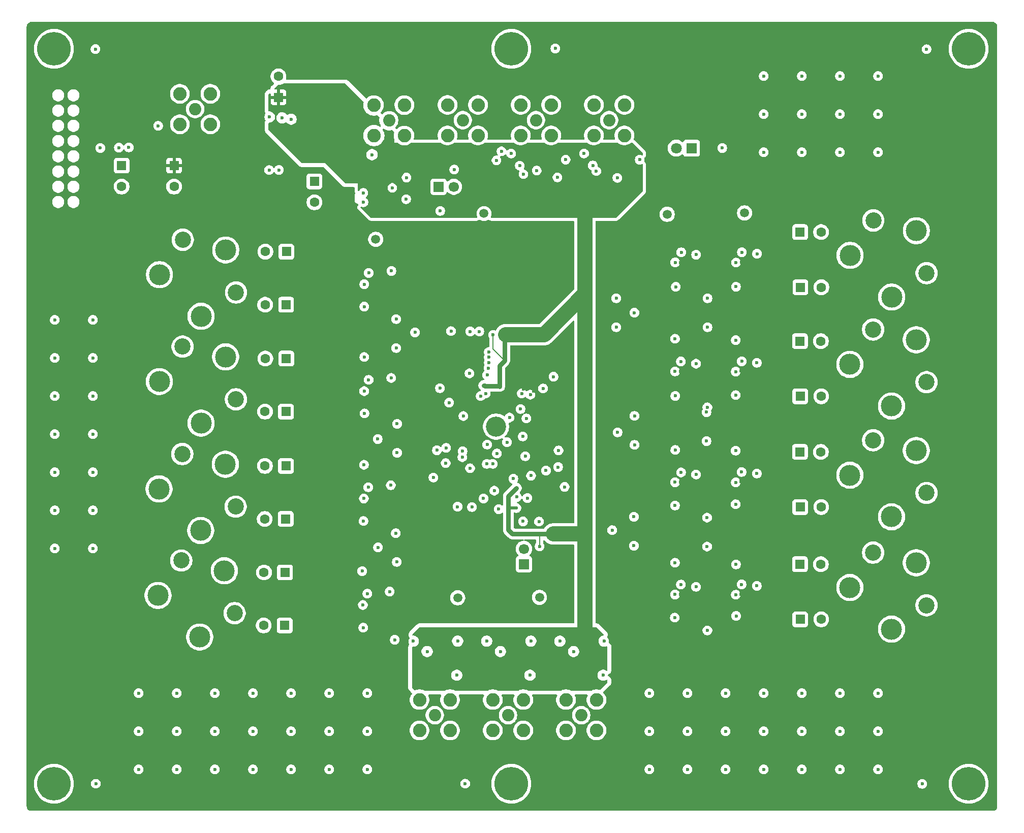
<source format=gbr>
%TF.GenerationSoftware,KiCad,Pcbnew,9.0.1*%
%TF.CreationDate,2025-06-08T13:48:48-07:00*%
%TF.ProjectId,pcm3168a_euro1,70636d33-3136-4386-915f-6575726f312e,rev?*%
%TF.SameCoordinates,Original*%
%TF.FileFunction,Copper,L3,Inr*%
%TF.FilePolarity,Positive*%
%FSLAX46Y46*%
G04 Gerber Fmt 4.6, Leading zero omitted, Abs format (unit mm)*
G04 Created by KiCad (PCBNEW 9.0.1) date 2025-06-08 13:48:48*
%MOMM*%
%LPD*%
G01*
G04 APERTURE LIST*
%TA.AperFunction,ComponentPad*%
%ADD10R,1.600000X1.600000*%
%TD*%
%TA.AperFunction,ComponentPad*%
%ADD11C,1.600000*%
%TD*%
%TA.AperFunction,ComponentPad*%
%ADD12C,3.500000*%
%TD*%
%TA.AperFunction,ComponentPad*%
%ADD13C,2.700000*%
%TD*%
%TA.AperFunction,ComponentPad*%
%ADD14C,2.050000*%
%TD*%
%TA.AperFunction,ComponentPad*%
%ADD15C,2.250000*%
%TD*%
%TA.AperFunction,ComponentPad*%
%ADD16C,5.600000*%
%TD*%
%TA.AperFunction,ComponentPad*%
%ADD17R,1.700000X1.700000*%
%TD*%
%TA.AperFunction,ComponentPad*%
%ADD18C,1.700000*%
%TD*%
%TA.AperFunction,ComponentPad*%
%ADD19C,1.500000*%
%TD*%
%TA.AperFunction,ComponentPad*%
%ADD20C,3.352800*%
%TD*%
%TA.AperFunction,ComponentPad*%
%ADD21R,1.800000X1.800000*%
%TD*%
%TA.AperFunction,ComponentPad*%
%ADD22C,1.800000*%
%TD*%
%TA.AperFunction,ViaPad*%
%ADD23C,0.600000*%
%TD*%
%TA.AperFunction,Conductor*%
%ADD24C,2.540000*%
%TD*%
%TA.AperFunction,Conductor*%
%ADD25C,0.177800*%
%TD*%
%TA.AperFunction,Conductor*%
%ADD26C,0.762000*%
%TD*%
%TA.AperFunction,Conductor*%
%ADD27C,0.508000*%
%TD*%
G04 APERTURE END LIST*
D10*
%TO.N,Net-(C80-Pad1)*%
%TO.C,C80*%
X129792400Y-158939501D03*
D11*
%TO.N,Net-(J22-Pin_4)*%
X126292400Y-158939501D03*
%TD*%
D10*
%TO.N,Net-(C119-Pad1)*%
%TO.C,C119*%
X215633300Y-166763700D03*
D11*
%TO.N,Net-(J27-Pin_3)*%
X219133300Y-166763700D03*
%TD*%
D10*
%TO.N,Net-(U12-VI)*%
%TO.C,C46*%
X134696700Y-93752900D03*
D11*
%TO.N,GND*%
X134696700Y-97252900D03*
%TD*%
D12*
%TO.N,GND*%
%TO.C,J21*%
X119855000Y-140907000D03*
D13*
%TO.N,unconnected-(J21-Pin_2-Pad2)*%
X121565000Y-147977000D03*
D12*
%TO.N,Net-(J21-Pin_3)*%
X115745000Y-151957000D03*
%TO.N,Net-(J21-Pin_4)*%
X108805000Y-145017000D03*
D13*
%TO.N,unconnected-(J21-Pin_5-Pad5)*%
X112685000Y-139197000D03*
%TD*%
D10*
%TO.N,Net-(C102-Pad1)*%
%TO.C,C102*%
X215582500Y-120383300D03*
D11*
%TO.N,Net-(J25-Pin_4)*%
X219082500Y-120383300D03*
%TD*%
D10*
%TO.N,Net-(C74-Pad1)*%
%TO.C,C74*%
X129908200Y-150025599D03*
D11*
%TO.N,Net-(J21-Pin_3)*%
X126408200Y-150025599D03*
%TD*%
D14*
%TO.N,Net-(D1-K)*%
%TO.C,J9*%
X183801300Y-83555900D03*
D15*
%TO.N,GND*%
X186341300Y-81015900D03*
X181261300Y-81015900D03*
X186341300Y-86095900D03*
X181261300Y-86095900D03*
%TD*%
D16*
%TO.N,Net-(H6-Pad1)*%
%TO.C,H6*%
X243700300Y-194171100D03*
%TD*%
D10*
%TO.N,Net-(C73-Pad1)*%
%TO.C,C73*%
X129959000Y-141186400D03*
D11*
%TO.N,Net-(J21-Pin_4)*%
X126459000Y-141186400D03*
%TD*%
D10*
%TO.N,Net-(C42-Pad1)*%
%TO.C,C42*%
X102577900Y-91123500D03*
D11*
%TO.N,GND*%
X102577900Y-94623500D03*
%TD*%
D12*
%TO.N,GND*%
%TO.C,J26*%
X234957900Y-138619500D03*
D13*
%TO.N,unconnected-(J26-Pin_2-Pad2)*%
X236667900Y-145689500D03*
D12*
%TO.N,Net-(J26-Pin_3)*%
X230847900Y-149669500D03*
%TO.N,Net-(J26-Pin_4)*%
X223907900Y-142729500D03*
D13*
%TO.N,unconnected-(J26-Pin_5-Pad5)*%
X227787900Y-136909500D03*
%TD*%
D16*
%TO.N,Net-(H1-Pad1)*%
%TO.C,H1*%
X91300300Y-71667100D03*
%TD*%
D17*
%TO.N,GND*%
%TO.C,J8*%
X169595800Y-157561200D03*
D18*
%TO.N,Net-(J8-Pin_2)*%
X169595800Y-155021200D03*
%TD*%
D14*
%TO.N,Net-(J10-In)*%
%TO.C,J10*%
X179149100Y-182733500D03*
D15*
%TO.N,GND*%
X176609100Y-185273500D03*
X181689100Y-185273500D03*
X176609100Y-180193500D03*
X181689100Y-180193500D03*
%TD*%
D14*
%TO.N,Net-(D2-K)*%
%TO.C,J11*%
X171609300Y-83555900D03*
D15*
%TO.N,GND*%
X174149300Y-81015900D03*
X169069300Y-81015900D03*
X174149300Y-86095900D03*
X169069300Y-86095900D03*
%TD*%
D19*
%TO.N,GND*%
%TO.C,TP4*%
X162941000Y-99110800D03*
%TD*%
D12*
%TO.N,GND*%
%TO.C,J24*%
X234983300Y-101980000D03*
D13*
%TO.N,unconnected-(J24-Pin_2-Pad2)*%
X236693300Y-109050000D03*
D12*
%TO.N,Net-(J24-Pin_3)*%
X230873300Y-113030000D03*
%TO.N,Net-(J24-Pin_4)*%
X223933300Y-106090000D03*
D13*
%TO.N,unconnected-(J24-Pin_5-Pad5)*%
X227813300Y-100270000D03*
%TD*%
D12*
%TO.N,GND*%
%TO.C,J22*%
X119688400Y-158660101D03*
D13*
%TO.N,unconnected-(J22-Pin_2-Pad2)*%
X121398400Y-165730101D03*
D12*
%TO.N,Net-(J22-Pin_3)*%
X115578400Y-169710101D03*
%TO.N,Net-(J22-Pin_4)*%
X108638400Y-162770101D03*
D13*
%TO.N,unconnected-(J22-Pin_5-Pad5)*%
X112518400Y-156950101D03*
%TD*%
D16*
%TO.N,Net-(H5-Pad1)*%
%TO.C,H5*%
X167500300Y-194171100D03*
%TD*%
D19*
%TO.N,GND*%
%TO.C,TP3*%
X193471800Y-99237800D03*
%TD*%
D10*
%TO.N,Net-(C87-Pad1)*%
%TO.C,C87*%
X215607900Y-102209600D03*
D11*
%TO.N,Net-(J24-Pin_4)*%
X219107900Y-102209600D03*
%TD*%
D14*
%TO.N,Net-(J19-In)*%
%TO.C,J19*%
X114820700Y-81700100D03*
D15*
%TO.N,GND*%
X112280700Y-79160100D03*
X112280700Y-84240100D03*
X117360700Y-79160100D03*
X117360700Y-84240100D03*
%TD*%
D12*
%TO.N,GND*%
%TO.C,J25*%
X234957900Y-120153700D03*
D13*
%TO.N,unconnected-(J25-Pin_2-Pad2)*%
X236667900Y-127223700D03*
D12*
%TO.N,Net-(J25-Pin_3)*%
X230847900Y-131203700D03*
%TO.N,Net-(J25-Pin_4)*%
X223907900Y-124263700D03*
D13*
%TO.N,unconnected-(J25-Pin_5-Pad5)*%
X227787900Y-118443700D03*
%TD*%
D14*
%TO.N,Net-(J14-In)*%
%TO.C,J14*%
X166957100Y-182733500D03*
D15*
%TO.N,GND*%
X164417100Y-185273500D03*
X169497100Y-185273500D03*
X164417100Y-180193500D03*
X169497100Y-180193500D03*
%TD*%
D19*
%TO.N,GND*%
%TO.C,TP2*%
X206349600Y-99009200D03*
%TD*%
D20*
%TO.N,GND*%
%TO.C,U1*%
X164956201Y-134639199D03*
%TD*%
D14*
%TO.N,Net-(J12-In)*%
%TO.C,J12*%
X154753300Y-182733500D03*
D15*
%TO.N,GND*%
X152213300Y-185273500D03*
X157293300Y-185273500D03*
X152213300Y-180193500D03*
X157293300Y-180193500D03*
%TD*%
D10*
%TO.N,Net-(C31-Pad1)*%
%TO.C,C31*%
X130030000Y-105474000D03*
D11*
%TO.N,Net-(J1-Pin_4)*%
X126530000Y-105474000D03*
%TD*%
D10*
%TO.N,Net-(C88-Pad1)*%
%TO.C,C88*%
X215658700Y-111404400D03*
D11*
%TO.N,Net-(J24-Pin_3)*%
X219158700Y-111404400D03*
%TD*%
D14*
%TO.N,Net-(J15-In)*%
%TO.C,J15*%
X159417300Y-83555900D03*
D15*
%TO.N,GND*%
X161957300Y-81015900D03*
X156877300Y-81015900D03*
X161957300Y-86095900D03*
X156877300Y-86095900D03*
%TD*%
D12*
%TO.N,GND*%
%TO.C,J17*%
X119911000Y-123012700D03*
D13*
%TO.N,unconnected-(J17-Pin_2-Pad2)*%
X121621000Y-130082700D03*
D12*
%TO.N,Net-(J17-Pin_3)*%
X115801000Y-134062700D03*
%TO.N,Net-(J17-Pin_4)*%
X108861000Y-127122700D03*
D13*
%TO.N,unconnected-(J17-Pin_5-Pad5)*%
X112741000Y-121302700D03*
%TD*%
D14*
%TO.N,Net-(J13-In)*%
%TO.C,J13*%
X147149100Y-83581300D03*
D15*
%TO.N,GND*%
X149689100Y-86121300D03*
X149689100Y-81041300D03*
X144609100Y-86121300D03*
X144609100Y-81041300D03*
%TD*%
D10*
%TO.N,Net-(C118-Pad1)*%
%TO.C,C118*%
X215582500Y-157568900D03*
D11*
%TO.N,Net-(J27-Pin_4)*%
X219082500Y-157568900D03*
%TD*%
D10*
%TO.N,Net-(C35-Pad1)*%
%TO.C,C35*%
X130015000Y-123292100D03*
D11*
%TO.N,Net-(J17-Pin_4)*%
X126515000Y-123292100D03*
%TD*%
D19*
%TO.N,GND*%
%TO.C,TP1*%
X144907000Y-103403400D03*
%TD*%
D10*
%TO.N,+5V*%
%TO.C,C45*%
X111315500Y-91121849D03*
D11*
%TO.N,GND*%
X111315500Y-94621849D03*
%TD*%
D19*
%TO.N,GND*%
%TO.C,TP6*%
X158572200Y-163169600D03*
%TD*%
D10*
%TO.N,Net-(C111-Pad1)*%
%TO.C,C111*%
X215633300Y-148043900D03*
D11*
%TO.N,Net-(J26-Pin_3)*%
X219133300Y-148043900D03*
%TD*%
D17*
%TO.N,Net-(J16-Pin_1)*%
%TO.C,J16*%
X155379500Y-94654100D03*
D18*
%TO.N,GND*%
X157919500Y-94654100D03*
%TD*%
D12*
%TO.N,GND*%
%TO.C,J1*%
X119926000Y-105194600D03*
D13*
%TO.N,unconnected-(J1-Pin_2-Pad2)*%
X121636000Y-112264600D03*
D12*
%TO.N,Net-(J1-Pin_3)*%
X115816000Y-116244600D03*
%TO.N,Net-(J1-Pin_4)*%
X108876000Y-109304600D03*
D13*
%TO.N,unconnected-(J1-Pin_5-Pad5)*%
X112756000Y-103484600D03*
%TD*%
D19*
%TO.N,GND*%
%TO.C,TP5*%
X172186600Y-163093400D03*
%TD*%
D16*
%TO.N,Net-(H4-Pad1)*%
%TO.C,H4*%
X243700300Y-71667100D03*
%TD*%
D10*
%TO.N,Net-(C81-Pad1)*%
%TO.C,C81*%
X129741600Y-167778700D03*
D11*
%TO.N,Net-(J22-Pin_3)*%
X126241600Y-167778700D03*
%TD*%
D16*
%TO.N,Net-(H2-Pad1)*%
%TO.C,H2*%
X91300300Y-194171100D03*
%TD*%
D10*
%TO.N,Net-(C36-Pad1)*%
%TO.C,C36*%
X129964200Y-132131299D03*
D11*
%TO.N,Net-(J17-Pin_3)*%
X126464200Y-132131299D03*
%TD*%
D16*
%TO.N,Net-(H3-Pad1)*%
%TO.C,H3*%
X167500300Y-71667100D03*
%TD*%
D10*
%TO.N,Net-(C110-Pad1)*%
%TO.C,C110*%
X215582500Y-138849100D03*
D11*
%TO.N,Net-(J26-Pin_4)*%
X219082500Y-138849100D03*
%TD*%
D10*
%TO.N,VDD*%
%TO.C,C59*%
X128702300Y-79757500D03*
D11*
%TO.N,GND*%
X128702300Y-76257500D03*
%TD*%
D21*
%TO.N,Net-(D3-K)*%
%TO.C,D3*%
X197510400Y-88214200D03*
D22*
%TO.N,VDD*%
X194970400Y-88214200D03*
%TD*%
D10*
%TO.N,Net-(C67-Pad1)*%
%TO.C,C67*%
X129979200Y-114313199D03*
D11*
%TO.N,Net-(J1-Pin_3)*%
X126479200Y-114313199D03*
%TD*%
D12*
%TO.N,GND*%
%TO.C,J27*%
X234957900Y-157339300D03*
D13*
%TO.N,unconnected-(J27-Pin_2-Pad2)*%
X236667900Y-164409300D03*
D12*
%TO.N,Net-(J27-Pin_3)*%
X230847900Y-168389300D03*
%TO.N,Net-(J27-Pin_4)*%
X223907900Y-161449300D03*
D13*
%TO.N,unconnected-(J27-Pin_5-Pad5)*%
X227787900Y-155629300D03*
%TD*%
D10*
%TO.N,Net-(C103-Pad1)*%
%TO.C,C103*%
X215633300Y-129578100D03*
D11*
%TO.N,Net-(J25-Pin_3)*%
X219133300Y-129578100D03*
%TD*%
D23*
%TO.N,GND*%
X169519600Y-92557600D03*
X198272400Y-124142500D03*
X196850000Y-185420000D03*
X215900000Y-82550000D03*
X143723600Y-126834900D03*
X215900000Y-179070000D03*
X215900000Y-191770000D03*
X118110000Y-179070000D03*
X99021900Y-88202500D03*
X157149800Y-130632200D03*
X91440000Y-142240000D03*
X155651200Y-98679000D03*
X143510000Y-185420000D03*
X124460000Y-191770000D03*
X91440000Y-116840000D03*
X105410000Y-191770000D03*
X209550000Y-179070000D03*
X195808600Y-105587800D03*
X200190100Y-118072900D03*
X158557900Y-170390400D03*
X97790000Y-148590000D03*
X145237200Y-136702800D03*
X222250000Y-76200000D03*
X172110400Y-150469600D03*
X208432400Y-105816400D03*
X159816800Y-194157600D03*
X184975500Y-118072900D03*
X185191400Y-135585200D03*
X157454600Y-118719600D03*
X111760000Y-179070000D03*
X228600000Y-179070000D03*
X160655000Y-118770400D03*
X158405500Y-176080000D03*
X124460000Y-185420000D03*
X124460000Y-179070000D03*
X176555400Y-90144600D03*
X151180800Y-170408600D03*
X222250000Y-88900000D03*
X143738600Y-109016800D03*
X200113900Y-149797500D03*
X160959800Y-148031200D03*
X97790000Y-116840000D03*
X236677200Y-71729600D03*
X196850000Y-179070000D03*
X215900000Y-88900000D03*
X170662600Y-129311400D03*
X203200000Y-191770000D03*
X184975500Y-113246900D03*
X97790000Y-154940000D03*
X148467600Y-139002500D03*
X148467600Y-134176500D03*
X149987000Y-96723200D03*
X174523400Y-126314200D03*
X177873700Y-172117600D03*
X187921900Y-149670500D03*
X208407000Y-161175700D03*
X130810000Y-179070000D03*
X153477900Y-172117600D03*
X148315800Y-116701300D03*
X163398200Y-170383200D03*
X235966000Y-194183000D03*
X147243800Y-162128200D03*
X148078200Y-170166801D03*
X148244800Y-152413700D03*
X200190100Y-113246900D03*
X147497800Y-126517400D03*
X163474400Y-137617200D03*
X171729400Y-91948000D03*
X185166000Y-93167200D03*
X187921900Y-154496500D03*
X228600000Y-185420000D03*
X130810000Y-191770000D03*
X174828200Y-71602600D03*
X163398200Y-140843000D03*
X105410000Y-179070000D03*
X160528000Y-125755400D03*
X91440000Y-135890000D03*
X188874400Y-90144600D03*
X166776400Y-137236200D03*
X97790000Y-129540000D03*
X91440000Y-148590000D03*
X97790000Y-123190000D03*
X163220400Y-129133600D03*
X105410000Y-185420000D03*
X222250000Y-191770000D03*
X170002200Y-133273800D03*
X184302400Y-151892000D03*
X205892400Y-123748800D03*
X137160000Y-179070000D03*
X200012300Y-137046700D03*
X203200000Y-185420000D03*
X155625800Y-128219200D03*
X209550000Y-185420000D03*
X170609300Y-176080000D03*
X159512000Y-132867400D03*
X222250000Y-185420000D03*
X209550000Y-88900000D03*
X228600000Y-88900000D03*
X145288000Y-154762200D03*
X157988000Y-91770200D03*
X200113900Y-154623500D03*
X162864800Y-146608800D03*
X170761700Y-170390400D03*
X168910000Y-91135200D03*
X175361600Y-138607800D03*
X222250000Y-82550000D03*
X130810000Y-83388200D03*
X130810000Y-185420000D03*
X162179000Y-118770400D03*
X169440200Y-150430798D03*
X179628800Y-89103200D03*
X195757800Y-123774200D03*
X203200000Y-179070000D03*
X163471200Y-126021398D03*
X165681700Y-172117600D03*
X198272400Y-161328100D03*
X167840000Y-143318798D03*
X188010800Y-115646200D03*
X158546800Y-147980400D03*
X170786400Y-142810798D03*
X209550000Y-191770000D03*
X111760000Y-185420000D03*
X167208200Y-133121400D03*
X143501000Y-162482301D03*
X98221800Y-71704200D03*
X205867000Y-142189200D03*
X222250000Y-179070000D03*
X173278800Y-141960600D03*
X102120700Y-88126300D03*
X205867000Y-160934400D03*
X190500000Y-179070000D03*
X228600000Y-82550000D03*
X181660800Y-92049600D03*
X215900000Y-185420000D03*
X108648500Y-84494100D03*
X176377600Y-144678400D03*
X181076600Y-91109800D03*
X155105200Y-138569200D03*
X147523200Y-108686600D03*
X228600000Y-191770000D03*
X156565600Y-140716000D03*
X91440000Y-154940000D03*
X188023500Y-132855700D03*
X209550000Y-82550000D03*
X148424900Y-157188900D03*
X143510000Y-191770000D03*
X98272600Y-194157600D03*
X168414600Y-146368000D03*
X129311400Y-83159600D03*
X137160000Y-191770000D03*
X128778000Y-91846400D03*
X150037800Y-93116400D03*
X200164700Y-131420600D03*
X195757800Y-160959800D03*
X208407000Y-142455900D03*
X127152400Y-91871800D03*
X175285400Y-141376400D03*
X198297800Y-105968800D03*
X165023800Y-90246200D03*
X175590200Y-170408600D03*
X151460200Y-118922800D03*
X118110000Y-185420000D03*
X137160000Y-185420000D03*
X188023500Y-137681700D03*
X209550000Y-76200000D03*
X160629600Y-141579600D03*
X127177800Y-83032600D03*
X182801300Y-176080000D03*
X170176800Y-146544598D03*
X190500000Y-191770000D03*
X144297400Y-89306400D03*
X208407000Y-123990100D03*
X200012300Y-132220700D03*
X142849600Y-95681800D03*
X190500000Y-185420000D03*
X169418000Y-136271000D03*
X228600000Y-76200000D03*
X215900000Y-76200000D03*
X200164700Y-168606200D03*
X165862000Y-88747600D03*
X147421600Y-144399000D03*
X205917800Y-105562400D03*
X172793000Y-128281998D03*
X167462200Y-89103200D03*
X148315800Y-121527300D03*
X182953700Y-170390400D03*
X154521000Y-143115800D03*
X111760000Y-191770000D03*
X142875000Y-97231200D03*
X103771700Y-88100900D03*
X143667600Y-144729200D03*
X91440000Y-123190000D03*
X156641800Y-138176000D03*
X169824400Y-139573000D03*
X118110000Y-191770000D03*
X143510000Y-179070000D03*
X198272400Y-142608300D03*
X195783200Y-142265400D03*
X97790000Y-142240000D03*
X97790000Y-135890000D03*
X175183800Y-93091000D03*
X91440000Y-129540000D03*
X202641200Y-88188800D03*
X165100000Y-139115800D03*
X147675600Y-94843600D03*
X196850000Y-191770000D03*
%TO.N,VDD*%
X179854900Y-175368800D03*
X156221100Y-176715000D03*
X145313400Y-91922600D03*
X133960100Y-88188800D03*
X172212000Y-154584400D03*
X152450800Y-99085400D03*
X174320200Y-95504000D03*
X134061200Y-81661000D03*
X168424900Y-176715000D03*
X141071600Y-84505800D03*
X138582400Y-90627200D03*
X134061200Y-79349600D03*
X141071600Y-89865200D03*
X167662900Y-175368800D03*
X133960100Y-84912200D03*
X162890200Y-127762000D03*
X139065000Y-81686400D03*
X180616900Y-176715000D03*
X141732000Y-81457800D03*
X168348000Y-144868198D03*
X151688800Y-93141800D03*
X168338400Y-148196800D03*
X139065000Y-79375000D03*
X141046200Y-92252800D03*
X155459100Y-175368800D03*
X184327800Y-95808800D03*
X160959800Y-92633800D03*
X188163200Y-88493600D03*
X141071600Y-87249000D03*
X136448800Y-79375000D03*
X164465000Y-119329200D03*
X136448800Y-81686400D03*
%TO.N,Net-(J8-Pin_2)*%
X164414200Y-140843000D03*
%TO.N,+5V*%
X195656200Y-162623500D03*
X195681600Y-107264200D03*
X111658400Y-96875600D03*
X105435400Y-93116400D03*
X208407000Y-125768100D03*
X162890200Y-143764000D03*
X205790800Y-143827500D03*
X205816200Y-107188000D03*
X114261900Y-88837500D03*
X208432400Y-107594400D03*
X205790800Y-162547300D03*
X195656200Y-143903700D03*
X109181900Y-88837500D03*
X143907400Y-163930101D03*
X169646600Y-143814800D03*
X198221600Y-163106100D03*
X113792000Y-94843600D03*
X105168700Y-83274900D03*
X105524300Y-84773500D03*
X159385000Y-129336800D03*
X109181900Y-86983300D03*
X160070800Y-131927600D03*
X147269200Y-163703000D03*
X116332000Y-94843600D03*
X198221600Y-144386300D03*
X147497800Y-110210600D03*
X107200700Y-88837500D03*
X195656200Y-125437900D03*
X169519600Y-128346200D03*
X107137200Y-96901000D03*
X160985200Y-145110200D03*
X144145000Y-110464600D03*
X113741200Y-92989400D03*
X208407000Y-144233900D03*
X147421600Y-145948400D03*
X144130000Y-128282700D03*
X205790800Y-125361700D03*
X114261900Y-86983300D03*
X107200700Y-87008700D03*
X144074000Y-146177000D03*
X171221400Y-128727200D03*
X114198400Y-96875600D03*
X111721900Y-88837500D03*
X108051600Y-95250000D03*
X114236500Y-90666300D03*
X208407000Y-162953700D03*
X198221600Y-125920500D03*
X106070400Y-95275400D03*
X107416600Y-93091000D03*
X147497800Y-128066800D03*
X116281200Y-92989400D03*
X170027600Y-126542800D03*
X173101000Y-147370800D03*
X198247000Y-107746800D03*
X103517700Y-83249500D03*
X111721900Y-86983300D03*
X109118400Y-96875600D03*
%TO.N,Net-(U1-MODE)*%
X162382200Y-129540000D03*
%TO.N,Net-(U1-MDO_ADR1_MD1)*%
X163753800Y-123952000D03*
%TO.N,Net-(U1-MS_ADR0_MD0)*%
X163703000Y-124866400D03*
%TO.N,Net-(U1-MDI_SDA_DEMP)*%
X163753800Y-123063000D03*
%TO.N,Net-(U1-MC_SCL_FMT)*%
X163753800Y-122199400D03*
%TO.N,/bck_master/IN*%
X169037000Y-131699000D03*
X165379400Y-148386800D03*
%TO.N,/lrck_master/IN*%
X169240200Y-129108200D03*
X164668200Y-145313400D03*
%TO.N,VCOMDA*%
X204876400Y-138633200D03*
X204927200Y-107289600D03*
X194767200Y-143903700D03*
X194741800Y-166471600D03*
X194767200Y-119989600D03*
X204901800Y-129387600D03*
X204901800Y-162648900D03*
X204952600Y-166192200D03*
X194767200Y-125437900D03*
X194894200Y-111328200D03*
X194818000Y-138531600D03*
X194767200Y-147777200D03*
X204876400Y-147574000D03*
X194818000Y-129514600D03*
X204901800Y-120218200D03*
X194767200Y-162623500D03*
X194792600Y-107264200D03*
X204927200Y-157607000D03*
X204927200Y-111302800D03*
X194767200Y-157327600D03*
X204901800Y-125463300D03*
X204901800Y-143929100D03*
%TO.N,/VIN6+*%
X159334200Y-139725400D03*
%TO.N,/VIN5+*%
X159385000Y-138734800D03*
%TO.N,VCOMAD*%
X143002000Y-114630200D03*
X143027400Y-132435600D03*
X142931000Y-146608800D03*
X143002000Y-110896400D03*
X142875000Y-150368000D03*
X142951200Y-140995400D03*
X142824200Y-168148000D03*
X142987000Y-128714500D03*
X143002000Y-123037600D03*
X142646400Y-158724600D03*
X142764400Y-164361901D03*
%TD*%
D24*
%TO.N,VDD*%
X179755800Y-99187000D02*
X179755800Y-152527000D01*
D25*
X172237400Y-152527000D02*
X172237400Y-154559000D01*
X172237400Y-154559000D02*
X172212000Y-154584400D01*
D26*
X165506400Y-127889000D02*
X165557200Y-127939800D01*
D24*
X166573200Y-119303800D02*
X172948600Y-119303800D01*
D26*
X174472600Y-152527000D02*
X172237400Y-152527000D01*
X163017200Y-127762000D02*
X163144200Y-127889000D01*
X163144200Y-127889000D02*
X165506400Y-127889000D01*
D25*
X164465000Y-119329200D02*
X164465000Y-121716800D01*
D26*
X165557200Y-127939800D02*
X165557200Y-124485400D01*
X166395400Y-123647200D02*
X166395400Y-119481600D01*
D24*
X172948600Y-119303800D02*
X179755800Y-112496600D01*
X179755800Y-152527000D02*
X179755800Y-169646600D01*
D27*
X168338400Y-148196800D02*
X167018200Y-148196800D01*
D26*
X162890200Y-127762000D02*
X163017200Y-127762000D01*
D27*
X167018200Y-148196800D02*
X167005000Y-148183600D01*
D26*
X167005000Y-146211198D02*
X168348000Y-144868198D01*
X167690800Y-152527000D02*
X167005000Y-151841200D01*
D25*
X164465000Y-121716800D02*
X166395400Y-123647200D01*
D24*
X179755800Y-152527000D02*
X174472600Y-152527000D01*
D26*
X167005000Y-148183600D02*
X167005000Y-146211198D01*
X166395400Y-119481600D02*
X166573200Y-119303800D01*
X165557200Y-124485400D02*
X166395400Y-123647200D01*
X167005000Y-151841200D02*
X167005000Y-148183600D01*
X172237400Y-152527000D02*
X167690800Y-152527000D01*
%TD*%
%TA.AperFunction,Conductor*%
%TO.N,VDD*%
G36*
X139893231Y-77454502D02*
G01*
X139914205Y-77471405D01*
X142882477Y-80439677D01*
X142916503Y-80501989D01*
X142915089Y-80561382D01*
X142878721Y-80697111D01*
X142848600Y-80925908D01*
X142848600Y-81156691D01*
X142878721Y-81385485D01*
X142878722Y-81385491D01*
X142878723Y-81385493D01*
X142938453Y-81608408D01*
X143026768Y-81821620D01*
X143026769Y-81821621D01*
X143026774Y-81821632D01*
X143142154Y-82021476D01*
X143142156Y-82021479D01*
X143142157Y-82021480D01*
X143282646Y-82204569D01*
X143282650Y-82204573D01*
X143282655Y-82204579D01*
X143445820Y-82367744D01*
X143445825Y-82367748D01*
X143445831Y-82367754D01*
X143628920Y-82508243D01*
X143628923Y-82508245D01*
X143828767Y-82623625D01*
X143828771Y-82623626D01*
X143828780Y-82623632D01*
X144041992Y-82711947D01*
X144264907Y-82771677D01*
X144264913Y-82771677D01*
X144264914Y-82771678D01*
X144291166Y-82775134D01*
X144493711Y-82801800D01*
X144493718Y-82801800D01*
X144724482Y-82801800D01*
X144724489Y-82801800D01*
X144953293Y-82771677D01*
X145089016Y-82735310D01*
X145159991Y-82736999D01*
X145210721Y-82767921D01*
X145500829Y-83058029D01*
X145534855Y-83120341D01*
X145531571Y-83186049D01*
X145529488Y-83192460D01*
X145529487Y-83192463D01*
X145529487Y-83192465D01*
X145488600Y-83450616D01*
X145488600Y-83711984D01*
X145529165Y-83968099D01*
X145529488Y-83970140D01*
X145576508Y-84114852D01*
X145610254Y-84218711D01*
X145698000Y-84390921D01*
X145728915Y-84451595D01*
X145735140Y-84460163D01*
X145758999Y-84527031D01*
X145742918Y-84596182D01*
X145692004Y-84645663D01*
X145622422Y-84659762D01*
X145570204Y-84643343D01*
X145389432Y-84538974D01*
X145389424Y-84538970D01*
X145389420Y-84538968D01*
X145176208Y-84450653D01*
X144953293Y-84390923D01*
X144953291Y-84390922D01*
X144953285Y-84390921D01*
X144724491Y-84360800D01*
X144724489Y-84360800D01*
X144493711Y-84360800D01*
X144493708Y-84360800D01*
X144264914Y-84390921D01*
X144041992Y-84450653D01*
X143828778Y-84538969D01*
X143828767Y-84538974D01*
X143628923Y-84654354D01*
X143445831Y-84794846D01*
X143445820Y-84794855D01*
X143282655Y-84958020D01*
X143282646Y-84958031D01*
X143142154Y-85141123D01*
X143026774Y-85340967D01*
X143026769Y-85340978D01*
X142938453Y-85554192D01*
X142878721Y-85777114D01*
X142848600Y-86005908D01*
X142848600Y-86236691D01*
X142878721Y-86465485D01*
X142878722Y-86465491D01*
X142878723Y-86465493D01*
X142938453Y-86688408D01*
X143026768Y-86901620D01*
X143026769Y-86901621D01*
X143026774Y-86901632D01*
X143142154Y-87101476D01*
X143142156Y-87101479D01*
X143142157Y-87101480D01*
X143282646Y-87284569D01*
X143282650Y-87284573D01*
X143282655Y-87284579D01*
X143445820Y-87447744D01*
X143445825Y-87447748D01*
X143445831Y-87447754D01*
X143628920Y-87588243D01*
X143628923Y-87588245D01*
X143828767Y-87703625D01*
X143828771Y-87703626D01*
X143828780Y-87703632D01*
X144041992Y-87791947D01*
X144264907Y-87851677D01*
X144264913Y-87851677D01*
X144264914Y-87851678D01*
X144291166Y-87855134D01*
X144493711Y-87881800D01*
X144493718Y-87881800D01*
X144724482Y-87881800D01*
X144724489Y-87881800D01*
X144953293Y-87851677D01*
X145176208Y-87791947D01*
X145389420Y-87703632D01*
X145589280Y-87588243D01*
X145772369Y-87447754D01*
X145935554Y-87284569D01*
X146076043Y-87101480D01*
X146191432Y-86901620D01*
X146279747Y-86688408D01*
X146339477Y-86465493D01*
X146369600Y-86236689D01*
X146369600Y-86005911D01*
X146339477Y-85777107D01*
X146279747Y-85554192D01*
X146191432Y-85340980D01*
X146191426Y-85340971D01*
X146191425Y-85340967D01*
X146087056Y-85160195D01*
X146070318Y-85091200D01*
X146093538Y-85024108D01*
X146149345Y-84980221D01*
X146220020Y-84973472D01*
X146270237Y-84995260D01*
X146278808Y-85001487D01*
X146511689Y-85120146D01*
X146760265Y-85200913D01*
X147018416Y-85241800D01*
X147018419Y-85241800D01*
X147279781Y-85241800D01*
X147279784Y-85241800D01*
X147537935Y-85200913D01*
X147544336Y-85198832D01*
X147615302Y-85196803D01*
X147672370Y-85229570D01*
X147962477Y-85519677D01*
X147996503Y-85581989D01*
X147995089Y-85641382D01*
X147958721Y-85777111D01*
X147928600Y-86005908D01*
X147928600Y-86236691D01*
X147958721Y-86465485D01*
X147958722Y-86465491D01*
X147958723Y-86465493D01*
X148018453Y-86688408D01*
X148021609Y-86696028D01*
X148031200Y-86744244D01*
X148031200Y-89331800D01*
X143281400Y-94081600D01*
X139879190Y-94081600D01*
X139811069Y-94061598D01*
X139790095Y-94044695D01*
X136474201Y-90728800D01*
X136474200Y-90728800D01*
X132665590Y-90728800D01*
X132597469Y-90708798D01*
X132576495Y-90691895D01*
X131098857Y-89214257D01*
X143361900Y-89214257D01*
X143361900Y-89398542D01*
X143397851Y-89579275D01*
X143468371Y-89749525D01*
X143570750Y-89902746D01*
X143701054Y-90033050D01*
X143854275Y-90135429D01*
X144024525Y-90205949D01*
X144205261Y-90241900D01*
X144389539Y-90241900D01*
X144570275Y-90205949D01*
X144740525Y-90135429D01*
X144893746Y-90033050D01*
X145024050Y-89902746D01*
X145126429Y-89749525D01*
X145196949Y-89579275D01*
X145232900Y-89398539D01*
X145232900Y-89214261D01*
X145196949Y-89033525D01*
X145126429Y-88863275D01*
X145024050Y-88710054D01*
X144893746Y-88579750D01*
X144740525Y-88477371D01*
X144633166Y-88432901D01*
X144570278Y-88406852D01*
X144570275Y-88406851D01*
X144389542Y-88370900D01*
X144389539Y-88370900D01*
X144205261Y-88370900D01*
X144205257Y-88370900D01*
X144024524Y-88406851D01*
X144024521Y-88406852D01*
X143854275Y-88477371D01*
X143701058Y-88579747D01*
X143701051Y-88579752D01*
X143570752Y-88710051D01*
X143570747Y-88710058D01*
X143468371Y-88863275D01*
X143397852Y-89033521D01*
X143397851Y-89033524D01*
X143361900Y-89214257D01*
X131098857Y-89214257D01*
X127087705Y-85203105D01*
X127053679Y-85140793D01*
X127050800Y-85114010D01*
X127050800Y-84094100D01*
X127070802Y-84025979D01*
X127124458Y-83979486D01*
X127176800Y-83968100D01*
X127269939Y-83968100D01*
X127450675Y-83932149D01*
X127620925Y-83861629D01*
X127774146Y-83759250D01*
X127904450Y-83628946D01*
X128006829Y-83475725D01*
X128077349Y-83305475D01*
X128113300Y-83124739D01*
X128113300Y-83067457D01*
X128375900Y-83067457D01*
X128375900Y-83251742D01*
X128411851Y-83432475D01*
X128411852Y-83432478D01*
X128429765Y-83475724D01*
X128482371Y-83602725D01*
X128584750Y-83755946D01*
X128715054Y-83886250D01*
X128868275Y-83988629D01*
X129038525Y-84059149D01*
X129219261Y-84095100D01*
X129403539Y-84095100D01*
X129584275Y-84059149D01*
X129754525Y-83988629D01*
X129878977Y-83905472D01*
X129946729Y-83884258D01*
X130015196Y-83903041D01*
X130053743Y-83940236D01*
X130083350Y-83984546D01*
X130213654Y-84114850D01*
X130366875Y-84217229D01*
X130537125Y-84287749D01*
X130717861Y-84323700D01*
X130902139Y-84323700D01*
X131082875Y-84287749D01*
X131253125Y-84217229D01*
X131406346Y-84114850D01*
X131536650Y-83984546D01*
X131639029Y-83831325D01*
X131709549Y-83661075D01*
X131745500Y-83480339D01*
X131745500Y-83296061D01*
X131709549Y-83115325D01*
X131639029Y-82945075D01*
X131536650Y-82791854D01*
X131406346Y-82661550D01*
X131253125Y-82559171D01*
X131130174Y-82508243D01*
X131082878Y-82488652D01*
X131082875Y-82488651D01*
X130902142Y-82452700D01*
X130902139Y-82452700D01*
X130717861Y-82452700D01*
X130717857Y-82452700D01*
X130537124Y-82488651D01*
X130537121Y-82488652D01*
X130366875Y-82559171D01*
X130242423Y-82642327D01*
X130174670Y-82663542D01*
X130106203Y-82644759D01*
X130067656Y-82607563D01*
X130052851Y-82585406D01*
X130038054Y-82563259D01*
X130038047Y-82563251D01*
X129907748Y-82432952D01*
X129907746Y-82432950D01*
X129754525Y-82330571D01*
X129647166Y-82286101D01*
X129584278Y-82260052D01*
X129584275Y-82260051D01*
X129403542Y-82224100D01*
X129403539Y-82224100D01*
X129219261Y-82224100D01*
X129219257Y-82224100D01*
X129038524Y-82260051D01*
X129038521Y-82260052D01*
X128868275Y-82330571D01*
X128715058Y-82432947D01*
X128715051Y-82432952D01*
X128584752Y-82563251D01*
X128584747Y-82563258D01*
X128482371Y-82716475D01*
X128411852Y-82886721D01*
X128411851Y-82886724D01*
X128375900Y-83067457D01*
X128113300Y-83067457D01*
X128113300Y-82940461D01*
X128077349Y-82759725D01*
X128006829Y-82589475D01*
X127904450Y-82436254D01*
X127774146Y-82305950D01*
X127620925Y-82203571D01*
X127513566Y-82159101D01*
X127450678Y-82133052D01*
X127450675Y-82133051D01*
X127269942Y-82097100D01*
X127269939Y-82097100D01*
X127176800Y-82097100D01*
X127108679Y-82077098D01*
X127062186Y-82023442D01*
X127050800Y-81971100D01*
X127050800Y-79300190D01*
X127070802Y-79232069D01*
X127087705Y-79211095D01*
X127187205Y-79111595D01*
X127249517Y-79077569D01*
X127320332Y-79082634D01*
X127377168Y-79125181D01*
X127401979Y-79191701D01*
X127402300Y-79200690D01*
X127402300Y-79507500D01*
X128386614Y-79507500D01*
X128382220Y-79511894D01*
X128329559Y-79603106D01*
X128302300Y-79704839D01*
X128302300Y-79810161D01*
X128329559Y-79911894D01*
X128382220Y-80003106D01*
X128386614Y-80007500D01*
X127402300Y-80007500D01*
X127402300Y-80605340D01*
X127408700Y-80664871D01*
X127458947Y-80799589D01*
X127545110Y-80914689D01*
X127660210Y-81000852D01*
X127794928Y-81051099D01*
X127854459Y-81057499D01*
X127854476Y-81057500D01*
X128452300Y-81057500D01*
X128452300Y-80073186D01*
X128456694Y-80077580D01*
X128547906Y-80130241D01*
X128649639Y-80157500D01*
X128754961Y-80157500D01*
X128856694Y-80130241D01*
X128947906Y-80077580D01*
X128952300Y-80073186D01*
X128952300Y-81057500D01*
X129550124Y-81057500D01*
X129550140Y-81057499D01*
X129609671Y-81051099D01*
X129744389Y-81000852D01*
X129859489Y-80914689D01*
X129945652Y-80799589D01*
X129995899Y-80664871D01*
X130002299Y-80605340D01*
X130002300Y-80605323D01*
X130002300Y-80007500D01*
X129017986Y-80007500D01*
X129022380Y-80003106D01*
X129075041Y-79911894D01*
X129102300Y-79810161D01*
X129102300Y-79704839D01*
X129075041Y-79603106D01*
X129022380Y-79511894D01*
X129017986Y-79507500D01*
X130002300Y-79507500D01*
X130002300Y-78909676D01*
X130002299Y-78909659D01*
X129995899Y-78850128D01*
X129945652Y-78715410D01*
X129859489Y-78600310D01*
X129744389Y-78514147D01*
X129609671Y-78463900D01*
X129550140Y-78457500D01*
X128952300Y-78457500D01*
X128952300Y-79441814D01*
X128947906Y-79437420D01*
X128856694Y-79384759D01*
X128754961Y-79357500D01*
X128649639Y-79357500D01*
X128547906Y-79384759D01*
X128456694Y-79437420D01*
X128452300Y-79441814D01*
X128452300Y-78457500D01*
X128145490Y-78457500D01*
X128077369Y-78437498D01*
X128030876Y-78383842D01*
X128020772Y-78313568D01*
X128050266Y-78248988D01*
X128056381Y-78242418D01*
X128568896Y-77729904D01*
X128631208Y-77695879D01*
X128657991Y-77693000D01*
X128815273Y-77693000D01*
X128815276Y-77693000D01*
X129038447Y-77657653D01*
X129253341Y-77587830D01*
X129454666Y-77485250D01*
X129491396Y-77458563D01*
X129558263Y-77434706D01*
X129565457Y-77434500D01*
X139825110Y-77434500D01*
X139893231Y-77454502D01*
G37*
%TD.AperFunction*%
%TD*%
%TA.AperFunction,Conductor*%
%TO.N,VDD*%
G36*
X181714831Y-168079102D02*
G01*
X181735805Y-168096005D01*
X182889333Y-169249533D01*
X182923359Y-169311845D01*
X182918294Y-169382660D01*
X182875747Y-169439496D01*
X182824821Y-169462207D01*
X182680822Y-169490851D01*
X182680821Y-169490852D01*
X182510575Y-169561371D01*
X182357358Y-169663747D01*
X182357351Y-169663752D01*
X182227052Y-169794051D01*
X182227047Y-169794058D01*
X182124671Y-169947275D01*
X182054152Y-170117521D01*
X182054151Y-170117524D01*
X182018200Y-170298257D01*
X182018200Y-170482542D01*
X182052719Y-170656075D01*
X182054151Y-170663275D01*
X182124671Y-170833525D01*
X182227050Y-170986746D01*
X182357354Y-171117050D01*
X182510575Y-171219429D01*
X182680825Y-171289949D01*
X182861561Y-171325900D01*
X183045839Y-171325900D01*
X183226575Y-171289949D01*
X183353482Y-171237381D01*
X183424071Y-171229793D01*
X183487558Y-171261572D01*
X183523786Y-171322630D01*
X183527700Y-171353791D01*
X183527700Y-175204519D01*
X183507698Y-175272640D01*
X183454042Y-175319133D01*
X183383768Y-175329237D01*
X183331699Y-175309285D01*
X183275023Y-175271416D01*
X183244425Y-175250971D01*
X183244423Y-175250970D01*
X183074178Y-175180452D01*
X183074175Y-175180451D01*
X182893442Y-175144500D01*
X182893439Y-175144500D01*
X182709161Y-175144500D01*
X182709157Y-175144500D01*
X182528424Y-175180451D01*
X182528421Y-175180452D01*
X182358175Y-175250971D01*
X182204958Y-175353347D01*
X182204951Y-175353352D01*
X182074652Y-175483651D01*
X182074647Y-175483658D01*
X181972271Y-175636875D01*
X181901752Y-175807121D01*
X181901751Y-175807124D01*
X181865800Y-175987857D01*
X181865800Y-176172142D01*
X181901751Y-176352875D01*
X181972271Y-176523125D01*
X182074650Y-176676346D01*
X182204954Y-176806650D01*
X182358175Y-176909029D01*
X182528425Y-176979549D01*
X182709161Y-177015500D01*
X182893439Y-177015500D01*
X183074175Y-176979549D01*
X183244425Y-176909029D01*
X183331698Y-176850714D01*
X183399451Y-176829500D01*
X183467918Y-176848283D01*
X183515361Y-176901100D01*
X183527700Y-176955480D01*
X183527700Y-177227109D01*
X183507698Y-177295230D01*
X183490795Y-177316204D01*
X182329681Y-178477317D01*
X182267369Y-178511343D01*
X182207975Y-178509929D01*
X182033286Y-178463121D01*
X181804491Y-178433000D01*
X181804489Y-178433000D01*
X181573711Y-178433000D01*
X181573708Y-178433000D01*
X181344914Y-178463121D01*
X181121992Y-178522853D01*
X180908778Y-178611169D01*
X180908768Y-178611174D01*
X180869200Y-178634019D01*
X180806200Y-178650900D01*
X177492000Y-178650900D01*
X177429000Y-178634019D01*
X177389431Y-178611174D01*
X177389426Y-178611171D01*
X177389420Y-178611168D01*
X177176208Y-178522853D01*
X176953293Y-178463123D01*
X176953291Y-178463122D01*
X176953285Y-178463121D01*
X176724491Y-178433000D01*
X176724489Y-178433000D01*
X176493711Y-178433000D01*
X176493708Y-178433000D01*
X176264914Y-178463121D01*
X176041992Y-178522853D01*
X175828778Y-178611169D01*
X175828768Y-178611174D01*
X175789200Y-178634019D01*
X175726200Y-178650900D01*
X170380000Y-178650900D01*
X170317000Y-178634019D01*
X170277431Y-178611174D01*
X170277426Y-178611171D01*
X170277420Y-178611168D01*
X170064208Y-178522853D01*
X169841293Y-178463123D01*
X169841291Y-178463122D01*
X169841285Y-178463121D01*
X169612491Y-178433000D01*
X169612489Y-178433000D01*
X169381711Y-178433000D01*
X169381708Y-178433000D01*
X169152914Y-178463121D01*
X168929992Y-178522853D01*
X168716778Y-178611169D01*
X168716768Y-178611174D01*
X168677200Y-178634019D01*
X168614200Y-178650900D01*
X165300000Y-178650900D01*
X165237000Y-178634019D01*
X165197431Y-178611174D01*
X165197426Y-178611171D01*
X165197420Y-178611168D01*
X164984208Y-178522853D01*
X164761293Y-178463123D01*
X164761291Y-178463122D01*
X164761285Y-178463121D01*
X164532491Y-178433000D01*
X164532489Y-178433000D01*
X164301711Y-178433000D01*
X164301708Y-178433000D01*
X164072914Y-178463121D01*
X163849992Y-178522853D01*
X163636778Y-178611169D01*
X163636768Y-178611174D01*
X163597200Y-178634019D01*
X163534200Y-178650900D01*
X158176200Y-178650900D01*
X158113200Y-178634019D01*
X158073631Y-178611174D01*
X158073626Y-178611171D01*
X158073620Y-178611168D01*
X157860408Y-178522853D01*
X157637493Y-178463123D01*
X157637491Y-178463122D01*
X157637485Y-178463121D01*
X157408691Y-178433000D01*
X157408689Y-178433000D01*
X157177911Y-178433000D01*
X157177908Y-178433000D01*
X156949114Y-178463121D01*
X156726192Y-178522853D01*
X156512978Y-178611169D01*
X156512968Y-178611174D01*
X156473400Y-178634019D01*
X156410400Y-178650900D01*
X153096200Y-178650900D01*
X153033200Y-178634019D01*
X152993631Y-178611174D01*
X152993626Y-178611171D01*
X152993620Y-178611168D01*
X152780408Y-178522853D01*
X152557493Y-178463123D01*
X152557491Y-178463122D01*
X152557485Y-178463121D01*
X152328691Y-178433000D01*
X152328689Y-178433000D01*
X152097911Y-178433000D01*
X152097908Y-178433000D01*
X151869114Y-178463121D01*
X151646182Y-178522855D01*
X151510892Y-178578894D01*
X151440302Y-178586483D01*
X151376816Y-178554703D01*
X151373580Y-178551580D01*
X150976405Y-178154405D01*
X150942379Y-178092093D01*
X150939500Y-178065310D01*
X150939500Y-175987857D01*
X157470000Y-175987857D01*
X157470000Y-176172142D01*
X157505951Y-176352875D01*
X157576471Y-176523125D01*
X157678850Y-176676346D01*
X157809154Y-176806650D01*
X157962375Y-176909029D01*
X158132625Y-176979549D01*
X158313361Y-177015500D01*
X158497639Y-177015500D01*
X158678375Y-176979549D01*
X158848625Y-176909029D01*
X159001846Y-176806650D01*
X159132150Y-176676346D01*
X159234529Y-176523125D01*
X159305049Y-176352875D01*
X159341000Y-176172139D01*
X159341000Y-175987861D01*
X159340999Y-175987857D01*
X169673800Y-175987857D01*
X169673800Y-176172142D01*
X169709751Y-176352875D01*
X169780271Y-176523125D01*
X169882650Y-176676346D01*
X170012954Y-176806650D01*
X170166175Y-176909029D01*
X170336425Y-176979549D01*
X170517161Y-177015500D01*
X170701439Y-177015500D01*
X170882175Y-176979549D01*
X171052425Y-176909029D01*
X171205646Y-176806650D01*
X171335950Y-176676346D01*
X171438329Y-176523125D01*
X171508849Y-176352875D01*
X171544800Y-176172139D01*
X171544800Y-175987861D01*
X171508849Y-175807125D01*
X171438329Y-175636875D01*
X171335950Y-175483654D01*
X171205646Y-175353350D01*
X171052425Y-175250971D01*
X170940280Y-175204519D01*
X170882178Y-175180452D01*
X170882175Y-175180451D01*
X170701442Y-175144500D01*
X170701439Y-175144500D01*
X170517161Y-175144500D01*
X170517157Y-175144500D01*
X170336424Y-175180451D01*
X170336421Y-175180452D01*
X170166175Y-175250971D01*
X170012958Y-175353347D01*
X170012951Y-175353352D01*
X169882652Y-175483651D01*
X169882647Y-175483658D01*
X169780271Y-175636875D01*
X169709752Y-175807121D01*
X169709751Y-175807124D01*
X169673800Y-175987857D01*
X159340999Y-175987857D01*
X159305049Y-175807125D01*
X159234529Y-175636875D01*
X159132150Y-175483654D01*
X159001846Y-175353350D01*
X158848625Y-175250971D01*
X158736480Y-175204519D01*
X158678378Y-175180452D01*
X158678375Y-175180451D01*
X158497642Y-175144500D01*
X158497639Y-175144500D01*
X158313361Y-175144500D01*
X158313357Y-175144500D01*
X158132624Y-175180451D01*
X158132621Y-175180452D01*
X157962375Y-175250971D01*
X157809158Y-175353347D01*
X157809151Y-175353352D01*
X157678852Y-175483651D01*
X157678847Y-175483658D01*
X157576471Y-175636875D01*
X157505952Y-175807121D01*
X157505951Y-175807124D01*
X157470000Y-175987857D01*
X150939500Y-175987857D01*
X150939500Y-172025457D01*
X152542400Y-172025457D01*
X152542400Y-172209742D01*
X152578351Y-172390475D01*
X152648871Y-172560725D01*
X152751250Y-172713946D01*
X152881554Y-172844250D01*
X153034775Y-172946629D01*
X153205025Y-173017149D01*
X153385761Y-173053100D01*
X153570039Y-173053100D01*
X153750775Y-173017149D01*
X153921025Y-172946629D01*
X154074246Y-172844250D01*
X154204550Y-172713946D01*
X154306929Y-172560725D01*
X154377449Y-172390475D01*
X154413400Y-172209739D01*
X154413400Y-172025461D01*
X154413399Y-172025457D01*
X164746200Y-172025457D01*
X164746200Y-172209742D01*
X164782151Y-172390475D01*
X164852671Y-172560725D01*
X164955050Y-172713946D01*
X165085354Y-172844250D01*
X165238575Y-172946629D01*
X165408825Y-173017149D01*
X165589561Y-173053100D01*
X165773839Y-173053100D01*
X165954575Y-173017149D01*
X166124825Y-172946629D01*
X166278046Y-172844250D01*
X166408350Y-172713946D01*
X166510729Y-172560725D01*
X166581249Y-172390475D01*
X166617200Y-172209739D01*
X166617200Y-172025461D01*
X166617199Y-172025457D01*
X176938200Y-172025457D01*
X176938200Y-172209742D01*
X176974151Y-172390475D01*
X177044671Y-172560725D01*
X177147050Y-172713946D01*
X177277354Y-172844250D01*
X177430575Y-172946629D01*
X177600825Y-173017149D01*
X177781561Y-173053100D01*
X177965839Y-173053100D01*
X178146575Y-173017149D01*
X178316825Y-172946629D01*
X178470046Y-172844250D01*
X178600350Y-172713946D01*
X178702729Y-172560725D01*
X178773249Y-172390475D01*
X178809200Y-172209739D01*
X178809200Y-172025461D01*
X178773249Y-171844725D01*
X178702729Y-171674475D01*
X178600350Y-171521254D01*
X178470046Y-171390950D01*
X178316825Y-171288571D01*
X178209466Y-171244101D01*
X178146578Y-171218052D01*
X178146575Y-171218051D01*
X177965842Y-171182100D01*
X177965839Y-171182100D01*
X177781561Y-171182100D01*
X177781557Y-171182100D01*
X177600824Y-171218051D01*
X177600821Y-171218052D01*
X177430575Y-171288571D01*
X177277358Y-171390947D01*
X177277351Y-171390952D01*
X177147052Y-171521251D01*
X177147047Y-171521258D01*
X177044671Y-171674475D01*
X176974152Y-171844721D01*
X176974151Y-171844724D01*
X176938200Y-172025457D01*
X166617199Y-172025457D01*
X166581249Y-171844725D01*
X166510729Y-171674475D01*
X166408350Y-171521254D01*
X166278046Y-171390950D01*
X166124825Y-171288571D01*
X166017466Y-171244101D01*
X165954578Y-171218052D01*
X165954575Y-171218051D01*
X165773842Y-171182100D01*
X165773839Y-171182100D01*
X165589561Y-171182100D01*
X165589557Y-171182100D01*
X165408824Y-171218051D01*
X165408821Y-171218052D01*
X165238575Y-171288571D01*
X165085358Y-171390947D01*
X165085351Y-171390952D01*
X164955052Y-171521251D01*
X164955047Y-171521258D01*
X164852671Y-171674475D01*
X164782152Y-171844721D01*
X164782151Y-171844724D01*
X164746200Y-172025457D01*
X154413399Y-172025457D01*
X154377449Y-171844725D01*
X154306929Y-171674475D01*
X154204550Y-171521254D01*
X154074246Y-171390950D01*
X153921025Y-171288571D01*
X153813666Y-171244101D01*
X153750778Y-171218052D01*
X153750775Y-171218051D01*
X153570042Y-171182100D01*
X153570039Y-171182100D01*
X153385761Y-171182100D01*
X153385757Y-171182100D01*
X153205024Y-171218051D01*
X153205021Y-171218052D01*
X153034775Y-171288571D01*
X152881558Y-171390947D01*
X152881551Y-171390952D01*
X152751252Y-171521251D01*
X152751247Y-171521258D01*
X152648871Y-171674475D01*
X152578352Y-171844721D01*
X152578351Y-171844724D01*
X152542400Y-172025457D01*
X150939500Y-172025457D01*
X150939500Y-171467961D01*
X150959502Y-171399840D01*
X151013158Y-171353347D01*
X151083432Y-171343243D01*
X151088125Y-171344046D01*
X151088655Y-171344098D01*
X151088661Y-171344100D01*
X151088666Y-171344100D01*
X151272939Y-171344100D01*
X151453675Y-171308149D01*
X151623925Y-171237629D01*
X151777146Y-171135250D01*
X151907450Y-171004946D01*
X152009829Y-170851725D01*
X152080349Y-170681475D01*
X152116300Y-170500739D01*
X152116300Y-170316461D01*
X152116300Y-170316460D01*
X152116299Y-170316453D01*
X152112679Y-170298257D01*
X157622400Y-170298257D01*
X157622400Y-170482542D01*
X157656919Y-170656075D01*
X157658351Y-170663275D01*
X157728871Y-170833525D01*
X157831250Y-170986746D01*
X157961554Y-171117050D01*
X158114775Y-171219429D01*
X158285025Y-171289949D01*
X158465761Y-171325900D01*
X158650039Y-171325900D01*
X158830775Y-171289949D01*
X159001025Y-171219429D01*
X159154246Y-171117050D01*
X159284550Y-170986746D01*
X159386929Y-170833525D01*
X159457449Y-170663275D01*
X159493400Y-170482539D01*
X159493400Y-170298261D01*
X159491967Y-170291057D01*
X162462700Y-170291057D01*
X162462700Y-170475342D01*
X162498651Y-170656075D01*
X162498652Y-170656078D01*
X162509172Y-170681475D01*
X162569171Y-170826325D01*
X162671550Y-170979546D01*
X162801854Y-171109850D01*
X162955075Y-171212229D01*
X163125325Y-171282749D01*
X163306061Y-171318700D01*
X163490339Y-171318700D01*
X163671075Y-171282749D01*
X163841325Y-171212229D01*
X163994546Y-171109850D01*
X164124850Y-170979546D01*
X164227229Y-170826325D01*
X164297749Y-170656075D01*
X164333700Y-170475339D01*
X164333700Y-170298257D01*
X169826200Y-170298257D01*
X169826200Y-170482542D01*
X169860719Y-170656075D01*
X169862151Y-170663275D01*
X169932671Y-170833525D01*
X170035050Y-170986746D01*
X170165354Y-171117050D01*
X170318575Y-171219429D01*
X170488825Y-171289949D01*
X170669561Y-171325900D01*
X170853839Y-171325900D01*
X171034575Y-171289949D01*
X171204825Y-171219429D01*
X171358046Y-171117050D01*
X171488350Y-170986746D01*
X171590729Y-170833525D01*
X171661249Y-170663275D01*
X171697200Y-170482539D01*
X171697200Y-170316457D01*
X174654700Y-170316457D01*
X174654700Y-170500742D01*
X174685599Y-170656078D01*
X174690651Y-170681475D01*
X174761171Y-170851725D01*
X174863550Y-171004946D01*
X174993854Y-171135250D01*
X175147075Y-171237629D01*
X175317325Y-171308149D01*
X175498061Y-171344100D01*
X175682339Y-171344100D01*
X175863075Y-171308149D01*
X176033325Y-171237629D01*
X176186546Y-171135250D01*
X176316850Y-171004946D01*
X176419229Y-170851725D01*
X176489749Y-170681475D01*
X176525700Y-170500739D01*
X176525700Y-170316461D01*
X176489749Y-170135725D01*
X176419229Y-169965475D01*
X176316850Y-169812254D01*
X176186546Y-169681950D01*
X176033325Y-169579571D01*
X175925966Y-169535101D01*
X175863078Y-169509052D01*
X175863075Y-169509051D01*
X175682342Y-169473100D01*
X175682339Y-169473100D01*
X175498061Y-169473100D01*
X175498057Y-169473100D01*
X175317324Y-169509051D01*
X175317321Y-169509052D01*
X175147075Y-169579571D01*
X174993858Y-169681947D01*
X174993851Y-169681952D01*
X174863552Y-169812251D01*
X174863547Y-169812258D01*
X174761171Y-169965475D01*
X174690652Y-170135721D01*
X174690651Y-170135724D01*
X174654700Y-170316457D01*
X171697200Y-170316457D01*
X171697200Y-170298261D01*
X171661249Y-170117525D01*
X171590729Y-169947275D01*
X171488350Y-169794054D01*
X171358046Y-169663750D01*
X171204825Y-169561371D01*
X171078514Y-169509051D01*
X171034578Y-169490852D01*
X171034575Y-169490851D01*
X170853842Y-169454900D01*
X170853839Y-169454900D01*
X170669561Y-169454900D01*
X170669557Y-169454900D01*
X170488824Y-169490851D01*
X170488821Y-169490852D01*
X170318575Y-169561371D01*
X170165358Y-169663747D01*
X170165351Y-169663752D01*
X170035052Y-169794051D01*
X170035047Y-169794058D01*
X169932671Y-169947275D01*
X169862152Y-170117521D01*
X169862151Y-170117524D01*
X169826200Y-170298257D01*
X164333700Y-170298257D01*
X164333700Y-170291061D01*
X164297749Y-170110325D01*
X164227229Y-169940075D01*
X164124850Y-169786854D01*
X163994546Y-169656550D01*
X163841325Y-169554171D01*
X163688460Y-169490852D01*
X163671078Y-169483652D01*
X163671075Y-169483651D01*
X163490342Y-169447700D01*
X163490339Y-169447700D01*
X163306061Y-169447700D01*
X163306057Y-169447700D01*
X163125324Y-169483651D01*
X163125321Y-169483652D01*
X162955075Y-169554171D01*
X162801858Y-169656547D01*
X162801851Y-169656552D01*
X162671552Y-169786851D01*
X162671547Y-169786858D01*
X162569171Y-169940075D01*
X162498652Y-170110321D01*
X162498651Y-170110324D01*
X162462700Y-170291057D01*
X159491967Y-170291057D01*
X159457449Y-170117525D01*
X159386929Y-169947275D01*
X159284550Y-169794054D01*
X159154246Y-169663750D01*
X159001025Y-169561371D01*
X158874714Y-169509051D01*
X158830778Y-169490852D01*
X158830775Y-169490851D01*
X158650042Y-169454900D01*
X158650039Y-169454900D01*
X158465761Y-169454900D01*
X158465757Y-169454900D01*
X158285024Y-169490851D01*
X158285021Y-169490852D01*
X158114775Y-169561371D01*
X157961558Y-169663747D01*
X157961551Y-169663752D01*
X157831252Y-169794051D01*
X157831247Y-169794058D01*
X157728871Y-169947275D01*
X157658352Y-170117521D01*
X157658351Y-170117524D01*
X157622400Y-170298257D01*
X152112679Y-170298257D01*
X152101031Y-170239702D01*
X152080349Y-170135725D01*
X152009829Y-169965475D01*
X151907450Y-169812254D01*
X151777146Y-169681950D01*
X151623925Y-169579571D01*
X151516566Y-169535101D01*
X151453678Y-169509052D01*
X151453675Y-169509051D01*
X151272942Y-169473100D01*
X151272939Y-169473100D01*
X151125090Y-169473100D01*
X151056969Y-169453098D01*
X151010476Y-169399442D01*
X151000372Y-169329168D01*
X151029866Y-169264588D01*
X151035995Y-169258005D01*
X152197995Y-168096005D01*
X152260307Y-168061979D01*
X152287090Y-168059100D01*
X181646710Y-168059100D01*
X181714831Y-168079102D01*
G37*
%TD.AperFunction*%
%TD*%
%TA.AperFunction,Conductor*%
%TO.N,VDD*%
G36*
X148597173Y-87332185D02*
G01*
X148617815Y-87348819D01*
X148630159Y-87361163D01*
X148630164Y-87361167D01*
X148802189Y-87486149D01*
X148837153Y-87511552D01*
X148986180Y-87587485D01*
X149065124Y-87627710D01*
X149065127Y-87627711D01*
X149186793Y-87667242D01*
X149308461Y-87706774D01*
X149561170Y-87746800D01*
X149561171Y-87746800D01*
X149817029Y-87746800D01*
X149817030Y-87746800D01*
X150069739Y-87706774D01*
X150313075Y-87627710D01*
X150541047Y-87511552D01*
X150748042Y-87361162D01*
X150760385Y-87348819D01*
X150821708Y-87315334D01*
X150848066Y-87312500D01*
X155746050Y-87312500D01*
X155813089Y-87332185D01*
X155818935Y-87336182D01*
X156003353Y-87470168D01*
X156025353Y-87486152D01*
X156174380Y-87562085D01*
X156253324Y-87602310D01*
X156253327Y-87602311D01*
X156331502Y-87627711D01*
X156496661Y-87681374D01*
X156749370Y-87721400D01*
X156749371Y-87721400D01*
X157005229Y-87721400D01*
X157005230Y-87721400D01*
X157257939Y-87681374D01*
X157501275Y-87602310D01*
X157729247Y-87486152D01*
X157834612Y-87409600D01*
X157935665Y-87336182D01*
X158001471Y-87312702D01*
X158008550Y-87312500D01*
X160826050Y-87312500D01*
X160893089Y-87332185D01*
X160898935Y-87336182D01*
X161083353Y-87470168D01*
X161105353Y-87486152D01*
X161254380Y-87562085D01*
X161333324Y-87602310D01*
X161333327Y-87602311D01*
X161411502Y-87627711D01*
X161576661Y-87681374D01*
X161829370Y-87721400D01*
X161829371Y-87721400D01*
X162085229Y-87721400D01*
X162085230Y-87721400D01*
X162337939Y-87681374D01*
X162581275Y-87602310D01*
X162809247Y-87486152D01*
X162914612Y-87409600D01*
X163015665Y-87336182D01*
X163081471Y-87312702D01*
X163088550Y-87312500D01*
X167938050Y-87312500D01*
X168005089Y-87332185D01*
X168010935Y-87336182D01*
X168195353Y-87470168D01*
X168217353Y-87486152D01*
X168366380Y-87562085D01*
X168445324Y-87602310D01*
X168445327Y-87602311D01*
X168523502Y-87627711D01*
X168688661Y-87681374D01*
X168941370Y-87721400D01*
X168941371Y-87721400D01*
X169197229Y-87721400D01*
X169197230Y-87721400D01*
X169449939Y-87681374D01*
X169693275Y-87602310D01*
X169921247Y-87486152D01*
X170026612Y-87409600D01*
X170127665Y-87336182D01*
X170193471Y-87312702D01*
X170200550Y-87312500D01*
X173018050Y-87312500D01*
X173085089Y-87332185D01*
X173090935Y-87336182D01*
X173275353Y-87470168D01*
X173297353Y-87486152D01*
X173446380Y-87562085D01*
X173525324Y-87602310D01*
X173525327Y-87602311D01*
X173603502Y-87627711D01*
X173768661Y-87681374D01*
X174021370Y-87721400D01*
X174021371Y-87721400D01*
X174277229Y-87721400D01*
X174277230Y-87721400D01*
X174529939Y-87681374D01*
X174773275Y-87602310D01*
X175001247Y-87486152D01*
X175106612Y-87409600D01*
X175207665Y-87336182D01*
X175273471Y-87312702D01*
X175280550Y-87312500D01*
X180130050Y-87312500D01*
X180197089Y-87332185D01*
X180202935Y-87336182D01*
X180387353Y-87470168D01*
X180409353Y-87486152D01*
X180558380Y-87562085D01*
X180637324Y-87602310D01*
X180637327Y-87602311D01*
X180715502Y-87627711D01*
X180880661Y-87681374D01*
X181133370Y-87721400D01*
X181133371Y-87721400D01*
X181389229Y-87721400D01*
X181389230Y-87721400D01*
X181641939Y-87681374D01*
X181885275Y-87602310D01*
X182113247Y-87486152D01*
X182218612Y-87409600D01*
X182319665Y-87336182D01*
X182385471Y-87312702D01*
X182392550Y-87312500D01*
X185210050Y-87312500D01*
X185277089Y-87332185D01*
X185282935Y-87336182D01*
X185467353Y-87470168D01*
X185489353Y-87486152D01*
X185638380Y-87562085D01*
X185717324Y-87602310D01*
X185717327Y-87602311D01*
X185795502Y-87627711D01*
X185960661Y-87681374D01*
X186213370Y-87721400D01*
X186213371Y-87721400D01*
X186469229Y-87721400D01*
X186469230Y-87721400D01*
X186721939Y-87681374D01*
X186965275Y-87602310D01*
X187193247Y-87486152D01*
X187298612Y-87409600D01*
X187399665Y-87336182D01*
X187419709Y-87329029D01*
X187437615Y-87317523D01*
X187461641Y-87314068D01*
X187465471Y-87312702D01*
X187472550Y-87312500D01*
X187667338Y-87312500D01*
X187734377Y-87332185D01*
X187755019Y-87348819D01*
X189384181Y-88977981D01*
X189417666Y-89039304D01*
X189420500Y-89065662D01*
X189420500Y-89318767D01*
X189400815Y-89385806D01*
X189348011Y-89431561D01*
X189278853Y-89441505D01*
X189249048Y-89433328D01*
X189107901Y-89374864D01*
X189107889Y-89374861D01*
X188953245Y-89344100D01*
X188953242Y-89344100D01*
X188795558Y-89344100D01*
X188795555Y-89344100D01*
X188640910Y-89374861D01*
X188640898Y-89374864D01*
X188495227Y-89435202D01*
X188495214Y-89435209D01*
X188364111Y-89522810D01*
X188364107Y-89522813D01*
X188252613Y-89634307D01*
X188252610Y-89634311D01*
X188165009Y-89765414D01*
X188165002Y-89765427D01*
X188104664Y-89911098D01*
X188104661Y-89911110D01*
X188073900Y-90065753D01*
X188073900Y-90223446D01*
X188104661Y-90378089D01*
X188104664Y-90378101D01*
X188165002Y-90523772D01*
X188165009Y-90523785D01*
X188252610Y-90654888D01*
X188252613Y-90654892D01*
X188364107Y-90766386D01*
X188364111Y-90766389D01*
X188495214Y-90853990D01*
X188495227Y-90853997D01*
X188610418Y-90901710D01*
X188640903Y-90914337D01*
X188795553Y-90945099D01*
X188795556Y-90945100D01*
X188795558Y-90945100D01*
X188953244Y-90945100D01*
X188953245Y-90945099D01*
X189107897Y-90914337D01*
X189219799Y-90867986D01*
X189249048Y-90855871D01*
X189318517Y-90848402D01*
X189380996Y-90879677D01*
X189416648Y-90939766D01*
X189420500Y-90970432D01*
X189420500Y-95338338D01*
X189400815Y-95405377D01*
X189384181Y-95426019D01*
X185037219Y-99772981D01*
X184975896Y-99806466D01*
X184949538Y-99809300D01*
X164190916Y-99809300D01*
X164123877Y-99789615D01*
X164078122Y-99736811D01*
X164068178Y-99667653D01*
X164080431Y-99629006D01*
X164099881Y-99590832D01*
X164099881Y-99590828D01*
X164099884Y-99590825D01*
X164160709Y-99403626D01*
X164163121Y-99388397D01*
X164191500Y-99209222D01*
X164191500Y-99012377D01*
X164160709Y-98817973D01*
X164099882Y-98630770D01*
X164010523Y-98455394D01*
X164003333Y-98445498D01*
X163894828Y-98296154D01*
X163755646Y-98156972D01*
X163596405Y-98041276D01*
X163577609Y-98031699D01*
X163421029Y-97951917D01*
X163233826Y-97891090D01*
X163039422Y-97860300D01*
X163039417Y-97860300D01*
X162842583Y-97860300D01*
X162842578Y-97860300D01*
X162648173Y-97891090D01*
X162460970Y-97951917D01*
X162285594Y-98041276D01*
X162202041Y-98101982D01*
X162126354Y-98156972D01*
X162126352Y-98156974D01*
X162126351Y-98156974D01*
X161987174Y-98296151D01*
X161987174Y-98296152D01*
X161987172Y-98296154D01*
X161937485Y-98364541D01*
X161871476Y-98455394D01*
X161782117Y-98630770D01*
X161721290Y-98817973D01*
X161690500Y-99012377D01*
X161690500Y-99209222D01*
X161721290Y-99403626D01*
X161782118Y-99590832D01*
X161801569Y-99629006D01*
X161814465Y-99697676D01*
X161788188Y-99762416D01*
X161731081Y-99802672D01*
X161691084Y-99809300D01*
X144107462Y-99809300D01*
X144040423Y-99789615D01*
X144019781Y-99772981D01*
X142846953Y-98600153D01*
X154850700Y-98600153D01*
X154850700Y-98757846D01*
X154881461Y-98912489D01*
X154881464Y-98912501D01*
X154941802Y-99058172D01*
X154941809Y-99058185D01*
X155029410Y-99189288D01*
X155029413Y-99189292D01*
X155140907Y-99300786D01*
X155140911Y-99300789D01*
X155272014Y-99388390D01*
X155272027Y-99388397D01*
X155417698Y-99448735D01*
X155417703Y-99448737D01*
X155572353Y-99479499D01*
X155572356Y-99479500D01*
X155572358Y-99479500D01*
X155730044Y-99479500D01*
X155730045Y-99479499D01*
X155884697Y-99448737D01*
X156030379Y-99388394D01*
X156161489Y-99300789D01*
X156272989Y-99189289D01*
X156360594Y-99058179D01*
X156420937Y-98912497D01*
X156451700Y-98757842D01*
X156451700Y-98600158D01*
X156451700Y-98600155D01*
X156451699Y-98600153D01*
X156420937Y-98445503D01*
X156420935Y-98445498D01*
X156360597Y-98299827D01*
X156360590Y-98299814D01*
X156272989Y-98168711D01*
X156272986Y-98168707D01*
X156161492Y-98057213D01*
X156161488Y-98057210D01*
X156030385Y-97969609D01*
X156030372Y-97969602D01*
X155884701Y-97909264D01*
X155884689Y-97909261D01*
X155730045Y-97878500D01*
X155730042Y-97878500D01*
X155572358Y-97878500D01*
X155572355Y-97878500D01*
X155417710Y-97909261D01*
X155417698Y-97909264D01*
X155272027Y-97969602D01*
X155272014Y-97969609D01*
X155140911Y-98057210D01*
X155140907Y-98057213D01*
X155029413Y-98168707D01*
X155029410Y-98168711D01*
X154941809Y-98299814D01*
X154941802Y-98299827D01*
X154881464Y-98445498D01*
X154881461Y-98445510D01*
X154850700Y-98600153D01*
X142846953Y-98600153D01*
X142410105Y-98163305D01*
X142376620Y-98101982D01*
X142381604Y-98032290D01*
X142423476Y-97976357D01*
X142488940Y-97951940D01*
X142545237Y-97961062D01*
X142641503Y-98000937D01*
X142796153Y-98031699D01*
X142796156Y-98031700D01*
X142796158Y-98031700D01*
X142953844Y-98031700D01*
X142953845Y-98031699D01*
X143108497Y-98000937D01*
X143254179Y-97940594D01*
X143385289Y-97852989D01*
X143496789Y-97741489D01*
X143584394Y-97610379D01*
X143644737Y-97464697D01*
X143675500Y-97310042D01*
X143675500Y-97152358D01*
X143675500Y-97152355D01*
X143675499Y-97152353D01*
X143665557Y-97102372D01*
X143644737Y-96997703D01*
X143614339Y-96924314D01*
X143584397Y-96852027D01*
X143584390Y-96852014D01*
X143496792Y-96720916D01*
X143496789Y-96720911D01*
X143496784Y-96720906D01*
X143496781Y-96720902D01*
X143420232Y-96644353D01*
X149186500Y-96644353D01*
X149186500Y-96802046D01*
X149217261Y-96956689D01*
X149217264Y-96956701D01*
X149277602Y-97102372D01*
X149277609Y-97102385D01*
X149365210Y-97233488D01*
X149365213Y-97233492D01*
X149476707Y-97344986D01*
X149476711Y-97344989D01*
X149607814Y-97432590D01*
X149607827Y-97432597D01*
X149753498Y-97492935D01*
X149753503Y-97492937D01*
X149908153Y-97523699D01*
X149908156Y-97523700D01*
X149908158Y-97523700D01*
X150065844Y-97523700D01*
X150065845Y-97523699D01*
X150220497Y-97492937D01*
X150366179Y-97432594D01*
X150497289Y-97344989D01*
X150608789Y-97233489D01*
X150696394Y-97102379D01*
X150756737Y-96956697D01*
X150787500Y-96802042D01*
X150787500Y-96644358D01*
X150787500Y-96644355D01*
X150787499Y-96644353D01*
X150780549Y-96609413D01*
X150756737Y-96489703D01*
X150731253Y-96428179D01*
X150696397Y-96344027D01*
X150696390Y-96344014D01*
X150608789Y-96212911D01*
X150608786Y-96212907D01*
X150497292Y-96101413D01*
X150497288Y-96101410D01*
X150366185Y-96013809D01*
X150366172Y-96013802D01*
X150220501Y-95953464D01*
X150220489Y-95953461D01*
X150065845Y-95922700D01*
X150065842Y-95922700D01*
X149908158Y-95922700D01*
X149908155Y-95922700D01*
X149753510Y-95953461D01*
X149753498Y-95953464D01*
X149607827Y-96013802D01*
X149607814Y-96013809D01*
X149476711Y-96101410D01*
X149476707Y-96101413D01*
X149365213Y-96212907D01*
X149365210Y-96212911D01*
X149277609Y-96344014D01*
X149277602Y-96344027D01*
X149217264Y-96489698D01*
X149217261Y-96489710D01*
X149186500Y-96644353D01*
X143420232Y-96644353D01*
X143385292Y-96609413D01*
X143385288Y-96609410D01*
X143298045Y-96551116D01*
X143253240Y-96497504D01*
X143244533Y-96428179D01*
X143274687Y-96365151D01*
X143298045Y-96344912D01*
X143359889Y-96303589D01*
X143471386Y-96192092D01*
X143471389Y-96192089D01*
X143558994Y-96060979D01*
X143619337Y-95915297D01*
X143650100Y-95760642D01*
X143650100Y-95602958D01*
X143650100Y-95602955D01*
X143650099Y-95602953D01*
X143636362Y-95533892D01*
X143619337Y-95448303D01*
X143595213Y-95390061D01*
X143558997Y-95302627D01*
X143558990Y-95302614D01*
X143471389Y-95171511D01*
X143471386Y-95171507D01*
X143359892Y-95060013D01*
X143359888Y-95060010D01*
X143228785Y-94972409D01*
X143228772Y-94972402D01*
X143083101Y-94912064D01*
X143083091Y-94912061D01*
X142928445Y-94881300D01*
X142928442Y-94881300D01*
X142770758Y-94881300D01*
X142770755Y-94881300D01*
X142616110Y-94912061D01*
X142616098Y-94912064D01*
X142470427Y-94972402D01*
X142470414Y-94972409D01*
X142339311Y-95060010D01*
X142339307Y-95060013D01*
X142227813Y-95171507D01*
X142227810Y-95171511D01*
X142140209Y-95302614D01*
X142140204Y-95302624D01*
X142135661Y-95313593D01*
X142091820Y-95367996D01*
X142025525Y-95390061D01*
X141957826Y-95372782D01*
X141910216Y-95321644D01*
X141897100Y-95266140D01*
X141897100Y-94764753D01*
X146875100Y-94764753D01*
X146875100Y-94922446D01*
X146905861Y-95077089D01*
X146905864Y-95077101D01*
X146966202Y-95222772D01*
X146966209Y-95222785D01*
X147053810Y-95353888D01*
X147053813Y-95353892D01*
X147165307Y-95465386D01*
X147165311Y-95465389D01*
X147296414Y-95552990D01*
X147296427Y-95552997D01*
X147437868Y-95611583D01*
X147442103Y-95613337D01*
X147596753Y-95644099D01*
X147596756Y-95644100D01*
X147596758Y-95644100D01*
X147754444Y-95644100D01*
X147754445Y-95644099D01*
X147909097Y-95613337D01*
X148054779Y-95552994D01*
X148185889Y-95465389D01*
X148297389Y-95353889D01*
X148384994Y-95222779D01*
X148445337Y-95077097D01*
X148476100Y-94922442D01*
X148476100Y-94764758D01*
X148476100Y-94764755D01*
X148476099Y-94764753D01*
X148445338Y-94610110D01*
X148445337Y-94610103D01*
X148419536Y-94547813D01*
X148384997Y-94464427D01*
X148384990Y-94464414D01*
X148297389Y-94333311D01*
X148297386Y-94333307D01*
X148185892Y-94221813D01*
X148185888Y-94221810D01*
X148054785Y-94134209D01*
X148054772Y-94134202D01*
X147909101Y-94073864D01*
X147909089Y-94073861D01*
X147754445Y-94043100D01*
X147754442Y-94043100D01*
X147596758Y-94043100D01*
X147596755Y-94043100D01*
X147442110Y-94073861D01*
X147442098Y-94073864D01*
X147296427Y-94134202D01*
X147296414Y-94134209D01*
X147165311Y-94221810D01*
X147165307Y-94221813D01*
X147053813Y-94333307D01*
X147053810Y-94333311D01*
X146966209Y-94464414D01*
X146966202Y-94464427D01*
X146905864Y-94610098D01*
X146905861Y-94610110D01*
X146875100Y-94764753D01*
X141897100Y-94764753D01*
X141897100Y-94081600D01*
X143281400Y-94081600D01*
X144325447Y-93037553D01*
X149237300Y-93037553D01*
X149237300Y-93195246D01*
X149268061Y-93349889D01*
X149268064Y-93349901D01*
X149328402Y-93495572D01*
X149328409Y-93495585D01*
X149416010Y-93626688D01*
X149416013Y-93626692D01*
X149527507Y-93738186D01*
X149527511Y-93738189D01*
X149658614Y-93825790D01*
X149658627Y-93825797D01*
X149781254Y-93876590D01*
X149804303Y-93886137D01*
X149958953Y-93916899D01*
X149958956Y-93916900D01*
X149958958Y-93916900D01*
X150116644Y-93916900D01*
X150116645Y-93916899D01*
X150271297Y-93886137D01*
X150416979Y-93825794D01*
X150521081Y-93756235D01*
X154029000Y-93756235D01*
X154029000Y-95551970D01*
X154029001Y-95551976D01*
X154035408Y-95611583D01*
X154085702Y-95746428D01*
X154085706Y-95746435D01*
X154171952Y-95861644D01*
X154171955Y-95861647D01*
X154287164Y-95947893D01*
X154287171Y-95947897D01*
X154422017Y-95998191D01*
X154422016Y-95998191D01*
X154428944Y-95998935D01*
X154481627Y-96004600D01*
X156277372Y-96004599D01*
X156336983Y-95998191D01*
X156471831Y-95947896D01*
X156587046Y-95861646D01*
X156673296Y-95746431D01*
X156722310Y-95615016D01*
X156764181Y-95559084D01*
X156829645Y-95534666D01*
X156897918Y-95549517D01*
X156926173Y-95570669D01*
X157039713Y-95684209D01*
X157211679Y-95809148D01*
X157211681Y-95809149D01*
X157211684Y-95809151D01*
X157401088Y-95905657D01*
X157603257Y-95971346D01*
X157813213Y-96004600D01*
X157813214Y-96004600D01*
X158025786Y-96004600D01*
X158025787Y-96004600D01*
X158235743Y-95971346D01*
X158437912Y-95905657D01*
X158627316Y-95809151D01*
X158694081Y-95760644D01*
X158799286Y-95684209D01*
X158799288Y-95684206D01*
X158799292Y-95684204D01*
X158949604Y-95533892D01*
X158949606Y-95533888D01*
X158949609Y-95533886D01*
X159074548Y-95361920D01*
X159074547Y-95361920D01*
X159074551Y-95361916D01*
X159171057Y-95172512D01*
X159236746Y-94970343D01*
X159270000Y-94760387D01*
X159270000Y-94547813D01*
X159236746Y-94337857D01*
X159171057Y-94135688D01*
X159074551Y-93946284D01*
X159074549Y-93946281D01*
X159074548Y-93946279D01*
X158949609Y-93774313D01*
X158799286Y-93623990D01*
X158627320Y-93499051D01*
X158437914Y-93402544D01*
X158437913Y-93402543D01*
X158437912Y-93402543D01*
X158235743Y-93336854D01*
X158235741Y-93336853D01*
X158235740Y-93336853D01*
X158074457Y-93311308D01*
X158025787Y-93303600D01*
X157813213Y-93303600D01*
X157764542Y-93311308D01*
X157603260Y-93336853D01*
X157401085Y-93402544D01*
X157211679Y-93499051D01*
X157039715Y-93623989D01*
X156926173Y-93737531D01*
X156864850Y-93771015D01*
X156795158Y-93766031D01*
X156739225Y-93724159D01*
X156722310Y-93693182D01*
X156673297Y-93561771D01*
X156673293Y-93561764D01*
X156587047Y-93446555D01*
X156587044Y-93446552D01*
X156471835Y-93360306D01*
X156471828Y-93360302D01*
X156336982Y-93310008D01*
X156336983Y-93310008D01*
X156277383Y-93303601D01*
X156277381Y-93303600D01*
X156277373Y-93303600D01*
X156277364Y-93303600D01*
X154481629Y-93303600D01*
X154481623Y-93303601D01*
X154422016Y-93310008D01*
X154287171Y-93360302D01*
X154287164Y-93360306D01*
X154171955Y-93446552D01*
X154171952Y-93446555D01*
X154085706Y-93561764D01*
X154085702Y-93561771D01*
X154035408Y-93696617D01*
X154029001Y-93756216D01*
X154029000Y-93756235D01*
X150521081Y-93756235D01*
X150548089Y-93738189D01*
X150573492Y-93712786D01*
X150621054Y-93665225D01*
X150659586Y-93626692D01*
X150659589Y-93626689D01*
X150747194Y-93495579D01*
X150807537Y-93349897D01*
X150838300Y-93195242D01*
X150838300Y-93037558D01*
X150838300Y-93037555D01*
X150838299Y-93037553D01*
X150818255Y-92936785D01*
X150807537Y-92882903D01*
X150781208Y-92819338D01*
X150747197Y-92737227D01*
X150747190Y-92737214D01*
X150659589Y-92606111D01*
X150659586Y-92606107D01*
X150548092Y-92494613D01*
X150548088Y-92494610D01*
X150416985Y-92407009D01*
X150416972Y-92407002D01*
X150271301Y-92346664D01*
X150271289Y-92346661D01*
X150116645Y-92315900D01*
X150116642Y-92315900D01*
X149958958Y-92315900D01*
X149958955Y-92315900D01*
X149804310Y-92346661D01*
X149804298Y-92346664D01*
X149658627Y-92407002D01*
X149658614Y-92407009D01*
X149527511Y-92494610D01*
X149527507Y-92494613D01*
X149416013Y-92606107D01*
X149416010Y-92606111D01*
X149328409Y-92737214D01*
X149328402Y-92737227D01*
X149268064Y-92882898D01*
X149268061Y-92882910D01*
X149237300Y-93037553D01*
X144325447Y-93037553D01*
X145671647Y-91691353D01*
X157187500Y-91691353D01*
X157187500Y-91849046D01*
X157218261Y-92003689D01*
X157218264Y-92003701D01*
X157278602Y-92149372D01*
X157278609Y-92149385D01*
X157366210Y-92280488D01*
X157366213Y-92280492D01*
X157477707Y-92391986D01*
X157477711Y-92391989D01*
X157608814Y-92479590D01*
X157608827Y-92479597D01*
X157754498Y-92539935D01*
X157754503Y-92539937D01*
X157904563Y-92569786D01*
X157909153Y-92570699D01*
X157909156Y-92570700D01*
X157909158Y-92570700D01*
X158066844Y-92570700D01*
X158066845Y-92570699D01*
X158221497Y-92539937D01*
X158367179Y-92479594D01*
X158498289Y-92391989D01*
X158609789Y-92280489D01*
X158697394Y-92149379D01*
X158706066Y-92128444D01*
X158723165Y-92087162D01*
X158757737Y-92003697D01*
X158788500Y-91849042D01*
X158788500Y-91691358D01*
X158788500Y-91691355D01*
X158788499Y-91691353D01*
X158785327Y-91675406D01*
X158757737Y-91536703D01*
X158757735Y-91536698D01*
X158697397Y-91391027D01*
X158697390Y-91391014D01*
X158609789Y-91259911D01*
X158609786Y-91259907D01*
X158498292Y-91148413D01*
X158498288Y-91148410D01*
X158367185Y-91060809D01*
X158367172Y-91060802D01*
X158356431Y-91056353D01*
X168109500Y-91056353D01*
X168109500Y-91214046D01*
X168140261Y-91368689D01*
X168140264Y-91368701D01*
X168200602Y-91514372D01*
X168200609Y-91514385D01*
X168288210Y-91645488D01*
X168288213Y-91645492D01*
X168399707Y-91756986D01*
X168399711Y-91756989D01*
X168530814Y-91844590D01*
X168530827Y-91844597D01*
X168661670Y-91898793D01*
X168676503Y-91904937D01*
X168719435Y-91913476D01*
X168773804Y-91924292D01*
X168835715Y-91956677D01*
X168870289Y-92017393D01*
X168866550Y-92087162D01*
X168852716Y-92114799D01*
X168810208Y-92178416D01*
X168810202Y-92178427D01*
X168749864Y-92324098D01*
X168749861Y-92324110D01*
X168719100Y-92478753D01*
X168719100Y-92636446D01*
X168749861Y-92791089D01*
X168749864Y-92791101D01*
X168810202Y-92936772D01*
X168810209Y-92936785D01*
X168897810Y-93067888D01*
X168897813Y-93067892D01*
X169009307Y-93179386D01*
X169009311Y-93179389D01*
X169140414Y-93266990D01*
X169140427Y-93266997D01*
X169279256Y-93324501D01*
X169286103Y-93327337D01*
X169440753Y-93358099D01*
X169440756Y-93358100D01*
X169440758Y-93358100D01*
X169598444Y-93358100D01*
X169598445Y-93358099D01*
X169753097Y-93327337D01*
X169898779Y-93266994D01*
X170029889Y-93179389D01*
X170141389Y-93067889D01*
X170178630Y-93012153D01*
X174383300Y-93012153D01*
X174383300Y-93169846D01*
X174414061Y-93324489D01*
X174414064Y-93324501D01*
X174474402Y-93470172D01*
X174474409Y-93470185D01*
X174562010Y-93601288D01*
X174562013Y-93601292D01*
X174673507Y-93712786D01*
X174673511Y-93712789D01*
X174804614Y-93800390D01*
X174804627Y-93800397D01*
X174950298Y-93860735D01*
X174950303Y-93860737D01*
X175077987Y-93886135D01*
X175104953Y-93891499D01*
X175104956Y-93891500D01*
X175104958Y-93891500D01*
X175262644Y-93891500D01*
X175262645Y-93891499D01*
X175417297Y-93860737D01*
X175562979Y-93800394D01*
X175694089Y-93712789D01*
X175805589Y-93601289D01*
X175893194Y-93470179D01*
X175953537Y-93324497D01*
X175984300Y-93169842D01*
X175984300Y-93088353D01*
X184365500Y-93088353D01*
X184365500Y-93246046D01*
X184396261Y-93400689D01*
X184396264Y-93400701D01*
X184456602Y-93546372D01*
X184456609Y-93546385D01*
X184544210Y-93677488D01*
X184544213Y-93677492D01*
X184655707Y-93788986D01*
X184655711Y-93788989D01*
X184786814Y-93876590D01*
X184786827Y-93876597D01*
X184884129Y-93916900D01*
X184932503Y-93936937D01*
X185087153Y-93967699D01*
X185087156Y-93967700D01*
X185087158Y-93967700D01*
X185244844Y-93967700D01*
X185244845Y-93967699D01*
X185399497Y-93936937D01*
X185545179Y-93876594D01*
X185676289Y-93788989D01*
X185787789Y-93677489D01*
X185875394Y-93546379D01*
X185935737Y-93400697D01*
X185966500Y-93246042D01*
X185966500Y-93088358D01*
X185966500Y-93088355D01*
X185966499Y-93088353D01*
X185956395Y-93037558D01*
X185935737Y-92933703D01*
X185901108Y-92850100D01*
X185875397Y-92788027D01*
X185875390Y-92788014D01*
X185787789Y-92656911D01*
X185787786Y-92656907D01*
X185676292Y-92545413D01*
X185676288Y-92545410D01*
X185545185Y-92457809D01*
X185545172Y-92457802D01*
X185399501Y-92397464D01*
X185399489Y-92397461D01*
X185244845Y-92366700D01*
X185244842Y-92366700D01*
X185087158Y-92366700D01*
X185087155Y-92366700D01*
X184932510Y-92397461D01*
X184932498Y-92397464D01*
X184786827Y-92457802D01*
X184786814Y-92457809D01*
X184655711Y-92545410D01*
X184655707Y-92545413D01*
X184544213Y-92656907D01*
X184544210Y-92656911D01*
X184456609Y-92788014D01*
X184456602Y-92788027D01*
X184396264Y-92933698D01*
X184396261Y-92933710D01*
X184365500Y-93088353D01*
X175984300Y-93088353D01*
X175984300Y-93012158D01*
X175984300Y-93012155D01*
X175984299Y-93012153D01*
X175969385Y-92937175D01*
X175953537Y-92857503D01*
X175937728Y-92819337D01*
X175893197Y-92711827D01*
X175893190Y-92711814D01*
X175805589Y-92580711D01*
X175805586Y-92580707D01*
X175694092Y-92469213D01*
X175694088Y-92469210D01*
X175562985Y-92381609D01*
X175562972Y-92381602D01*
X175417301Y-92321264D01*
X175417289Y-92321261D01*
X175262645Y-92290500D01*
X175262642Y-92290500D01*
X175104958Y-92290500D01*
X175104955Y-92290500D01*
X174950310Y-92321261D01*
X174950298Y-92321264D01*
X174804627Y-92381602D01*
X174804614Y-92381609D01*
X174673511Y-92469210D01*
X174673507Y-92469213D01*
X174562013Y-92580707D01*
X174562010Y-92580711D01*
X174474409Y-92711814D01*
X174474402Y-92711827D01*
X174414064Y-92857498D01*
X174414061Y-92857510D01*
X174383300Y-93012153D01*
X170178630Y-93012153D01*
X170187442Y-92998965D01*
X170228730Y-92937175D01*
X170228730Y-92937174D01*
X170228994Y-92936779D01*
X170289337Y-92791097D01*
X170320100Y-92636442D01*
X170320100Y-92478758D01*
X170320100Y-92478755D01*
X170320099Y-92478753D01*
X170305828Y-92407009D01*
X170289337Y-92324103D01*
X170230270Y-92181501D01*
X170228997Y-92178427D01*
X170228990Y-92178414D01*
X170141389Y-92047311D01*
X170141386Y-92047307D01*
X170029892Y-91935813D01*
X170029888Y-91935810D01*
X169930130Y-91869153D01*
X170928900Y-91869153D01*
X170928900Y-92026846D01*
X170959661Y-92181489D01*
X170959664Y-92181501D01*
X171020002Y-92327172D01*
X171020009Y-92327185D01*
X171107610Y-92458288D01*
X171107613Y-92458292D01*
X171219107Y-92569786D01*
X171219111Y-92569789D01*
X171350214Y-92657390D01*
X171350227Y-92657397D01*
X171481620Y-92711821D01*
X171495903Y-92717737D01*
X171650553Y-92748499D01*
X171650556Y-92748500D01*
X171650558Y-92748500D01*
X171808244Y-92748500D01*
X171808245Y-92748499D01*
X171962897Y-92717737D01*
X172108579Y-92657394D01*
X172239689Y-92569789D01*
X172351189Y-92458289D01*
X172438794Y-92327179D01*
X172441245Y-92321263D01*
X172499135Y-92181501D01*
X172499137Y-92181497D01*
X172529900Y-92026842D01*
X172529900Y-91869158D01*
X172529900Y-91869155D01*
X172529899Y-91869153D01*
X172519348Y-91816110D01*
X172499137Y-91714503D01*
X172470551Y-91645489D01*
X172438797Y-91568827D01*
X172438790Y-91568814D01*
X172351189Y-91437711D01*
X172351186Y-91437707D01*
X172239692Y-91326213D01*
X172239688Y-91326210D01*
X172108585Y-91238609D01*
X172108572Y-91238602D01*
X171962901Y-91178264D01*
X171962889Y-91178261D01*
X171808245Y-91147500D01*
X171808242Y-91147500D01*
X171650558Y-91147500D01*
X171650555Y-91147500D01*
X171495910Y-91178261D01*
X171495898Y-91178264D01*
X171350227Y-91238602D01*
X171350214Y-91238609D01*
X171219111Y-91326210D01*
X171219107Y-91326213D01*
X171107613Y-91437707D01*
X171107610Y-91437711D01*
X171020009Y-91568814D01*
X171020002Y-91568827D01*
X170959664Y-91714498D01*
X170959661Y-91714510D01*
X170928900Y-91869153D01*
X169930130Y-91869153D01*
X169898785Y-91848209D01*
X169898772Y-91848202D01*
X169753101Y-91787864D01*
X169753091Y-91787861D01*
X169655794Y-91768507D01*
X169593883Y-91736122D01*
X169559309Y-91675406D01*
X169563050Y-91605636D01*
X169576885Y-91577998D01*
X169619389Y-91514387D01*
X169619390Y-91514384D01*
X169619394Y-91514379D01*
X169679737Y-91368697D01*
X169710500Y-91214042D01*
X169710500Y-91056358D01*
X169710500Y-91056355D01*
X169710499Y-91056353D01*
X169705447Y-91030953D01*
X180276100Y-91030953D01*
X180276100Y-91188646D01*
X180306861Y-91343289D01*
X180306864Y-91343301D01*
X180367202Y-91488972D01*
X180367209Y-91488985D01*
X180454810Y-91620088D01*
X180454813Y-91620092D01*
X180566307Y-91731586D01*
X180566311Y-91731589D01*
X180697414Y-91819190D01*
X180697418Y-91819192D01*
X180697421Y-91819194D01*
X180783755Y-91854954D01*
X180838155Y-91898793D01*
X180860221Y-91965087D01*
X180860300Y-91969514D01*
X180860300Y-92128446D01*
X180891061Y-92283089D01*
X180891064Y-92283101D01*
X180951402Y-92428772D01*
X180951409Y-92428785D01*
X181039010Y-92559888D01*
X181039013Y-92559892D01*
X181150507Y-92671386D01*
X181150511Y-92671389D01*
X181281614Y-92758990D01*
X181281627Y-92758997D01*
X181427298Y-92819335D01*
X181427303Y-92819337D01*
X181581953Y-92850099D01*
X181581956Y-92850100D01*
X181581958Y-92850100D01*
X181739644Y-92850100D01*
X181739645Y-92850099D01*
X181894297Y-92819337D01*
X182039979Y-92758994D01*
X182171089Y-92671389D01*
X182282589Y-92559889D01*
X182370194Y-92428779D01*
X182430537Y-92283097D01*
X182461300Y-92128442D01*
X182461300Y-91970758D01*
X182461300Y-91970755D01*
X182461299Y-91970753D01*
X182454349Y-91935813D01*
X182430537Y-91816103D01*
X182408518Y-91762944D01*
X182370197Y-91670427D01*
X182370190Y-91670414D01*
X182282589Y-91539311D01*
X182282586Y-91539307D01*
X182171092Y-91427813D01*
X182171088Y-91427810D01*
X182039985Y-91340209D01*
X182039976Y-91340204D01*
X181953647Y-91304446D01*
X181899244Y-91260605D01*
X181877179Y-91194311D01*
X181877100Y-91189885D01*
X181877100Y-91030955D01*
X181877099Y-91030953D01*
X181871034Y-91000461D01*
X181846337Y-90876303D01*
X181837098Y-90853997D01*
X181785997Y-90730627D01*
X181785990Y-90730614D01*
X181698389Y-90599511D01*
X181698386Y-90599507D01*
X181586892Y-90488013D01*
X181586888Y-90488010D01*
X181455785Y-90400409D01*
X181455772Y-90400402D01*
X181310101Y-90340064D01*
X181310089Y-90340061D01*
X181155445Y-90309300D01*
X181155442Y-90309300D01*
X180997758Y-90309300D01*
X180997755Y-90309300D01*
X180843110Y-90340061D01*
X180843098Y-90340064D01*
X180697427Y-90400402D01*
X180697414Y-90400409D01*
X180566311Y-90488010D01*
X180566307Y-90488013D01*
X180454813Y-90599507D01*
X180454810Y-90599511D01*
X180367209Y-90730614D01*
X180367202Y-90730627D01*
X180306864Y-90876298D01*
X180306861Y-90876310D01*
X180276100Y-91030953D01*
X169705447Y-91030953D01*
X169693408Y-90970432D01*
X169679737Y-90901703D01*
X169659977Y-90853997D01*
X169619397Y-90756027D01*
X169619390Y-90756014D01*
X169531789Y-90624911D01*
X169531786Y-90624907D01*
X169420292Y-90513413D01*
X169420288Y-90513410D01*
X169289185Y-90425809D01*
X169289172Y-90425802D01*
X169143501Y-90365464D01*
X169143489Y-90365461D01*
X168988845Y-90334700D01*
X168988842Y-90334700D01*
X168831158Y-90334700D01*
X168831155Y-90334700D01*
X168676510Y-90365461D01*
X168676498Y-90365464D01*
X168530827Y-90425802D01*
X168530814Y-90425809D01*
X168399711Y-90513410D01*
X168399707Y-90513413D01*
X168288213Y-90624907D01*
X168288210Y-90624911D01*
X168200609Y-90756014D01*
X168200602Y-90756027D01*
X168140264Y-90901698D01*
X168140261Y-90901710D01*
X168109500Y-91056353D01*
X158356431Y-91056353D01*
X158221501Y-91000464D01*
X158221489Y-91000461D01*
X158066845Y-90969700D01*
X158066842Y-90969700D01*
X157909158Y-90969700D01*
X157909155Y-90969700D01*
X157754510Y-91000461D01*
X157754498Y-91000464D01*
X157608827Y-91060802D01*
X157608814Y-91060809D01*
X157477711Y-91148410D01*
X157477707Y-91148413D01*
X157366213Y-91259907D01*
X157366210Y-91259911D01*
X157278609Y-91391014D01*
X157278602Y-91391027D01*
X157218264Y-91536698D01*
X157218261Y-91536710D01*
X157187500Y-91691353D01*
X145671647Y-91691353D01*
X147195647Y-90167353D01*
X164223300Y-90167353D01*
X164223300Y-90325046D01*
X164254061Y-90479689D01*
X164254064Y-90479701D01*
X164314402Y-90625372D01*
X164314409Y-90625385D01*
X164402010Y-90756488D01*
X164402013Y-90756492D01*
X164513507Y-90867986D01*
X164513511Y-90867989D01*
X164644614Y-90955590D01*
X164644627Y-90955597D01*
X164790298Y-91015935D01*
X164790303Y-91015937D01*
X164944953Y-91046699D01*
X164944956Y-91046700D01*
X164944958Y-91046700D01*
X165102644Y-91046700D01*
X165102645Y-91046699D01*
X165257297Y-91015937D01*
X165402979Y-90955594D01*
X165534089Y-90867989D01*
X165645589Y-90756489D01*
X165733194Y-90625379D01*
X165793537Y-90479697D01*
X165824300Y-90325042D01*
X165824300Y-90167358D01*
X165824300Y-90167355D01*
X165807691Y-90083858D01*
X165807691Y-90083857D01*
X165804090Y-90065753D01*
X175754900Y-90065753D01*
X175754900Y-90223446D01*
X175785661Y-90378089D01*
X175785664Y-90378101D01*
X175846002Y-90523772D01*
X175846009Y-90523785D01*
X175933610Y-90654888D01*
X175933613Y-90654892D01*
X176045107Y-90766386D01*
X176045111Y-90766389D01*
X176176214Y-90853990D01*
X176176227Y-90853997D01*
X176291418Y-90901710D01*
X176321903Y-90914337D01*
X176476553Y-90945099D01*
X176476556Y-90945100D01*
X176476558Y-90945100D01*
X176634244Y-90945100D01*
X176634245Y-90945099D01*
X176788897Y-90914337D01*
X176793801Y-90912305D01*
X176798632Y-90910305D01*
X176934572Y-90853997D01*
X176934572Y-90853996D01*
X176934579Y-90853994D01*
X177065689Y-90766389D01*
X177177189Y-90654889D01*
X177264794Y-90523779D01*
X177325137Y-90378097D01*
X177355900Y-90223442D01*
X177355900Y-90065758D01*
X177355900Y-90065755D01*
X177355899Y-90065753D01*
X177345348Y-90012710D01*
X177325137Y-89911103D01*
X177309328Y-89872937D01*
X177264797Y-89765427D01*
X177264790Y-89765414D01*
X177177189Y-89634311D01*
X177177186Y-89634307D01*
X177065692Y-89522813D01*
X177065688Y-89522810D01*
X176934585Y-89435209D01*
X176934572Y-89435202D01*
X176788901Y-89374864D01*
X176788889Y-89374861D01*
X176634245Y-89344100D01*
X176634242Y-89344100D01*
X176476558Y-89344100D01*
X176476555Y-89344100D01*
X176321910Y-89374861D01*
X176321898Y-89374864D01*
X176176227Y-89435202D01*
X176176214Y-89435209D01*
X176045111Y-89522810D01*
X176045107Y-89522813D01*
X175933613Y-89634307D01*
X175933610Y-89634311D01*
X175846009Y-89765414D01*
X175846002Y-89765427D01*
X175785664Y-89911098D01*
X175785661Y-89911110D01*
X175754900Y-90065753D01*
X165804090Y-90065753D01*
X165794152Y-90015797D01*
X165793537Y-90012703D01*
X165793535Y-90012698D01*
X165733197Y-89867027D01*
X165733190Y-89867014D01*
X165646093Y-89736664D01*
X165625215Y-89669986D01*
X165643700Y-89602606D01*
X165695679Y-89555916D01*
X165764649Y-89544740D01*
X165773376Y-89546154D01*
X165783158Y-89548100D01*
X165940844Y-89548100D01*
X165940845Y-89548099D01*
X166095497Y-89517337D01*
X166241179Y-89456994D01*
X166372289Y-89369389D01*
X166480727Y-89260950D01*
X166542048Y-89227467D01*
X166611740Y-89232451D01*
X166667674Y-89274322D01*
X166690023Y-89324436D01*
X166692460Y-89336688D01*
X166692464Y-89336701D01*
X166752802Y-89482372D01*
X166752809Y-89482385D01*
X166840410Y-89613488D01*
X166840413Y-89613492D01*
X166951907Y-89724986D01*
X166951911Y-89724989D01*
X167083014Y-89812590D01*
X167083027Y-89812597D01*
X167214420Y-89867021D01*
X167228703Y-89872937D01*
X167383353Y-89903699D01*
X167383356Y-89903700D01*
X167383358Y-89903700D01*
X167541044Y-89903700D01*
X167541045Y-89903699D01*
X167695697Y-89872937D01*
X167808366Y-89826267D01*
X167841372Y-89812597D01*
X167841372Y-89812596D01*
X167841379Y-89812594D01*
X167972489Y-89724989D01*
X168083989Y-89613489D01*
X168171594Y-89482379D01*
X168174045Y-89476463D01*
X168209364Y-89391193D01*
X168231937Y-89336697D01*
X168262700Y-89182042D01*
X168262700Y-89024358D01*
X168262700Y-89024355D01*
X168262699Y-89024353D01*
X178828300Y-89024353D01*
X178828300Y-89182046D01*
X178859061Y-89336689D01*
X178859064Y-89336701D01*
X178919402Y-89482372D01*
X178919409Y-89482385D01*
X179007010Y-89613488D01*
X179007013Y-89613492D01*
X179118507Y-89724986D01*
X179118511Y-89724989D01*
X179249614Y-89812590D01*
X179249627Y-89812597D01*
X179381020Y-89867021D01*
X179395303Y-89872937D01*
X179549953Y-89903699D01*
X179549956Y-89903700D01*
X179549958Y-89903700D01*
X179707644Y-89903700D01*
X179707645Y-89903699D01*
X179862297Y-89872937D01*
X179974966Y-89826267D01*
X180007972Y-89812597D01*
X180007972Y-89812596D01*
X180007979Y-89812594D01*
X180139089Y-89724989D01*
X180250589Y-89613489D01*
X180338194Y-89482379D01*
X180340645Y-89476463D01*
X180375964Y-89391193D01*
X180398537Y-89336697D01*
X180429300Y-89182042D01*
X180429300Y-89024358D01*
X180429300Y-89024355D01*
X180429299Y-89024353D01*
X180398537Y-88869703D01*
X180380618Y-88826442D01*
X180338197Y-88724027D01*
X180338190Y-88724014D01*
X180250589Y-88592911D01*
X180250586Y-88592907D01*
X180139092Y-88481413D01*
X180139088Y-88481410D01*
X180007985Y-88393809D01*
X180007972Y-88393802D01*
X179862301Y-88333464D01*
X179862289Y-88333461D01*
X179707645Y-88302700D01*
X179707642Y-88302700D01*
X179549958Y-88302700D01*
X179549955Y-88302700D01*
X179395310Y-88333461D01*
X179395298Y-88333464D01*
X179249627Y-88393802D01*
X179249614Y-88393809D01*
X179118511Y-88481410D01*
X179118507Y-88481413D01*
X179007013Y-88592907D01*
X179007010Y-88592911D01*
X178919409Y-88724014D01*
X178919402Y-88724027D01*
X178859064Y-88869698D01*
X178859061Y-88869710D01*
X178828300Y-89024353D01*
X168262699Y-89024353D01*
X168231937Y-88869703D01*
X168214018Y-88826442D01*
X168171597Y-88724027D01*
X168171590Y-88724014D01*
X168083989Y-88592911D01*
X168083986Y-88592907D01*
X167972492Y-88481413D01*
X167972488Y-88481410D01*
X167841385Y-88393809D01*
X167841372Y-88393802D01*
X167695701Y-88333464D01*
X167695689Y-88333461D01*
X167541045Y-88302700D01*
X167541042Y-88302700D01*
X167383358Y-88302700D01*
X167383355Y-88302700D01*
X167228710Y-88333461D01*
X167228698Y-88333464D01*
X167083027Y-88393802D01*
X167083014Y-88393809D01*
X166951911Y-88481410D01*
X166843473Y-88589848D01*
X166782150Y-88623332D01*
X166712458Y-88618348D01*
X166656525Y-88576476D01*
X166634175Y-88526357D01*
X166631738Y-88514110D01*
X166631737Y-88514103D01*
X166628339Y-88505900D01*
X166571397Y-88368427D01*
X166571390Y-88368414D01*
X166483789Y-88237311D01*
X166483786Y-88237307D01*
X166372292Y-88125813D01*
X166372288Y-88125810D01*
X166241185Y-88038209D01*
X166241172Y-88038202D01*
X166095501Y-87977864D01*
X166095489Y-87977861D01*
X165940845Y-87947100D01*
X165940842Y-87947100D01*
X165783158Y-87947100D01*
X165783155Y-87947100D01*
X165628510Y-87977861D01*
X165628498Y-87977864D01*
X165482827Y-88038202D01*
X165482814Y-88038209D01*
X165351711Y-88125810D01*
X165351707Y-88125813D01*
X165240213Y-88237307D01*
X165240210Y-88237311D01*
X165152609Y-88368414D01*
X165152602Y-88368427D01*
X165092264Y-88514098D01*
X165092261Y-88514110D01*
X165061500Y-88668753D01*
X165061500Y-88826446D01*
X165092261Y-88981089D01*
X165092264Y-88981101D01*
X165152602Y-89126772D01*
X165152612Y-89126790D01*
X165239706Y-89257136D01*
X165260584Y-89323813D01*
X165242099Y-89391193D01*
X165190120Y-89437883D01*
X165121150Y-89449059D01*
X165112412Y-89447643D01*
X165102644Y-89445700D01*
X165102642Y-89445700D01*
X164944958Y-89445700D01*
X164944955Y-89445700D01*
X164790310Y-89476461D01*
X164790298Y-89476464D01*
X164644627Y-89536802D01*
X164644614Y-89536809D01*
X164513511Y-89624410D01*
X164513507Y-89624413D01*
X164402013Y-89735907D01*
X164402010Y-89735911D01*
X164314409Y-89867014D01*
X164314402Y-89867027D01*
X164254064Y-90012698D01*
X164254061Y-90012710D01*
X164223300Y-90167353D01*
X147195647Y-90167353D01*
X148031200Y-89331800D01*
X148031200Y-87312500D01*
X148530134Y-87312500D01*
X148597173Y-87332185D01*
G37*
%TD.AperFunction*%
%TD*%
%TA.AperFunction,Conductor*%
%TO.N,+5V*%
G36*
X247703662Y-67177606D02*
G01*
X247835278Y-67190570D01*
X247859492Y-67195386D01*
X247980099Y-67231972D01*
X248002918Y-67241424D01*
X248114065Y-67300833D01*
X248134601Y-67314554D01*
X248232027Y-67394509D01*
X248249492Y-67411974D01*
X248329444Y-67509397D01*
X248343166Y-67529934D01*
X248402575Y-67641081D01*
X248412027Y-67663901D01*
X248448611Y-67784501D01*
X248453430Y-67808726D01*
X248466393Y-67940336D01*
X248467000Y-67952687D01*
X248467000Y-197912112D01*
X248466393Y-197924462D01*
X248466393Y-197924463D01*
X248453430Y-198056073D01*
X248448611Y-198080298D01*
X248412027Y-198200898D01*
X248402575Y-198223718D01*
X248343166Y-198334865D01*
X248329444Y-198355402D01*
X248249492Y-198452825D01*
X248232025Y-198470292D01*
X248134602Y-198550244D01*
X248114065Y-198563966D01*
X248002918Y-198623375D01*
X247980098Y-198632827D01*
X247859498Y-198669411D01*
X247835273Y-198674230D01*
X247740130Y-198683601D01*
X247703661Y-198687193D01*
X247691313Y-198687800D01*
X87531287Y-198687800D01*
X87518938Y-198687193D01*
X87470753Y-198682447D01*
X87387326Y-198674230D01*
X87363101Y-198669411D01*
X87242501Y-198632827D01*
X87219681Y-198623375D01*
X87108534Y-198563966D01*
X87087997Y-198550244D01*
X86990574Y-198470292D01*
X86973107Y-198452825D01*
X86893155Y-198355402D01*
X86879433Y-198334865D01*
X86820024Y-198223718D01*
X86810572Y-198200898D01*
X86773986Y-198080292D01*
X86769170Y-198056078D01*
X86756207Y-197924462D01*
X86755600Y-197912112D01*
X86755600Y-194008557D01*
X87991800Y-194008557D01*
X87991800Y-194333642D01*
X88023661Y-194657127D01*
X88023664Y-194657149D01*
X88087077Y-194975955D01*
X88087080Y-194975966D01*
X88087081Y-194975969D01*
X88181445Y-195287044D01*
X88305845Y-195587372D01*
X88459084Y-195874062D01*
X88639678Y-196144341D01*
X88639689Y-196144356D01*
X88845901Y-196395625D01*
X88845919Y-196395645D01*
X89075754Y-196625480D01*
X89075764Y-196625489D01*
X89075768Y-196625493D01*
X89327052Y-196831717D01*
X89597340Y-197012317D01*
X89884028Y-197165555D01*
X90184356Y-197289955D01*
X90495431Y-197384319D01*
X90495440Y-197384320D01*
X90495444Y-197384322D01*
X90624665Y-197410025D01*
X90814257Y-197447737D01*
X91137764Y-197479600D01*
X91137773Y-197479600D01*
X91462827Y-197479600D01*
X91462836Y-197479600D01*
X91786343Y-197447737D01*
X92037996Y-197397680D01*
X92105155Y-197384322D01*
X92105157Y-197384321D01*
X92105169Y-197384319D01*
X92416244Y-197289955D01*
X92716572Y-197165555D01*
X93003260Y-197012317D01*
X93273548Y-196831717D01*
X93524832Y-196625493D01*
X93754693Y-196395632D01*
X93960917Y-196144348D01*
X94141517Y-195874060D01*
X94294755Y-195587372D01*
X94419155Y-195287044D01*
X94513519Y-194975969D01*
X94521663Y-194935029D01*
X94533785Y-194874082D01*
X94576937Y-194657143D01*
X94608800Y-194333636D01*
X94608800Y-194077967D01*
X97464100Y-194077967D01*
X97464100Y-194237232D01*
X97479635Y-194315330D01*
X97495170Y-194393431D01*
X97556117Y-194540568D01*
X97644597Y-194672989D01*
X97644598Y-194672990D01*
X97644603Y-194672996D01*
X97757203Y-194785596D01*
X97757209Y-194785601D01*
X97757211Y-194785603D01*
X97889632Y-194874083D01*
X98036769Y-194935030D01*
X98192970Y-194966100D01*
X98192971Y-194966100D01*
X98352229Y-194966100D01*
X98352230Y-194966100D01*
X98508431Y-194935030D01*
X98655568Y-194874083D01*
X98787989Y-194785603D01*
X98900603Y-194672989D01*
X98989083Y-194540568D01*
X99050030Y-194393431D01*
X99081100Y-194237230D01*
X99081100Y-194077970D01*
X99081099Y-194077967D01*
X159008300Y-194077967D01*
X159008300Y-194237232D01*
X159023835Y-194315330D01*
X159039370Y-194393431D01*
X159100317Y-194540568D01*
X159188797Y-194672989D01*
X159188798Y-194672990D01*
X159188803Y-194672996D01*
X159301403Y-194785596D01*
X159301409Y-194785601D01*
X159301411Y-194785603D01*
X159433832Y-194874083D01*
X159580969Y-194935030D01*
X159737170Y-194966100D01*
X159737171Y-194966100D01*
X159896429Y-194966100D01*
X159896430Y-194966100D01*
X160052631Y-194935030D01*
X160199768Y-194874083D01*
X160332189Y-194785603D01*
X160444803Y-194672989D01*
X160533283Y-194540568D01*
X160594230Y-194393431D01*
X160625300Y-194237230D01*
X160625300Y-194077970D01*
X160611493Y-194008557D01*
X164191800Y-194008557D01*
X164191800Y-194333642D01*
X164223661Y-194657127D01*
X164223664Y-194657149D01*
X164287077Y-194975955D01*
X164287080Y-194975966D01*
X164287081Y-194975969D01*
X164381445Y-195287044D01*
X164505845Y-195587372D01*
X164659084Y-195874062D01*
X164839678Y-196144341D01*
X164839689Y-196144356D01*
X165045901Y-196395625D01*
X165045919Y-196395645D01*
X165275754Y-196625480D01*
X165275764Y-196625489D01*
X165275768Y-196625493D01*
X165527052Y-196831717D01*
X165797340Y-197012317D01*
X166084028Y-197165555D01*
X166384356Y-197289955D01*
X166695431Y-197384319D01*
X166695440Y-197384320D01*
X166695444Y-197384322D01*
X166824665Y-197410025D01*
X167014257Y-197447737D01*
X167337764Y-197479600D01*
X167337773Y-197479600D01*
X167662827Y-197479600D01*
X167662836Y-197479600D01*
X167986343Y-197447737D01*
X168237996Y-197397680D01*
X168305155Y-197384322D01*
X168305157Y-197384321D01*
X168305169Y-197384319D01*
X168616244Y-197289955D01*
X168916572Y-197165555D01*
X169203260Y-197012317D01*
X169473548Y-196831717D01*
X169724832Y-196625493D01*
X169954693Y-196395632D01*
X170160917Y-196144348D01*
X170341517Y-195874060D01*
X170494755Y-195587372D01*
X170619155Y-195287044D01*
X170713519Y-194975969D01*
X170721663Y-194935029D01*
X170733785Y-194874082D01*
X170776937Y-194657143D01*
X170808800Y-194333636D01*
X170808800Y-194103367D01*
X235157500Y-194103367D01*
X235157500Y-194103370D01*
X235157500Y-194262630D01*
X235188570Y-194418831D01*
X235249517Y-194565968D01*
X235337997Y-194698389D01*
X235337998Y-194698390D01*
X235338003Y-194698396D01*
X235450603Y-194810996D01*
X235450609Y-194811001D01*
X235450611Y-194811003D01*
X235583032Y-194899483D01*
X235730169Y-194960430D01*
X235886370Y-194991500D01*
X235886371Y-194991500D01*
X236045629Y-194991500D01*
X236045630Y-194991500D01*
X236201831Y-194960430D01*
X236348968Y-194899483D01*
X236481389Y-194811003D01*
X236594003Y-194698389D01*
X236682483Y-194565968D01*
X236743430Y-194418831D01*
X236774500Y-194262630D01*
X236774500Y-194103370D01*
X236755641Y-194008557D01*
X240391800Y-194008557D01*
X240391800Y-194333642D01*
X240423661Y-194657127D01*
X240423664Y-194657149D01*
X240487077Y-194975955D01*
X240487080Y-194975966D01*
X240487081Y-194975969D01*
X240581445Y-195287044D01*
X240705845Y-195587372D01*
X240859084Y-195874062D01*
X241039678Y-196144341D01*
X241039689Y-196144356D01*
X241245901Y-196395625D01*
X241245919Y-196395645D01*
X241475754Y-196625480D01*
X241475764Y-196625489D01*
X241475768Y-196625493D01*
X241727052Y-196831717D01*
X241997340Y-197012317D01*
X242284028Y-197165555D01*
X242584356Y-197289955D01*
X242895431Y-197384319D01*
X242895440Y-197384320D01*
X242895444Y-197384322D01*
X243024665Y-197410025D01*
X243214257Y-197447737D01*
X243537764Y-197479600D01*
X243537773Y-197479600D01*
X243862827Y-197479600D01*
X243862836Y-197479600D01*
X244186343Y-197447737D01*
X244437996Y-197397680D01*
X244505155Y-197384322D01*
X244505157Y-197384321D01*
X244505169Y-197384319D01*
X244816244Y-197289955D01*
X245116572Y-197165555D01*
X245403260Y-197012317D01*
X245673548Y-196831717D01*
X245924832Y-196625493D01*
X246154693Y-196395632D01*
X246360917Y-196144348D01*
X246541517Y-195874060D01*
X246694755Y-195587372D01*
X246819155Y-195287044D01*
X246913519Y-194975969D01*
X246921663Y-194935029D01*
X246933785Y-194874082D01*
X246976937Y-194657143D01*
X247008800Y-194333636D01*
X247008800Y-194008564D01*
X246976937Y-193685057D01*
X246913519Y-193366231D01*
X246819155Y-193055156D01*
X246694755Y-192754828D01*
X246541517Y-192468140D01*
X246360917Y-192197852D01*
X246203327Y-192005829D01*
X246154698Y-191946574D01*
X246154680Y-191946554D01*
X245924845Y-191716719D01*
X245924825Y-191716701D01*
X245673556Y-191510489D01*
X245673541Y-191510478D01*
X245403262Y-191329884D01*
X245116572Y-191176645D01*
X244816244Y-191052245D01*
X244505169Y-190957881D01*
X244505166Y-190957880D01*
X244505155Y-190957877D01*
X244186349Y-190894464D01*
X244186345Y-190894463D01*
X244186343Y-190894463D01*
X244186338Y-190894462D01*
X244186327Y-190894461D01*
X243862842Y-190862600D01*
X243862836Y-190862600D01*
X243537764Y-190862600D01*
X243537757Y-190862600D01*
X243214272Y-190894461D01*
X243214250Y-190894464D01*
X242895444Y-190957877D01*
X242584362Y-191052243D01*
X242584360Y-191052243D01*
X242584356Y-191052245D01*
X242422329Y-191119358D01*
X242284027Y-191176645D01*
X241997337Y-191329884D01*
X241727058Y-191510478D01*
X241727043Y-191510489D01*
X241475774Y-191716701D01*
X241475754Y-191716719D01*
X241245919Y-191946554D01*
X241245901Y-191946574D01*
X241039689Y-192197843D01*
X241039678Y-192197858D01*
X240859084Y-192468137D01*
X240705845Y-192754827D01*
X240581443Y-193055162D01*
X240487077Y-193366244D01*
X240423664Y-193685050D01*
X240423661Y-193685072D01*
X240391800Y-194008557D01*
X236755641Y-194008557D01*
X236743430Y-193947169D01*
X236682483Y-193800032D01*
X236594003Y-193667611D01*
X236594001Y-193667609D01*
X236593996Y-193667603D01*
X236481396Y-193555003D01*
X236481390Y-193554998D01*
X236481389Y-193554997D01*
X236348968Y-193466517D01*
X236201831Y-193405570D01*
X236123730Y-193390035D01*
X236045632Y-193374500D01*
X236045630Y-193374500D01*
X235886370Y-193374500D01*
X235886367Y-193374500D01*
X235769219Y-193397802D01*
X235730169Y-193405570D01*
X235730167Y-193405571D01*
X235583032Y-193466517D01*
X235450609Y-193554998D01*
X235450603Y-193555003D01*
X235338003Y-193667603D01*
X235337998Y-193667609D01*
X235249517Y-193800032D01*
X235188571Y-193947167D01*
X235188570Y-193947170D01*
X235157500Y-194103367D01*
X170808800Y-194103367D01*
X170808800Y-194008564D01*
X170776937Y-193685057D01*
X170713519Y-193366231D01*
X170619155Y-193055156D01*
X170494755Y-192754828D01*
X170341517Y-192468140D01*
X170160917Y-192197852D01*
X170003327Y-192005829D01*
X169954698Y-191946574D01*
X169954680Y-191946554D01*
X169724845Y-191716719D01*
X169724825Y-191716701D01*
X169692737Y-191690367D01*
X189691500Y-191690367D01*
X189691500Y-191690370D01*
X189691500Y-191849630D01*
X189722570Y-192005831D01*
X189783517Y-192152968D01*
X189871997Y-192285389D01*
X189871998Y-192285390D01*
X189872003Y-192285396D01*
X189984603Y-192397996D01*
X189984609Y-192398001D01*
X189984611Y-192398003D01*
X190117032Y-192486483D01*
X190264169Y-192547430D01*
X190420370Y-192578500D01*
X190420371Y-192578500D01*
X190579629Y-192578500D01*
X190579630Y-192578500D01*
X190735831Y-192547430D01*
X190882968Y-192486483D01*
X191015389Y-192398003D01*
X191128003Y-192285389D01*
X191216483Y-192152968D01*
X191277430Y-192005831D01*
X191308500Y-191849630D01*
X191308500Y-191690370D01*
X191308499Y-191690367D01*
X196041500Y-191690367D01*
X196041500Y-191690370D01*
X196041500Y-191849630D01*
X196072570Y-192005831D01*
X196133517Y-192152968D01*
X196221997Y-192285389D01*
X196221998Y-192285390D01*
X196222003Y-192285396D01*
X196334603Y-192397996D01*
X196334609Y-192398001D01*
X196334611Y-192398003D01*
X196467032Y-192486483D01*
X196614169Y-192547430D01*
X196770370Y-192578500D01*
X196770371Y-192578500D01*
X196929629Y-192578500D01*
X196929630Y-192578500D01*
X197085831Y-192547430D01*
X197232968Y-192486483D01*
X197365389Y-192398003D01*
X197478003Y-192285389D01*
X197566483Y-192152968D01*
X197627430Y-192005831D01*
X197658500Y-191849630D01*
X197658500Y-191690370D01*
X197658499Y-191690367D01*
X202391500Y-191690367D01*
X202391500Y-191690370D01*
X202391500Y-191849630D01*
X202422570Y-192005831D01*
X202483517Y-192152968D01*
X202571997Y-192285389D01*
X202571998Y-192285390D01*
X202572003Y-192285396D01*
X202684603Y-192397996D01*
X202684609Y-192398001D01*
X202684611Y-192398003D01*
X202817032Y-192486483D01*
X202964169Y-192547430D01*
X203120370Y-192578500D01*
X203120371Y-192578500D01*
X203279629Y-192578500D01*
X203279630Y-192578500D01*
X203435831Y-192547430D01*
X203582968Y-192486483D01*
X203715389Y-192398003D01*
X203828003Y-192285389D01*
X203916483Y-192152968D01*
X203977430Y-192005831D01*
X204008500Y-191849630D01*
X204008500Y-191690370D01*
X204008499Y-191690367D01*
X208741500Y-191690367D01*
X208741500Y-191690370D01*
X208741500Y-191849630D01*
X208772570Y-192005831D01*
X208833517Y-192152968D01*
X208921997Y-192285389D01*
X208921998Y-192285390D01*
X208922003Y-192285396D01*
X209034603Y-192397996D01*
X209034609Y-192398001D01*
X209034611Y-192398003D01*
X209167032Y-192486483D01*
X209314169Y-192547430D01*
X209470370Y-192578500D01*
X209470371Y-192578500D01*
X209629629Y-192578500D01*
X209629630Y-192578500D01*
X209785831Y-192547430D01*
X209932968Y-192486483D01*
X210065389Y-192398003D01*
X210178003Y-192285389D01*
X210266483Y-192152968D01*
X210327430Y-192005831D01*
X210358500Y-191849630D01*
X210358500Y-191690370D01*
X210358499Y-191690367D01*
X215091500Y-191690367D01*
X215091500Y-191690370D01*
X215091500Y-191849630D01*
X215122570Y-192005831D01*
X215183517Y-192152968D01*
X215271997Y-192285389D01*
X215271998Y-192285390D01*
X215272003Y-192285396D01*
X215384603Y-192397996D01*
X215384609Y-192398001D01*
X215384611Y-192398003D01*
X215517032Y-192486483D01*
X215664169Y-192547430D01*
X215820370Y-192578500D01*
X215820371Y-192578500D01*
X215979629Y-192578500D01*
X215979630Y-192578500D01*
X216135831Y-192547430D01*
X216282968Y-192486483D01*
X216415389Y-192398003D01*
X216528003Y-192285389D01*
X216616483Y-192152968D01*
X216677430Y-192005831D01*
X216708500Y-191849630D01*
X216708500Y-191690370D01*
X216708499Y-191690367D01*
X221441500Y-191690367D01*
X221441500Y-191690370D01*
X221441500Y-191849630D01*
X221472570Y-192005831D01*
X221533517Y-192152968D01*
X221621997Y-192285389D01*
X221621998Y-192285390D01*
X221622003Y-192285396D01*
X221734603Y-192397996D01*
X221734609Y-192398001D01*
X221734611Y-192398003D01*
X221867032Y-192486483D01*
X222014169Y-192547430D01*
X222170370Y-192578500D01*
X222170371Y-192578500D01*
X222329629Y-192578500D01*
X222329630Y-192578500D01*
X222485831Y-192547430D01*
X222632968Y-192486483D01*
X222765389Y-192398003D01*
X222878003Y-192285389D01*
X222966483Y-192152968D01*
X223027430Y-192005831D01*
X223058500Y-191849630D01*
X223058500Y-191690370D01*
X223058499Y-191690367D01*
X227791500Y-191690367D01*
X227791500Y-191690370D01*
X227791500Y-191849630D01*
X227822570Y-192005831D01*
X227883517Y-192152968D01*
X227971997Y-192285389D01*
X227971998Y-192285390D01*
X227972003Y-192285396D01*
X228084603Y-192397996D01*
X228084609Y-192398001D01*
X228084611Y-192398003D01*
X228217032Y-192486483D01*
X228364169Y-192547430D01*
X228520370Y-192578500D01*
X228520371Y-192578500D01*
X228679629Y-192578500D01*
X228679630Y-192578500D01*
X228835831Y-192547430D01*
X228982968Y-192486483D01*
X229115389Y-192398003D01*
X229228003Y-192285389D01*
X229316483Y-192152968D01*
X229377430Y-192005831D01*
X229408500Y-191849630D01*
X229408500Y-191690370D01*
X229377430Y-191534169D01*
X229316483Y-191387032D01*
X229228003Y-191254611D01*
X229228001Y-191254609D01*
X229227996Y-191254603D01*
X229115396Y-191142003D01*
X229115390Y-191141998D01*
X229115389Y-191141997D01*
X228982968Y-191053517D01*
X228835831Y-190992570D01*
X228757730Y-190977035D01*
X228679632Y-190961500D01*
X228679630Y-190961500D01*
X228520370Y-190961500D01*
X228520367Y-190961500D01*
X228403219Y-190984802D01*
X228364169Y-190992570D01*
X228364167Y-190992571D01*
X228217032Y-191053517D01*
X228084609Y-191141998D01*
X228084603Y-191142003D01*
X227972003Y-191254603D01*
X227971998Y-191254609D01*
X227883517Y-191387032D01*
X227822571Y-191534167D01*
X227822570Y-191534170D01*
X227791500Y-191690367D01*
X223058499Y-191690367D01*
X223027430Y-191534169D01*
X222966483Y-191387032D01*
X222878003Y-191254611D01*
X222878001Y-191254609D01*
X222877996Y-191254603D01*
X222765396Y-191142003D01*
X222765390Y-191141998D01*
X222765389Y-191141997D01*
X222632968Y-191053517D01*
X222485831Y-190992570D01*
X222407730Y-190977035D01*
X222329632Y-190961500D01*
X222329630Y-190961500D01*
X222170370Y-190961500D01*
X222170367Y-190961500D01*
X222053219Y-190984802D01*
X222014169Y-190992570D01*
X222014167Y-190992571D01*
X221867032Y-191053517D01*
X221734609Y-191141998D01*
X221734603Y-191142003D01*
X221622003Y-191254603D01*
X221621998Y-191254609D01*
X221533517Y-191387032D01*
X221472571Y-191534167D01*
X221472570Y-191534170D01*
X221441500Y-191690367D01*
X216708499Y-191690367D01*
X216677430Y-191534169D01*
X216616483Y-191387032D01*
X216528003Y-191254611D01*
X216528001Y-191254609D01*
X216527996Y-191254603D01*
X216415396Y-191142003D01*
X216415390Y-191141998D01*
X216415389Y-191141997D01*
X216282968Y-191053517D01*
X216135831Y-190992570D01*
X216057730Y-190977035D01*
X215979632Y-190961500D01*
X215979630Y-190961500D01*
X215820370Y-190961500D01*
X215820367Y-190961500D01*
X215703219Y-190984802D01*
X215664169Y-190992570D01*
X215664167Y-190992571D01*
X215517032Y-191053517D01*
X215384609Y-191141998D01*
X215384603Y-191142003D01*
X215272003Y-191254603D01*
X215271998Y-191254609D01*
X215183517Y-191387032D01*
X215122571Y-191534167D01*
X215122570Y-191534170D01*
X215091500Y-191690367D01*
X210358499Y-191690367D01*
X210327430Y-191534169D01*
X210266483Y-191387032D01*
X210178003Y-191254611D01*
X210178001Y-191254609D01*
X210177996Y-191254603D01*
X210065396Y-191142003D01*
X210065390Y-191141998D01*
X210065389Y-191141997D01*
X209932968Y-191053517D01*
X209785831Y-190992570D01*
X209707730Y-190977035D01*
X209629632Y-190961500D01*
X209629630Y-190961500D01*
X209470370Y-190961500D01*
X209470367Y-190961500D01*
X209353219Y-190984802D01*
X209314169Y-190992570D01*
X209314167Y-190992571D01*
X209167032Y-191053517D01*
X209034609Y-191141998D01*
X209034603Y-191142003D01*
X208922003Y-191254603D01*
X208921998Y-191254609D01*
X208833517Y-191387032D01*
X208772571Y-191534167D01*
X208772570Y-191534170D01*
X208741500Y-191690367D01*
X204008499Y-191690367D01*
X203977430Y-191534169D01*
X203916483Y-191387032D01*
X203828003Y-191254611D01*
X203828001Y-191254609D01*
X203827996Y-191254603D01*
X203715396Y-191142003D01*
X203715390Y-191141998D01*
X203715389Y-191141997D01*
X203582968Y-191053517D01*
X203435831Y-190992570D01*
X203357730Y-190977035D01*
X203279632Y-190961500D01*
X203279630Y-190961500D01*
X203120370Y-190961500D01*
X203120367Y-190961500D01*
X203003219Y-190984802D01*
X202964169Y-190992570D01*
X202964167Y-190992571D01*
X202817032Y-191053517D01*
X202684609Y-191141998D01*
X202684603Y-191142003D01*
X202572003Y-191254603D01*
X202571998Y-191254609D01*
X202483517Y-191387032D01*
X202422571Y-191534167D01*
X202422570Y-191534170D01*
X202391500Y-191690367D01*
X197658499Y-191690367D01*
X197627430Y-191534169D01*
X197566483Y-191387032D01*
X197478003Y-191254611D01*
X197478001Y-191254609D01*
X197477996Y-191254603D01*
X197365396Y-191142003D01*
X197365390Y-191141998D01*
X197365389Y-191141997D01*
X197232968Y-191053517D01*
X197085831Y-190992570D01*
X197007730Y-190977035D01*
X196929632Y-190961500D01*
X196929630Y-190961500D01*
X196770370Y-190961500D01*
X196770367Y-190961500D01*
X196653219Y-190984802D01*
X196614169Y-190992570D01*
X196614167Y-190992571D01*
X196467032Y-191053517D01*
X196334609Y-191141998D01*
X196334603Y-191142003D01*
X196222003Y-191254603D01*
X196221998Y-191254609D01*
X196133517Y-191387032D01*
X196072571Y-191534167D01*
X196072570Y-191534170D01*
X196041500Y-191690367D01*
X191308499Y-191690367D01*
X191277430Y-191534169D01*
X191216483Y-191387032D01*
X191128003Y-191254611D01*
X191128001Y-191254609D01*
X191127996Y-191254603D01*
X191015396Y-191142003D01*
X191015390Y-191141998D01*
X191015389Y-191141997D01*
X190882968Y-191053517D01*
X190735831Y-190992570D01*
X190657730Y-190977035D01*
X190579632Y-190961500D01*
X190579630Y-190961500D01*
X190420370Y-190961500D01*
X190420367Y-190961500D01*
X190303219Y-190984802D01*
X190264169Y-190992570D01*
X190264167Y-190992571D01*
X190117032Y-191053517D01*
X189984609Y-191141998D01*
X189984603Y-191142003D01*
X189872003Y-191254603D01*
X189871998Y-191254609D01*
X189783517Y-191387032D01*
X189722571Y-191534167D01*
X189722570Y-191534170D01*
X189691500Y-191690367D01*
X169692737Y-191690367D01*
X169473556Y-191510489D01*
X169473541Y-191510478D01*
X169203262Y-191329884D01*
X168916572Y-191176645D01*
X168616244Y-191052245D01*
X168305169Y-190957881D01*
X168305166Y-190957880D01*
X168305155Y-190957877D01*
X167986349Y-190894464D01*
X167986345Y-190894463D01*
X167986343Y-190894463D01*
X167986338Y-190894462D01*
X167986327Y-190894461D01*
X167662842Y-190862600D01*
X167662836Y-190862600D01*
X167337764Y-190862600D01*
X167337757Y-190862600D01*
X167014272Y-190894461D01*
X167014250Y-190894464D01*
X166695444Y-190957877D01*
X166384362Y-191052243D01*
X166384360Y-191052243D01*
X166384356Y-191052245D01*
X166222329Y-191119358D01*
X166084027Y-191176645D01*
X165797337Y-191329884D01*
X165527058Y-191510478D01*
X165527043Y-191510489D01*
X165275774Y-191716701D01*
X165275754Y-191716719D01*
X165045919Y-191946554D01*
X165045901Y-191946574D01*
X164839689Y-192197843D01*
X164839678Y-192197858D01*
X164659084Y-192468137D01*
X164505845Y-192754827D01*
X164381443Y-193055162D01*
X164287077Y-193366244D01*
X164223664Y-193685050D01*
X164223661Y-193685072D01*
X164191800Y-194008557D01*
X160611493Y-194008557D01*
X160594230Y-193921769D01*
X160533283Y-193774632D01*
X160444803Y-193642211D01*
X160444801Y-193642209D01*
X160444796Y-193642203D01*
X160332196Y-193529603D01*
X160332190Y-193529598D01*
X160332189Y-193529597D01*
X160199768Y-193441117D01*
X160052631Y-193380170D01*
X159974530Y-193364635D01*
X159896432Y-193349100D01*
X159896430Y-193349100D01*
X159737170Y-193349100D01*
X159737167Y-193349100D01*
X159650980Y-193366244D01*
X159580969Y-193380170D01*
X159433832Y-193441117D01*
X159301409Y-193529598D01*
X159301403Y-193529603D01*
X159188803Y-193642203D01*
X159188798Y-193642209D01*
X159160158Y-193685072D01*
X159100317Y-193774632D01*
X159039370Y-193921769D01*
X159034317Y-193947171D01*
X159008300Y-194077967D01*
X99081099Y-194077967D01*
X99050030Y-193921769D01*
X98989083Y-193774632D01*
X98900603Y-193642211D01*
X98900601Y-193642209D01*
X98900596Y-193642203D01*
X98787996Y-193529603D01*
X98787990Y-193529598D01*
X98787989Y-193529597D01*
X98655568Y-193441117D01*
X98508431Y-193380170D01*
X98430330Y-193364635D01*
X98352232Y-193349100D01*
X98352230Y-193349100D01*
X98192970Y-193349100D01*
X98192967Y-193349100D01*
X98106780Y-193366244D01*
X98036769Y-193380170D01*
X97889632Y-193441117D01*
X97757209Y-193529598D01*
X97757203Y-193529603D01*
X97644603Y-193642203D01*
X97644598Y-193642209D01*
X97615958Y-193685072D01*
X97556117Y-193774632D01*
X97495170Y-193921769D01*
X97490117Y-193947171D01*
X97464100Y-194077967D01*
X94608800Y-194077967D01*
X94608800Y-194008564D01*
X94576937Y-193685057D01*
X94513519Y-193366231D01*
X94419155Y-193055156D01*
X94294755Y-192754828D01*
X94141517Y-192468140D01*
X93960917Y-192197852D01*
X93803327Y-192005829D01*
X93754698Y-191946574D01*
X93754680Y-191946554D01*
X93524845Y-191716719D01*
X93524825Y-191716701D01*
X93492737Y-191690367D01*
X104601500Y-191690367D01*
X104601500Y-191690370D01*
X104601500Y-191849630D01*
X104632570Y-192005831D01*
X104693517Y-192152968D01*
X104781997Y-192285389D01*
X104781998Y-192285390D01*
X104782003Y-192285396D01*
X104894603Y-192397996D01*
X104894609Y-192398001D01*
X104894611Y-192398003D01*
X105027032Y-192486483D01*
X105174169Y-192547430D01*
X105330370Y-192578500D01*
X105330371Y-192578500D01*
X105489629Y-192578500D01*
X105489630Y-192578500D01*
X105645831Y-192547430D01*
X105792968Y-192486483D01*
X105925389Y-192398003D01*
X106038003Y-192285389D01*
X106126483Y-192152968D01*
X106187430Y-192005831D01*
X106218500Y-191849630D01*
X106218500Y-191690370D01*
X106218499Y-191690367D01*
X110951500Y-191690367D01*
X110951500Y-191690370D01*
X110951500Y-191849630D01*
X110982570Y-192005831D01*
X111043517Y-192152968D01*
X111131997Y-192285389D01*
X111131998Y-192285390D01*
X111132003Y-192285396D01*
X111244603Y-192397996D01*
X111244609Y-192398001D01*
X111244611Y-192398003D01*
X111377032Y-192486483D01*
X111524169Y-192547430D01*
X111680370Y-192578500D01*
X111680371Y-192578500D01*
X111839629Y-192578500D01*
X111839630Y-192578500D01*
X111995831Y-192547430D01*
X112142968Y-192486483D01*
X112275389Y-192398003D01*
X112388003Y-192285389D01*
X112476483Y-192152968D01*
X112537430Y-192005831D01*
X112568500Y-191849630D01*
X112568500Y-191690370D01*
X112568499Y-191690367D01*
X117301500Y-191690367D01*
X117301500Y-191690370D01*
X117301500Y-191849630D01*
X117332570Y-192005831D01*
X117393517Y-192152968D01*
X117481997Y-192285389D01*
X117481998Y-192285390D01*
X117482003Y-192285396D01*
X117594603Y-192397996D01*
X117594609Y-192398001D01*
X117594611Y-192398003D01*
X117727032Y-192486483D01*
X117874169Y-192547430D01*
X118030370Y-192578500D01*
X118030371Y-192578500D01*
X118189629Y-192578500D01*
X118189630Y-192578500D01*
X118345831Y-192547430D01*
X118492968Y-192486483D01*
X118625389Y-192398003D01*
X118738003Y-192285389D01*
X118826483Y-192152968D01*
X118887430Y-192005831D01*
X118918500Y-191849630D01*
X118918500Y-191690370D01*
X118918499Y-191690367D01*
X123651500Y-191690367D01*
X123651500Y-191690370D01*
X123651500Y-191849630D01*
X123682570Y-192005831D01*
X123743517Y-192152968D01*
X123831997Y-192285389D01*
X123831998Y-192285390D01*
X123832003Y-192285396D01*
X123944603Y-192397996D01*
X123944609Y-192398001D01*
X123944611Y-192398003D01*
X124077032Y-192486483D01*
X124224169Y-192547430D01*
X124380370Y-192578500D01*
X124380371Y-192578500D01*
X124539629Y-192578500D01*
X124539630Y-192578500D01*
X124695831Y-192547430D01*
X124842968Y-192486483D01*
X124975389Y-192398003D01*
X125088003Y-192285389D01*
X125176483Y-192152968D01*
X125237430Y-192005831D01*
X125268500Y-191849630D01*
X125268500Y-191690370D01*
X125268499Y-191690367D01*
X130001500Y-191690367D01*
X130001500Y-191690370D01*
X130001500Y-191849630D01*
X130032570Y-192005831D01*
X130093517Y-192152968D01*
X130181997Y-192285389D01*
X130181998Y-192285390D01*
X130182003Y-192285396D01*
X130294603Y-192397996D01*
X130294609Y-192398001D01*
X130294611Y-192398003D01*
X130427032Y-192486483D01*
X130574169Y-192547430D01*
X130730370Y-192578500D01*
X130730371Y-192578500D01*
X130889629Y-192578500D01*
X130889630Y-192578500D01*
X131045831Y-192547430D01*
X131192968Y-192486483D01*
X131325389Y-192398003D01*
X131438003Y-192285389D01*
X131526483Y-192152968D01*
X131587430Y-192005831D01*
X131618500Y-191849630D01*
X131618500Y-191690370D01*
X131618499Y-191690367D01*
X136351500Y-191690367D01*
X136351500Y-191690370D01*
X136351500Y-191849630D01*
X136382570Y-192005831D01*
X136443517Y-192152968D01*
X136531997Y-192285389D01*
X136531998Y-192285390D01*
X136532003Y-192285396D01*
X136644603Y-192397996D01*
X136644609Y-192398001D01*
X136644611Y-192398003D01*
X136777032Y-192486483D01*
X136924169Y-192547430D01*
X137080370Y-192578500D01*
X137080371Y-192578500D01*
X137239629Y-192578500D01*
X137239630Y-192578500D01*
X137395831Y-192547430D01*
X137542968Y-192486483D01*
X137675389Y-192398003D01*
X137788003Y-192285389D01*
X137876483Y-192152968D01*
X137937430Y-192005831D01*
X137968500Y-191849630D01*
X137968500Y-191690370D01*
X137968499Y-191690367D01*
X142701500Y-191690367D01*
X142701500Y-191690370D01*
X142701500Y-191849630D01*
X142732570Y-192005831D01*
X142793517Y-192152968D01*
X142881997Y-192285389D01*
X142881998Y-192285390D01*
X142882003Y-192285396D01*
X142994603Y-192397996D01*
X142994609Y-192398001D01*
X142994611Y-192398003D01*
X143127032Y-192486483D01*
X143274169Y-192547430D01*
X143430370Y-192578500D01*
X143430371Y-192578500D01*
X143589629Y-192578500D01*
X143589630Y-192578500D01*
X143745831Y-192547430D01*
X143892968Y-192486483D01*
X144025389Y-192398003D01*
X144138003Y-192285389D01*
X144226483Y-192152968D01*
X144287430Y-192005831D01*
X144318500Y-191849630D01*
X144318500Y-191690370D01*
X144287430Y-191534169D01*
X144226483Y-191387032D01*
X144138003Y-191254611D01*
X144138001Y-191254609D01*
X144137996Y-191254603D01*
X144025396Y-191142003D01*
X144025390Y-191141998D01*
X144025389Y-191141997D01*
X143892968Y-191053517D01*
X143745831Y-190992570D01*
X143667730Y-190977035D01*
X143589632Y-190961500D01*
X143589630Y-190961500D01*
X143430370Y-190961500D01*
X143430367Y-190961500D01*
X143313219Y-190984802D01*
X143274169Y-190992570D01*
X143274167Y-190992571D01*
X143127032Y-191053517D01*
X142994609Y-191141998D01*
X142994603Y-191142003D01*
X142882003Y-191254603D01*
X142881998Y-191254609D01*
X142793517Y-191387032D01*
X142732571Y-191534167D01*
X142732570Y-191534170D01*
X142701500Y-191690367D01*
X137968499Y-191690367D01*
X137937430Y-191534169D01*
X137876483Y-191387032D01*
X137788003Y-191254611D01*
X137788001Y-191254609D01*
X137787996Y-191254603D01*
X137675396Y-191142003D01*
X137675390Y-191141998D01*
X137675389Y-191141997D01*
X137542968Y-191053517D01*
X137395831Y-190992570D01*
X137317730Y-190977035D01*
X137239632Y-190961500D01*
X137239630Y-190961500D01*
X137080370Y-190961500D01*
X137080367Y-190961500D01*
X136963219Y-190984802D01*
X136924169Y-190992570D01*
X136924167Y-190992571D01*
X136777032Y-191053517D01*
X136644609Y-191141998D01*
X136644603Y-191142003D01*
X136532003Y-191254603D01*
X136531998Y-191254609D01*
X136443517Y-191387032D01*
X136382571Y-191534167D01*
X136382570Y-191534170D01*
X136351500Y-191690367D01*
X131618499Y-191690367D01*
X131587430Y-191534169D01*
X131526483Y-191387032D01*
X131438003Y-191254611D01*
X131438001Y-191254609D01*
X131437996Y-191254603D01*
X131325396Y-191142003D01*
X131325390Y-191141998D01*
X131325389Y-191141997D01*
X131192968Y-191053517D01*
X131045831Y-190992570D01*
X130967730Y-190977035D01*
X130889632Y-190961500D01*
X130889630Y-190961500D01*
X130730370Y-190961500D01*
X130730367Y-190961500D01*
X130613219Y-190984802D01*
X130574169Y-190992570D01*
X130574167Y-190992571D01*
X130427032Y-191053517D01*
X130294609Y-191141998D01*
X130294603Y-191142003D01*
X130182003Y-191254603D01*
X130181998Y-191254609D01*
X130093517Y-191387032D01*
X130032571Y-191534167D01*
X130032570Y-191534170D01*
X130001500Y-191690367D01*
X125268499Y-191690367D01*
X125237430Y-191534169D01*
X125176483Y-191387032D01*
X125088003Y-191254611D01*
X125088001Y-191254609D01*
X125087996Y-191254603D01*
X124975396Y-191142003D01*
X124975390Y-191141998D01*
X124975389Y-191141997D01*
X124842968Y-191053517D01*
X124695831Y-190992570D01*
X124617730Y-190977035D01*
X124539632Y-190961500D01*
X124539630Y-190961500D01*
X124380370Y-190961500D01*
X124380367Y-190961500D01*
X124263219Y-190984802D01*
X124224169Y-190992570D01*
X124224167Y-190992571D01*
X124077032Y-191053517D01*
X123944609Y-191141998D01*
X123944603Y-191142003D01*
X123832003Y-191254603D01*
X123831998Y-191254609D01*
X123743517Y-191387032D01*
X123682571Y-191534167D01*
X123682570Y-191534170D01*
X123651500Y-191690367D01*
X118918499Y-191690367D01*
X118887430Y-191534169D01*
X118826483Y-191387032D01*
X118738003Y-191254611D01*
X118738001Y-191254609D01*
X118737996Y-191254603D01*
X118625396Y-191142003D01*
X118625390Y-191141998D01*
X118625389Y-191141997D01*
X118492968Y-191053517D01*
X118345831Y-190992570D01*
X118267730Y-190977035D01*
X118189632Y-190961500D01*
X118189630Y-190961500D01*
X118030370Y-190961500D01*
X118030367Y-190961500D01*
X117913219Y-190984802D01*
X117874169Y-190992570D01*
X117874167Y-190992571D01*
X117727032Y-191053517D01*
X117594609Y-191141998D01*
X117594603Y-191142003D01*
X117482003Y-191254603D01*
X117481998Y-191254609D01*
X117393517Y-191387032D01*
X117332571Y-191534167D01*
X117332570Y-191534170D01*
X117301500Y-191690367D01*
X112568499Y-191690367D01*
X112537430Y-191534169D01*
X112476483Y-191387032D01*
X112388003Y-191254611D01*
X112388001Y-191254609D01*
X112387996Y-191254603D01*
X112275396Y-191142003D01*
X112275390Y-191141998D01*
X112275389Y-191141997D01*
X112142968Y-191053517D01*
X111995831Y-190992570D01*
X111917730Y-190977035D01*
X111839632Y-190961500D01*
X111839630Y-190961500D01*
X111680370Y-190961500D01*
X111680367Y-190961500D01*
X111563219Y-190984802D01*
X111524169Y-190992570D01*
X111524167Y-190992571D01*
X111377032Y-191053517D01*
X111244609Y-191141998D01*
X111244603Y-191142003D01*
X111132003Y-191254603D01*
X111131998Y-191254609D01*
X111043517Y-191387032D01*
X110982571Y-191534167D01*
X110982570Y-191534170D01*
X110951500Y-191690367D01*
X106218499Y-191690367D01*
X106187430Y-191534169D01*
X106126483Y-191387032D01*
X106038003Y-191254611D01*
X106038001Y-191254609D01*
X106037996Y-191254603D01*
X105925396Y-191142003D01*
X105925390Y-191141998D01*
X105925389Y-191141997D01*
X105792968Y-191053517D01*
X105645831Y-190992570D01*
X105567730Y-190977035D01*
X105489632Y-190961500D01*
X105489630Y-190961500D01*
X105330370Y-190961500D01*
X105330367Y-190961500D01*
X105213219Y-190984802D01*
X105174169Y-190992570D01*
X105174167Y-190992571D01*
X105027032Y-191053517D01*
X104894609Y-191141998D01*
X104894603Y-191142003D01*
X104782003Y-191254603D01*
X104781998Y-191254609D01*
X104693517Y-191387032D01*
X104632571Y-191534167D01*
X104632570Y-191534170D01*
X104601500Y-191690367D01*
X93492737Y-191690367D01*
X93273556Y-191510489D01*
X93273541Y-191510478D01*
X93003262Y-191329884D01*
X92716572Y-191176645D01*
X92416244Y-191052245D01*
X92105169Y-190957881D01*
X92105166Y-190957880D01*
X92105155Y-190957877D01*
X91786349Y-190894464D01*
X91786345Y-190894463D01*
X91786343Y-190894463D01*
X91786338Y-190894462D01*
X91786327Y-190894461D01*
X91462842Y-190862600D01*
X91462836Y-190862600D01*
X91137764Y-190862600D01*
X91137757Y-190862600D01*
X90814272Y-190894461D01*
X90814250Y-190894464D01*
X90495444Y-190957877D01*
X90184362Y-191052243D01*
X90184360Y-191052243D01*
X90184356Y-191052245D01*
X90022329Y-191119358D01*
X89884027Y-191176645D01*
X89597337Y-191329884D01*
X89327058Y-191510478D01*
X89327043Y-191510489D01*
X89075774Y-191716701D01*
X89075754Y-191716719D01*
X88845919Y-191946554D01*
X88845901Y-191946574D01*
X88639689Y-192197843D01*
X88639678Y-192197858D01*
X88459084Y-192468137D01*
X88305845Y-192754827D01*
X88181443Y-193055162D01*
X88087077Y-193366244D01*
X88023664Y-193685050D01*
X88023661Y-193685072D01*
X87991800Y-194008557D01*
X86755600Y-194008557D01*
X86755600Y-185340367D01*
X104601500Y-185340367D01*
X104601500Y-185340370D01*
X104601500Y-185499630D01*
X104632570Y-185655831D01*
X104693517Y-185802968D01*
X104758713Y-185900541D01*
X104781998Y-185935390D01*
X104782003Y-185935396D01*
X104894603Y-186047996D01*
X104894609Y-186048001D01*
X104894611Y-186048003D01*
X105027032Y-186136483D01*
X105174169Y-186197430D01*
X105330370Y-186228500D01*
X105330371Y-186228500D01*
X105489629Y-186228500D01*
X105489630Y-186228500D01*
X105645831Y-186197430D01*
X105792968Y-186136483D01*
X105925389Y-186048003D01*
X106038003Y-185935389D01*
X106126483Y-185802968D01*
X106187430Y-185655831D01*
X106218500Y-185499630D01*
X106218500Y-185340370D01*
X106218499Y-185340367D01*
X110951500Y-185340367D01*
X110951500Y-185340370D01*
X110951500Y-185499630D01*
X110982570Y-185655831D01*
X111043517Y-185802968D01*
X111108713Y-185900541D01*
X111131998Y-185935390D01*
X111132003Y-185935396D01*
X111244603Y-186047996D01*
X111244609Y-186048001D01*
X111244611Y-186048003D01*
X111377032Y-186136483D01*
X111524169Y-186197430D01*
X111680370Y-186228500D01*
X111680371Y-186228500D01*
X111839629Y-186228500D01*
X111839630Y-186228500D01*
X111995831Y-186197430D01*
X112142968Y-186136483D01*
X112275389Y-186048003D01*
X112388003Y-185935389D01*
X112476483Y-185802968D01*
X112537430Y-185655831D01*
X112568500Y-185499630D01*
X112568500Y-185340370D01*
X112568499Y-185340367D01*
X117301500Y-185340367D01*
X117301500Y-185340370D01*
X117301500Y-185499630D01*
X117332570Y-185655831D01*
X117393517Y-185802968D01*
X117458713Y-185900541D01*
X117481998Y-185935390D01*
X117482003Y-185935396D01*
X117594603Y-186047996D01*
X117594609Y-186048001D01*
X117594611Y-186048003D01*
X117727032Y-186136483D01*
X117874169Y-186197430D01*
X118030370Y-186228500D01*
X118030371Y-186228500D01*
X118189629Y-186228500D01*
X118189630Y-186228500D01*
X118345831Y-186197430D01*
X118492968Y-186136483D01*
X118625389Y-186048003D01*
X118738003Y-185935389D01*
X118826483Y-185802968D01*
X118887430Y-185655831D01*
X118918500Y-185499630D01*
X118918500Y-185340370D01*
X118918499Y-185340367D01*
X123651500Y-185340367D01*
X123651500Y-185340370D01*
X123651500Y-185499630D01*
X123682570Y-185655831D01*
X123743517Y-185802968D01*
X123808713Y-185900541D01*
X123831998Y-185935390D01*
X123832003Y-185935396D01*
X123944603Y-186047996D01*
X123944609Y-186048001D01*
X123944611Y-186048003D01*
X124077032Y-186136483D01*
X124224169Y-186197430D01*
X124380370Y-186228500D01*
X124380371Y-186228500D01*
X124539629Y-186228500D01*
X124539630Y-186228500D01*
X124695831Y-186197430D01*
X124842968Y-186136483D01*
X124975389Y-186048003D01*
X125088003Y-185935389D01*
X125176483Y-185802968D01*
X125237430Y-185655831D01*
X125268500Y-185499630D01*
X125268500Y-185340370D01*
X125268499Y-185340367D01*
X130001500Y-185340367D01*
X130001500Y-185340370D01*
X130001500Y-185499630D01*
X130032570Y-185655831D01*
X130093517Y-185802968D01*
X130158713Y-185900541D01*
X130181998Y-185935390D01*
X130182003Y-185935396D01*
X130294603Y-186047996D01*
X130294609Y-186048001D01*
X130294611Y-186048003D01*
X130427032Y-186136483D01*
X130574169Y-186197430D01*
X130730370Y-186228500D01*
X130730371Y-186228500D01*
X130889629Y-186228500D01*
X130889630Y-186228500D01*
X131045831Y-186197430D01*
X131192968Y-186136483D01*
X131325389Y-186048003D01*
X131438003Y-185935389D01*
X131526483Y-185802968D01*
X131587430Y-185655831D01*
X131618500Y-185499630D01*
X131618500Y-185340370D01*
X131618499Y-185340367D01*
X136351500Y-185340367D01*
X136351500Y-185340370D01*
X136351500Y-185499630D01*
X136382570Y-185655831D01*
X136443517Y-185802968D01*
X136508713Y-185900541D01*
X136531998Y-185935390D01*
X136532003Y-185935396D01*
X136644603Y-186047996D01*
X136644609Y-186048001D01*
X136644611Y-186048003D01*
X136777032Y-186136483D01*
X136924169Y-186197430D01*
X137080370Y-186228500D01*
X137080371Y-186228500D01*
X137239629Y-186228500D01*
X137239630Y-186228500D01*
X137395831Y-186197430D01*
X137542968Y-186136483D01*
X137675389Y-186048003D01*
X137788003Y-185935389D01*
X137876483Y-185802968D01*
X137937430Y-185655831D01*
X137968500Y-185499630D01*
X137968500Y-185340370D01*
X137968499Y-185340367D01*
X142701500Y-185340367D01*
X142701500Y-185340370D01*
X142701500Y-185499630D01*
X142732570Y-185655831D01*
X142793517Y-185802968D01*
X142858713Y-185900541D01*
X142881998Y-185935390D01*
X142882003Y-185935396D01*
X142994603Y-186047996D01*
X142994609Y-186048001D01*
X142994611Y-186048003D01*
X143127032Y-186136483D01*
X143274169Y-186197430D01*
X143430370Y-186228500D01*
X143430371Y-186228500D01*
X143589629Y-186228500D01*
X143589630Y-186228500D01*
X143745831Y-186197430D01*
X143892968Y-186136483D01*
X144025389Y-186048003D01*
X144138003Y-185935389D01*
X144226483Y-185802968D01*
X144287430Y-185655831D01*
X144318500Y-185499630D01*
X144318500Y-185340370D01*
X144287430Y-185184169D01*
X144271181Y-185144941D01*
X150579800Y-185144941D01*
X150579800Y-185402059D01*
X150620022Y-185656012D01*
X150620023Y-185656017D01*
X150699474Y-185900541D01*
X150699476Y-185900546D01*
X150816206Y-186129641D01*
X150967336Y-186337654D01*
X150967338Y-186337656D01*
X150967340Y-186337659D01*
X151149140Y-186519459D01*
X151149143Y-186519461D01*
X151149146Y-186519464D01*
X151357159Y-186670594D01*
X151586254Y-186787324D01*
X151830788Y-186866778D01*
X152084741Y-186907000D01*
X152084744Y-186907000D01*
X152341856Y-186907000D01*
X152341859Y-186907000D01*
X152595812Y-186866778D01*
X152840346Y-186787324D01*
X153069441Y-186670594D01*
X153277454Y-186519464D01*
X153459264Y-186337654D01*
X153610394Y-186129641D01*
X153727124Y-185900546D01*
X153806578Y-185656012D01*
X153846800Y-185402059D01*
X153846800Y-185144941D01*
X155659800Y-185144941D01*
X155659800Y-185402059D01*
X155700022Y-185656012D01*
X155700023Y-185656017D01*
X155779474Y-185900541D01*
X155779476Y-185900546D01*
X155896206Y-186129641D01*
X156047336Y-186337654D01*
X156047338Y-186337656D01*
X156047340Y-186337659D01*
X156229140Y-186519459D01*
X156229143Y-186519461D01*
X156229146Y-186519464D01*
X156437159Y-186670594D01*
X156666254Y-186787324D01*
X156910788Y-186866778D01*
X157164741Y-186907000D01*
X157164744Y-186907000D01*
X157421856Y-186907000D01*
X157421859Y-186907000D01*
X157675812Y-186866778D01*
X157920346Y-186787324D01*
X158149441Y-186670594D01*
X158357454Y-186519464D01*
X158539264Y-186337654D01*
X158690394Y-186129641D01*
X158807124Y-185900546D01*
X158886578Y-185656012D01*
X158926800Y-185402059D01*
X158926800Y-185144941D01*
X162783600Y-185144941D01*
X162783600Y-185402059D01*
X162823822Y-185656012D01*
X162823823Y-185656017D01*
X162903274Y-185900541D01*
X162903276Y-185900546D01*
X163020006Y-186129641D01*
X163171136Y-186337654D01*
X163171138Y-186337656D01*
X163171140Y-186337659D01*
X163352940Y-186519459D01*
X163352943Y-186519461D01*
X163352946Y-186519464D01*
X163560959Y-186670594D01*
X163790054Y-186787324D01*
X164034588Y-186866778D01*
X164288541Y-186907000D01*
X164288544Y-186907000D01*
X164545656Y-186907000D01*
X164545659Y-186907000D01*
X164799612Y-186866778D01*
X165044146Y-186787324D01*
X165273241Y-186670594D01*
X165481254Y-186519464D01*
X165663064Y-186337654D01*
X165814194Y-186129641D01*
X165930924Y-185900546D01*
X166010378Y-185656012D01*
X166050600Y-185402059D01*
X166050600Y-185144941D01*
X167863600Y-185144941D01*
X167863600Y-185402059D01*
X167903822Y-185656012D01*
X167903823Y-185656017D01*
X167983274Y-185900541D01*
X167983276Y-185900546D01*
X168100006Y-186129641D01*
X168251136Y-186337654D01*
X168251138Y-186337656D01*
X168251140Y-186337659D01*
X168432940Y-186519459D01*
X168432943Y-186519461D01*
X168432946Y-186519464D01*
X168640959Y-186670594D01*
X168870054Y-186787324D01*
X169114588Y-186866778D01*
X169368541Y-186907000D01*
X169368544Y-186907000D01*
X169625656Y-186907000D01*
X169625659Y-186907000D01*
X169879612Y-186866778D01*
X170124146Y-186787324D01*
X170353241Y-186670594D01*
X170561254Y-186519464D01*
X170743064Y-186337654D01*
X170894194Y-186129641D01*
X171010924Y-185900546D01*
X171090378Y-185656012D01*
X171130600Y-185402059D01*
X171130600Y-185144941D01*
X174975600Y-185144941D01*
X174975600Y-185402059D01*
X175015822Y-185656012D01*
X175015823Y-185656017D01*
X175095274Y-185900541D01*
X175095276Y-185900546D01*
X175212006Y-186129641D01*
X175363136Y-186337654D01*
X175363138Y-186337656D01*
X175363140Y-186337659D01*
X175544940Y-186519459D01*
X175544943Y-186519461D01*
X175544946Y-186519464D01*
X175752959Y-186670594D01*
X175982054Y-186787324D01*
X176226588Y-186866778D01*
X176480541Y-186907000D01*
X176480544Y-186907000D01*
X176737656Y-186907000D01*
X176737659Y-186907000D01*
X176991612Y-186866778D01*
X177236146Y-186787324D01*
X177465241Y-186670594D01*
X177673254Y-186519464D01*
X177855064Y-186337654D01*
X178006194Y-186129641D01*
X178122924Y-185900546D01*
X178202378Y-185656012D01*
X178242600Y-185402059D01*
X178242600Y-185144941D01*
X180055600Y-185144941D01*
X180055600Y-185402059D01*
X180095822Y-185656012D01*
X180095823Y-185656017D01*
X180175274Y-185900541D01*
X180175276Y-185900546D01*
X180292006Y-186129641D01*
X180443136Y-186337654D01*
X180443138Y-186337656D01*
X180443140Y-186337659D01*
X180624940Y-186519459D01*
X180624943Y-186519461D01*
X180624946Y-186519464D01*
X180832959Y-186670594D01*
X181062054Y-186787324D01*
X181306588Y-186866778D01*
X181560541Y-186907000D01*
X181560544Y-186907000D01*
X181817656Y-186907000D01*
X181817659Y-186907000D01*
X182071612Y-186866778D01*
X182316146Y-186787324D01*
X182545241Y-186670594D01*
X182753254Y-186519464D01*
X182935064Y-186337654D01*
X183086194Y-186129641D01*
X183202924Y-185900546D01*
X183282378Y-185656012D01*
X183322600Y-185402059D01*
X183322600Y-185340367D01*
X189691500Y-185340367D01*
X189691500Y-185340370D01*
X189691500Y-185499630D01*
X189722570Y-185655831D01*
X189783517Y-185802968D01*
X189848713Y-185900541D01*
X189871998Y-185935390D01*
X189872003Y-185935396D01*
X189984603Y-186047996D01*
X189984609Y-186048001D01*
X189984611Y-186048003D01*
X190117032Y-186136483D01*
X190264169Y-186197430D01*
X190420370Y-186228500D01*
X190420371Y-186228500D01*
X190579629Y-186228500D01*
X190579630Y-186228500D01*
X190735831Y-186197430D01*
X190882968Y-186136483D01*
X191015389Y-186048003D01*
X191128003Y-185935389D01*
X191216483Y-185802968D01*
X191277430Y-185655831D01*
X191308500Y-185499630D01*
X191308500Y-185340370D01*
X191308499Y-185340367D01*
X196041500Y-185340367D01*
X196041500Y-185340370D01*
X196041500Y-185499630D01*
X196072570Y-185655831D01*
X196133517Y-185802968D01*
X196198713Y-185900541D01*
X196221998Y-185935390D01*
X196222003Y-185935396D01*
X196334603Y-186047996D01*
X196334609Y-186048001D01*
X196334611Y-186048003D01*
X196467032Y-186136483D01*
X196614169Y-186197430D01*
X196770370Y-186228500D01*
X196770371Y-186228500D01*
X196929629Y-186228500D01*
X196929630Y-186228500D01*
X197085831Y-186197430D01*
X197232968Y-186136483D01*
X197365389Y-186048003D01*
X197478003Y-185935389D01*
X197566483Y-185802968D01*
X197627430Y-185655831D01*
X197658500Y-185499630D01*
X197658500Y-185340370D01*
X197658499Y-185340367D01*
X202391500Y-185340367D01*
X202391500Y-185340370D01*
X202391500Y-185499630D01*
X202422570Y-185655831D01*
X202483517Y-185802968D01*
X202548713Y-185900541D01*
X202571998Y-185935390D01*
X202572003Y-185935396D01*
X202684603Y-186047996D01*
X202684609Y-186048001D01*
X202684611Y-186048003D01*
X202817032Y-186136483D01*
X202964169Y-186197430D01*
X203120370Y-186228500D01*
X203120371Y-186228500D01*
X203279629Y-186228500D01*
X203279630Y-186228500D01*
X203435831Y-186197430D01*
X203582968Y-186136483D01*
X203715389Y-186048003D01*
X203828003Y-185935389D01*
X203916483Y-185802968D01*
X203977430Y-185655831D01*
X204008500Y-185499630D01*
X204008500Y-185340370D01*
X204008499Y-185340367D01*
X208741500Y-185340367D01*
X208741500Y-185340370D01*
X208741500Y-185499630D01*
X208772570Y-185655831D01*
X208833517Y-185802968D01*
X208898713Y-185900541D01*
X208921998Y-185935390D01*
X208922003Y-185935396D01*
X209034603Y-186047996D01*
X209034609Y-186048001D01*
X209034611Y-186048003D01*
X209167032Y-186136483D01*
X209314169Y-186197430D01*
X209470370Y-186228500D01*
X209470371Y-186228500D01*
X209629629Y-186228500D01*
X209629630Y-186228500D01*
X209785831Y-186197430D01*
X209932968Y-186136483D01*
X210065389Y-186048003D01*
X210178003Y-185935389D01*
X210266483Y-185802968D01*
X210327430Y-185655831D01*
X210358500Y-185499630D01*
X210358500Y-185340370D01*
X210358499Y-185340367D01*
X215091500Y-185340367D01*
X215091500Y-185340370D01*
X215091500Y-185499630D01*
X215122570Y-185655831D01*
X215183517Y-185802968D01*
X215248713Y-185900541D01*
X215271998Y-185935390D01*
X215272003Y-185935396D01*
X215384603Y-186047996D01*
X215384609Y-186048001D01*
X215384611Y-186048003D01*
X215517032Y-186136483D01*
X215664169Y-186197430D01*
X215820370Y-186228500D01*
X215820371Y-186228500D01*
X215979629Y-186228500D01*
X215979630Y-186228500D01*
X216135831Y-186197430D01*
X216282968Y-186136483D01*
X216415389Y-186048003D01*
X216528003Y-185935389D01*
X216616483Y-185802968D01*
X216677430Y-185655831D01*
X216708500Y-185499630D01*
X216708500Y-185340370D01*
X216708499Y-185340367D01*
X221441500Y-185340367D01*
X221441500Y-185340370D01*
X221441500Y-185499630D01*
X221472570Y-185655831D01*
X221533517Y-185802968D01*
X221598713Y-185900541D01*
X221621998Y-185935390D01*
X221622003Y-185935396D01*
X221734603Y-186047996D01*
X221734609Y-186048001D01*
X221734611Y-186048003D01*
X221867032Y-186136483D01*
X222014169Y-186197430D01*
X222170370Y-186228500D01*
X222170371Y-186228500D01*
X222329629Y-186228500D01*
X222329630Y-186228500D01*
X222485831Y-186197430D01*
X222632968Y-186136483D01*
X222765389Y-186048003D01*
X222878003Y-185935389D01*
X222966483Y-185802968D01*
X223027430Y-185655831D01*
X223058500Y-185499630D01*
X223058500Y-185340370D01*
X223058499Y-185340367D01*
X227791500Y-185340367D01*
X227791500Y-185340370D01*
X227791500Y-185499630D01*
X227822570Y-185655831D01*
X227883517Y-185802968D01*
X227948713Y-185900541D01*
X227971998Y-185935390D01*
X227972003Y-185935396D01*
X228084603Y-186047996D01*
X228084609Y-186048001D01*
X228084611Y-186048003D01*
X228217032Y-186136483D01*
X228364169Y-186197430D01*
X228520370Y-186228500D01*
X228520371Y-186228500D01*
X228679629Y-186228500D01*
X228679630Y-186228500D01*
X228835831Y-186197430D01*
X228982968Y-186136483D01*
X229115389Y-186048003D01*
X229228003Y-185935389D01*
X229316483Y-185802968D01*
X229377430Y-185655831D01*
X229408500Y-185499630D01*
X229408500Y-185340370D01*
X229377430Y-185184169D01*
X229316483Y-185037032D01*
X229228003Y-184904611D01*
X229228001Y-184904609D01*
X229227996Y-184904603D01*
X229115396Y-184792003D01*
X229115390Y-184791998D01*
X229115389Y-184791997D01*
X228982968Y-184703517D01*
X228835831Y-184642570D01*
X228757730Y-184627035D01*
X228679632Y-184611500D01*
X228679630Y-184611500D01*
X228520370Y-184611500D01*
X228520367Y-184611500D01*
X228403219Y-184634802D01*
X228364169Y-184642570D01*
X228354783Y-184646458D01*
X228217032Y-184703517D01*
X228084609Y-184791998D01*
X228084603Y-184792003D01*
X227972003Y-184904603D01*
X227971998Y-184904609D01*
X227883517Y-185037032D01*
X227822571Y-185184167D01*
X227822570Y-185184170D01*
X227791500Y-185340367D01*
X223058499Y-185340367D01*
X223027430Y-185184169D01*
X222966483Y-185037032D01*
X222878003Y-184904611D01*
X222878001Y-184904609D01*
X222877996Y-184904603D01*
X222765396Y-184792003D01*
X222765390Y-184791998D01*
X222765389Y-184791997D01*
X222632968Y-184703517D01*
X222485831Y-184642570D01*
X222407730Y-184627035D01*
X222329632Y-184611500D01*
X222329630Y-184611500D01*
X222170370Y-184611500D01*
X222170367Y-184611500D01*
X222053219Y-184634802D01*
X222014169Y-184642570D01*
X222004783Y-184646458D01*
X221867032Y-184703517D01*
X221734609Y-184791998D01*
X221734603Y-184792003D01*
X221622003Y-184904603D01*
X221621998Y-184904609D01*
X221533517Y-185037032D01*
X221472571Y-185184167D01*
X221472570Y-185184170D01*
X221441500Y-185340367D01*
X216708499Y-185340367D01*
X216677430Y-185184169D01*
X216616483Y-185037032D01*
X216528003Y-184904611D01*
X216528001Y-184904609D01*
X216527996Y-184904603D01*
X216415396Y-184792003D01*
X216415390Y-184791998D01*
X216415389Y-184791997D01*
X216282968Y-184703517D01*
X216135831Y-184642570D01*
X216057730Y-184627035D01*
X215979632Y-184611500D01*
X215979630Y-184611500D01*
X215820370Y-184611500D01*
X215820367Y-184611500D01*
X215703219Y-184634802D01*
X215664169Y-184642570D01*
X215654783Y-184646458D01*
X215517032Y-184703517D01*
X215384609Y-184791998D01*
X215384603Y-184792003D01*
X215272003Y-184904603D01*
X215271998Y-184904609D01*
X215183517Y-185037032D01*
X215122571Y-185184167D01*
X215122570Y-185184170D01*
X215091500Y-185340367D01*
X210358499Y-185340367D01*
X210327430Y-185184169D01*
X210266483Y-185037032D01*
X210178003Y-184904611D01*
X210178001Y-184904609D01*
X210177996Y-184904603D01*
X210065396Y-184792003D01*
X210065390Y-184791998D01*
X210065389Y-184791997D01*
X209932968Y-184703517D01*
X209785831Y-184642570D01*
X209707730Y-184627035D01*
X209629632Y-184611500D01*
X209629630Y-184611500D01*
X209470370Y-184611500D01*
X209470367Y-184611500D01*
X209353219Y-184634802D01*
X209314169Y-184642570D01*
X209304783Y-184646458D01*
X209167032Y-184703517D01*
X209034609Y-184791998D01*
X209034603Y-184792003D01*
X208922003Y-184904603D01*
X208921998Y-184904609D01*
X208833517Y-185037032D01*
X208772571Y-185184167D01*
X208772570Y-185184170D01*
X208741500Y-185340367D01*
X204008499Y-185340367D01*
X203977430Y-185184169D01*
X203916483Y-185037032D01*
X203828003Y-184904611D01*
X203828001Y-184904609D01*
X203827996Y-184904603D01*
X203715396Y-184792003D01*
X203715390Y-184791998D01*
X203715389Y-184791997D01*
X203582968Y-184703517D01*
X203435831Y-184642570D01*
X203357730Y-184627035D01*
X203279632Y-184611500D01*
X203279630Y-184611500D01*
X203120370Y-184611500D01*
X203120367Y-184611500D01*
X203003219Y-184634802D01*
X202964169Y-184642570D01*
X202954783Y-184646458D01*
X202817032Y-184703517D01*
X202684609Y-184791998D01*
X202684603Y-184792003D01*
X202572003Y-184904603D01*
X202571998Y-184904609D01*
X202483517Y-185037032D01*
X202422571Y-185184167D01*
X202422570Y-185184170D01*
X202391500Y-185340367D01*
X197658499Y-185340367D01*
X197627430Y-185184169D01*
X197566483Y-185037032D01*
X197478003Y-184904611D01*
X197478001Y-184904609D01*
X197477996Y-184904603D01*
X197365396Y-184792003D01*
X197365390Y-184791998D01*
X197365389Y-184791997D01*
X197232968Y-184703517D01*
X197085831Y-184642570D01*
X197007730Y-184627035D01*
X196929632Y-184611500D01*
X196929630Y-184611500D01*
X196770370Y-184611500D01*
X196770367Y-184611500D01*
X196653219Y-184634802D01*
X196614169Y-184642570D01*
X196604783Y-184646458D01*
X196467032Y-184703517D01*
X196334609Y-184791998D01*
X196334603Y-184792003D01*
X196222003Y-184904603D01*
X196221998Y-184904609D01*
X196133517Y-185037032D01*
X196072571Y-185184167D01*
X196072570Y-185184170D01*
X196041500Y-185340367D01*
X191308499Y-185340367D01*
X191277430Y-185184169D01*
X191216483Y-185037032D01*
X191128003Y-184904611D01*
X191128001Y-184904609D01*
X191127996Y-184904603D01*
X191015396Y-184792003D01*
X191015390Y-184791998D01*
X191015389Y-184791997D01*
X190882968Y-184703517D01*
X190735831Y-184642570D01*
X190657730Y-184627035D01*
X190579632Y-184611500D01*
X190579630Y-184611500D01*
X190420370Y-184611500D01*
X190420367Y-184611500D01*
X190303219Y-184634802D01*
X190264169Y-184642570D01*
X190254783Y-184646458D01*
X190117032Y-184703517D01*
X189984609Y-184791998D01*
X189984603Y-184792003D01*
X189872003Y-184904603D01*
X189871998Y-184904609D01*
X189783517Y-185037032D01*
X189722571Y-185184167D01*
X189722570Y-185184170D01*
X189691500Y-185340367D01*
X183322600Y-185340367D01*
X183322600Y-185144941D01*
X183282378Y-184890988D01*
X183202924Y-184646454D01*
X183086194Y-184417359D01*
X182935064Y-184209346D01*
X182935061Y-184209343D01*
X182935059Y-184209340D01*
X182753259Y-184027540D01*
X182753256Y-184027538D01*
X182753254Y-184027536D01*
X182545241Y-183876406D01*
X182316146Y-183759676D01*
X182316143Y-183759675D01*
X182316141Y-183759674D01*
X182071617Y-183680223D01*
X182071613Y-183680222D01*
X182071612Y-183680222D01*
X181817659Y-183640000D01*
X181560541Y-183640000D01*
X181306588Y-183680222D01*
X181306582Y-183680223D01*
X181062058Y-183759674D01*
X181062052Y-183759677D01*
X180832955Y-183876408D01*
X180624943Y-184027538D01*
X180624940Y-184027540D01*
X180443140Y-184209340D01*
X180443138Y-184209343D01*
X180292008Y-184417355D01*
X180175277Y-184646452D01*
X180175274Y-184646458D01*
X180095823Y-184890982D01*
X180095822Y-184890987D01*
X180095822Y-184890988D01*
X180055600Y-185144941D01*
X178242600Y-185144941D01*
X178202378Y-184890988D01*
X178122924Y-184646454D01*
X178006194Y-184417359D01*
X177855064Y-184209346D01*
X177855061Y-184209343D01*
X177855059Y-184209340D01*
X177673259Y-184027540D01*
X177673256Y-184027538D01*
X177673254Y-184027536D01*
X177465241Y-183876406D01*
X177236146Y-183759676D01*
X177236143Y-183759675D01*
X177236141Y-183759674D01*
X176991617Y-183680223D01*
X176991613Y-183680222D01*
X176991612Y-183680222D01*
X176737659Y-183640000D01*
X176480541Y-183640000D01*
X176226588Y-183680222D01*
X176226582Y-183680223D01*
X175982058Y-183759674D01*
X175982052Y-183759677D01*
X175752955Y-183876408D01*
X175544943Y-184027538D01*
X175544940Y-184027540D01*
X175363140Y-184209340D01*
X175363138Y-184209343D01*
X175212008Y-184417355D01*
X175095277Y-184646452D01*
X175095274Y-184646458D01*
X175015823Y-184890982D01*
X175015822Y-184890987D01*
X175015822Y-184890988D01*
X174975600Y-185144941D01*
X171130600Y-185144941D01*
X171090378Y-184890988D01*
X171010924Y-184646454D01*
X170894194Y-184417359D01*
X170743064Y-184209346D01*
X170743061Y-184209343D01*
X170743059Y-184209340D01*
X170561259Y-184027540D01*
X170561256Y-184027538D01*
X170561254Y-184027536D01*
X170353241Y-183876406D01*
X170124146Y-183759676D01*
X170124143Y-183759675D01*
X170124141Y-183759674D01*
X169879617Y-183680223D01*
X169879613Y-183680222D01*
X169879612Y-183680222D01*
X169625659Y-183640000D01*
X169368541Y-183640000D01*
X169114588Y-183680222D01*
X169114582Y-183680223D01*
X168870058Y-183759674D01*
X168870052Y-183759677D01*
X168640955Y-183876408D01*
X168432943Y-184027538D01*
X168432940Y-184027540D01*
X168251140Y-184209340D01*
X168251138Y-184209343D01*
X168100008Y-184417355D01*
X167983277Y-184646452D01*
X167983274Y-184646458D01*
X167903823Y-184890982D01*
X167903822Y-184890987D01*
X167903822Y-184890988D01*
X167863600Y-185144941D01*
X166050600Y-185144941D01*
X166010378Y-184890988D01*
X165930924Y-184646454D01*
X165814194Y-184417359D01*
X165663064Y-184209346D01*
X165663061Y-184209343D01*
X165663059Y-184209340D01*
X165481259Y-184027540D01*
X165481256Y-184027538D01*
X165481254Y-184027536D01*
X165273241Y-183876406D01*
X165044146Y-183759676D01*
X165044143Y-183759675D01*
X165044141Y-183759674D01*
X164799617Y-183680223D01*
X164799613Y-183680222D01*
X164799612Y-183680222D01*
X164545659Y-183640000D01*
X164288541Y-183640000D01*
X164034588Y-183680222D01*
X164034582Y-183680223D01*
X163790058Y-183759674D01*
X163790052Y-183759677D01*
X163560955Y-183876408D01*
X163352943Y-184027538D01*
X163352940Y-184027540D01*
X163171140Y-184209340D01*
X163171138Y-184209343D01*
X163020008Y-184417355D01*
X162903277Y-184646452D01*
X162903274Y-184646458D01*
X162823823Y-184890982D01*
X162823822Y-184890987D01*
X162823822Y-184890988D01*
X162783600Y-185144941D01*
X158926800Y-185144941D01*
X158886578Y-184890988D01*
X158807124Y-184646454D01*
X158690394Y-184417359D01*
X158539264Y-184209346D01*
X158539261Y-184209343D01*
X158539259Y-184209340D01*
X158357459Y-184027540D01*
X158357456Y-184027538D01*
X158357454Y-184027536D01*
X158149441Y-183876406D01*
X157920346Y-183759676D01*
X157920343Y-183759675D01*
X157920341Y-183759674D01*
X157675817Y-183680223D01*
X157675813Y-183680222D01*
X157675812Y-183680222D01*
X157421859Y-183640000D01*
X157164741Y-183640000D01*
X156910788Y-183680222D01*
X156910782Y-183680223D01*
X156666258Y-183759674D01*
X156666252Y-183759677D01*
X156437155Y-183876408D01*
X156229143Y-184027538D01*
X156229140Y-184027540D01*
X156047340Y-184209340D01*
X156047338Y-184209343D01*
X155896208Y-184417355D01*
X155779477Y-184646452D01*
X155779474Y-184646458D01*
X155700023Y-184890982D01*
X155700022Y-184890987D01*
X155700022Y-184890988D01*
X155659800Y-185144941D01*
X153846800Y-185144941D01*
X153806578Y-184890988D01*
X153727124Y-184646454D01*
X153610394Y-184417359D01*
X153459264Y-184209346D01*
X153459261Y-184209343D01*
X153459259Y-184209340D01*
X153277459Y-184027540D01*
X153277456Y-184027538D01*
X153277454Y-184027536D01*
X153069441Y-183876406D01*
X152840346Y-183759676D01*
X152840343Y-183759675D01*
X152840341Y-183759674D01*
X152595817Y-183680223D01*
X152595813Y-183680222D01*
X152595812Y-183680222D01*
X152341859Y-183640000D01*
X152084741Y-183640000D01*
X151830788Y-183680222D01*
X151830782Y-183680223D01*
X151586258Y-183759674D01*
X151586252Y-183759677D01*
X151357155Y-183876408D01*
X151149143Y-184027538D01*
X151149140Y-184027540D01*
X150967340Y-184209340D01*
X150967338Y-184209343D01*
X150816208Y-184417355D01*
X150699477Y-184646452D01*
X150699474Y-184646458D01*
X150620023Y-184890982D01*
X150620022Y-184890987D01*
X150620022Y-184890988D01*
X150579800Y-185144941D01*
X144271181Y-185144941D01*
X144226483Y-185037032D01*
X144138003Y-184904611D01*
X144138001Y-184904609D01*
X144137996Y-184904603D01*
X144025396Y-184792003D01*
X144025390Y-184791998D01*
X144025389Y-184791997D01*
X143892968Y-184703517D01*
X143745831Y-184642570D01*
X143667730Y-184627035D01*
X143589632Y-184611500D01*
X143589630Y-184611500D01*
X143430370Y-184611500D01*
X143430367Y-184611500D01*
X143313219Y-184634802D01*
X143274169Y-184642570D01*
X143264783Y-184646458D01*
X143127032Y-184703517D01*
X142994609Y-184791998D01*
X142994603Y-184792003D01*
X142882003Y-184904603D01*
X142881998Y-184904609D01*
X142793517Y-185037032D01*
X142732571Y-185184167D01*
X142732570Y-185184170D01*
X142701500Y-185340367D01*
X137968499Y-185340367D01*
X137937430Y-185184169D01*
X137876483Y-185037032D01*
X137788003Y-184904611D01*
X137788001Y-184904609D01*
X137787996Y-184904603D01*
X137675396Y-184792003D01*
X137675390Y-184791998D01*
X137675389Y-184791997D01*
X137542968Y-184703517D01*
X137395831Y-184642570D01*
X137317730Y-184627035D01*
X137239632Y-184611500D01*
X137239630Y-184611500D01*
X137080370Y-184611500D01*
X137080367Y-184611500D01*
X136963219Y-184634802D01*
X136924169Y-184642570D01*
X136914783Y-184646458D01*
X136777032Y-184703517D01*
X136644609Y-184791998D01*
X136644603Y-184792003D01*
X136532003Y-184904603D01*
X136531998Y-184904609D01*
X136443517Y-185037032D01*
X136382571Y-185184167D01*
X136382570Y-185184170D01*
X136351500Y-185340367D01*
X131618499Y-185340367D01*
X131587430Y-185184169D01*
X131526483Y-185037032D01*
X131438003Y-184904611D01*
X131438001Y-184904609D01*
X131437996Y-184904603D01*
X131325396Y-184792003D01*
X131325390Y-184791998D01*
X131325389Y-184791997D01*
X131192968Y-184703517D01*
X131045831Y-184642570D01*
X130967730Y-184627035D01*
X130889632Y-184611500D01*
X130889630Y-184611500D01*
X130730370Y-184611500D01*
X130730367Y-184611500D01*
X130613219Y-184634802D01*
X130574169Y-184642570D01*
X130564783Y-184646458D01*
X130427032Y-184703517D01*
X130294609Y-184791998D01*
X130294603Y-184792003D01*
X130182003Y-184904603D01*
X130181998Y-184904609D01*
X130093517Y-185037032D01*
X130032571Y-185184167D01*
X130032570Y-185184170D01*
X130001500Y-185340367D01*
X125268499Y-185340367D01*
X125237430Y-185184169D01*
X125176483Y-185037032D01*
X125088003Y-184904611D01*
X125088001Y-184904609D01*
X125087996Y-184904603D01*
X124975396Y-184792003D01*
X124975390Y-184791998D01*
X124975389Y-184791997D01*
X124842968Y-184703517D01*
X124695831Y-184642570D01*
X124617730Y-184627035D01*
X124539632Y-184611500D01*
X124539630Y-184611500D01*
X124380370Y-184611500D01*
X124380367Y-184611500D01*
X124263219Y-184634802D01*
X124224169Y-184642570D01*
X124214783Y-184646458D01*
X124077032Y-184703517D01*
X123944609Y-184791998D01*
X123944603Y-184792003D01*
X123832003Y-184904603D01*
X123831998Y-184904609D01*
X123743517Y-185037032D01*
X123682571Y-185184167D01*
X123682570Y-185184170D01*
X123651500Y-185340367D01*
X118918499Y-185340367D01*
X118887430Y-185184169D01*
X118826483Y-185037032D01*
X118738003Y-184904611D01*
X118738001Y-184904609D01*
X118737996Y-184904603D01*
X118625396Y-184792003D01*
X118625390Y-184791998D01*
X118625389Y-184791997D01*
X118492968Y-184703517D01*
X118345831Y-184642570D01*
X118267730Y-184627035D01*
X118189632Y-184611500D01*
X118189630Y-184611500D01*
X118030370Y-184611500D01*
X118030367Y-184611500D01*
X117913219Y-184634802D01*
X117874169Y-184642570D01*
X117864783Y-184646458D01*
X117727032Y-184703517D01*
X117594609Y-184791998D01*
X117594603Y-184792003D01*
X117482003Y-184904603D01*
X117481998Y-184904609D01*
X117393517Y-185037032D01*
X117332571Y-185184167D01*
X117332570Y-185184170D01*
X117301500Y-185340367D01*
X112568499Y-185340367D01*
X112537430Y-185184169D01*
X112476483Y-185037032D01*
X112388003Y-184904611D01*
X112388001Y-184904609D01*
X112387996Y-184904603D01*
X112275396Y-184792003D01*
X112275390Y-184791998D01*
X112275389Y-184791997D01*
X112142968Y-184703517D01*
X111995831Y-184642570D01*
X111917730Y-184627035D01*
X111839632Y-184611500D01*
X111839630Y-184611500D01*
X111680370Y-184611500D01*
X111680367Y-184611500D01*
X111563219Y-184634802D01*
X111524169Y-184642570D01*
X111514783Y-184646458D01*
X111377032Y-184703517D01*
X111244609Y-184791998D01*
X111244603Y-184792003D01*
X111132003Y-184904603D01*
X111131998Y-184904609D01*
X111043517Y-185037032D01*
X110982571Y-185184167D01*
X110982570Y-185184170D01*
X110951500Y-185340367D01*
X106218499Y-185340367D01*
X106187430Y-185184169D01*
X106126483Y-185037032D01*
X106038003Y-184904611D01*
X106038001Y-184904609D01*
X106037996Y-184904603D01*
X105925396Y-184792003D01*
X105925390Y-184791998D01*
X105925389Y-184791997D01*
X105792968Y-184703517D01*
X105645831Y-184642570D01*
X105567730Y-184627035D01*
X105489632Y-184611500D01*
X105489630Y-184611500D01*
X105330370Y-184611500D01*
X105330367Y-184611500D01*
X105213219Y-184634802D01*
X105174169Y-184642570D01*
X105164783Y-184646458D01*
X105027032Y-184703517D01*
X104894609Y-184791998D01*
X104894603Y-184792003D01*
X104782003Y-184904603D01*
X104781998Y-184904609D01*
X104693517Y-185037032D01*
X104632571Y-185184167D01*
X104632570Y-185184170D01*
X104601500Y-185340367D01*
X86755600Y-185340367D01*
X86755600Y-182612811D01*
X153219800Y-182612811D01*
X153219800Y-182854189D01*
X153257560Y-183092595D01*
X153257561Y-183092600D01*
X153332148Y-183322155D01*
X153332150Y-183322160D01*
X153332151Y-183322161D01*
X153441735Y-183537232D01*
X153583613Y-183732510D01*
X153754289Y-183903186D01*
X153754292Y-183903188D01*
X153949571Y-184045067D01*
X154164640Y-184154650D01*
X154394205Y-184229240D01*
X154632611Y-184267000D01*
X154632614Y-184267000D01*
X154873986Y-184267000D01*
X154873989Y-184267000D01*
X155112395Y-184229240D01*
X155341960Y-184154650D01*
X155557029Y-184045067D01*
X155752308Y-183903188D01*
X155922988Y-183732508D01*
X156064867Y-183537229D01*
X156174450Y-183322160D01*
X156249040Y-183092595D01*
X156286800Y-182854189D01*
X156286800Y-182612811D01*
X165423600Y-182612811D01*
X165423600Y-182854189D01*
X165461360Y-183092595D01*
X165461361Y-183092600D01*
X165535948Y-183322155D01*
X165535950Y-183322160D01*
X165535951Y-183322161D01*
X165645535Y-183537232D01*
X165787413Y-183732510D01*
X165958089Y-183903186D01*
X165958092Y-183903188D01*
X166153371Y-184045067D01*
X166368440Y-184154650D01*
X166598005Y-184229240D01*
X166836411Y-184267000D01*
X166836414Y-184267000D01*
X167077786Y-184267000D01*
X167077789Y-184267000D01*
X167316195Y-184229240D01*
X167545760Y-184154650D01*
X167760829Y-184045067D01*
X167956108Y-183903188D01*
X168126788Y-183732508D01*
X168268667Y-183537229D01*
X168378250Y-183322160D01*
X168452840Y-183092595D01*
X168490600Y-182854189D01*
X168490600Y-182612811D01*
X177615600Y-182612811D01*
X177615600Y-182854189D01*
X177653360Y-183092595D01*
X177653361Y-183092600D01*
X177727948Y-183322155D01*
X177727950Y-183322160D01*
X177727951Y-183322161D01*
X177837535Y-183537232D01*
X177979413Y-183732510D01*
X178150089Y-183903186D01*
X178150092Y-183903188D01*
X178345371Y-184045067D01*
X178560440Y-184154650D01*
X178790005Y-184229240D01*
X179028411Y-184267000D01*
X179028414Y-184267000D01*
X179269786Y-184267000D01*
X179269789Y-184267000D01*
X179508195Y-184229240D01*
X179737760Y-184154650D01*
X179952829Y-184045067D01*
X180148108Y-183903188D01*
X180318788Y-183732508D01*
X180460667Y-183537229D01*
X180570250Y-183322160D01*
X180644840Y-183092595D01*
X180682600Y-182854189D01*
X180682600Y-182612811D01*
X180644840Y-182374405D01*
X180570250Y-182144840D01*
X180460667Y-181929771D01*
X180318788Y-181734492D01*
X180318786Y-181734489D01*
X180148110Y-181563813D01*
X179952832Y-181421935D01*
X179952831Y-181421934D01*
X179952829Y-181421933D01*
X179737760Y-181312350D01*
X179737757Y-181312349D01*
X179737755Y-181312348D01*
X179508200Y-181237761D01*
X179508196Y-181237760D01*
X179508195Y-181237760D01*
X179269789Y-181200000D01*
X179028411Y-181200000D01*
X178790005Y-181237760D01*
X178789999Y-181237761D01*
X178560444Y-181312348D01*
X178560438Y-181312351D01*
X178345367Y-181421935D01*
X178150089Y-181563813D01*
X177979413Y-181734489D01*
X177837535Y-181929767D01*
X177727951Y-182144838D01*
X177727948Y-182144844D01*
X177653361Y-182374399D01*
X177653360Y-182374404D01*
X177653360Y-182374405D01*
X177615600Y-182612811D01*
X168490600Y-182612811D01*
X168452840Y-182374405D01*
X168378250Y-182144840D01*
X168268667Y-181929771D01*
X168126788Y-181734492D01*
X168126786Y-181734489D01*
X167956110Y-181563813D01*
X167760832Y-181421935D01*
X167760831Y-181421934D01*
X167760829Y-181421933D01*
X167545760Y-181312350D01*
X167545757Y-181312349D01*
X167545755Y-181312348D01*
X167316200Y-181237761D01*
X167316196Y-181237760D01*
X167316195Y-181237760D01*
X167077789Y-181200000D01*
X166836411Y-181200000D01*
X166598005Y-181237760D01*
X166597999Y-181237761D01*
X166368444Y-181312348D01*
X166368438Y-181312351D01*
X166153367Y-181421935D01*
X165958089Y-181563813D01*
X165787413Y-181734489D01*
X165645535Y-181929767D01*
X165535951Y-182144838D01*
X165535948Y-182144844D01*
X165461361Y-182374399D01*
X165461360Y-182374404D01*
X165461360Y-182374405D01*
X165423600Y-182612811D01*
X156286800Y-182612811D01*
X156249040Y-182374405D01*
X156174450Y-182144840D01*
X156064867Y-181929771D01*
X155922988Y-181734492D01*
X155922986Y-181734489D01*
X155752310Y-181563813D01*
X155557032Y-181421935D01*
X155557031Y-181421934D01*
X155557029Y-181421933D01*
X155341960Y-181312350D01*
X155341957Y-181312349D01*
X155341955Y-181312348D01*
X155112400Y-181237761D01*
X155112396Y-181237760D01*
X155112395Y-181237760D01*
X154873989Y-181200000D01*
X154632611Y-181200000D01*
X154394205Y-181237760D01*
X154394199Y-181237761D01*
X154164644Y-181312348D01*
X154164638Y-181312351D01*
X153949567Y-181421935D01*
X153754289Y-181563813D01*
X153583613Y-181734489D01*
X153441735Y-181929767D01*
X153332151Y-182144838D01*
X153332148Y-182144844D01*
X153257561Y-182374399D01*
X153257560Y-182374404D01*
X153257560Y-182374405D01*
X153219800Y-182612811D01*
X86755600Y-182612811D01*
X86755600Y-178990367D01*
X104601500Y-178990367D01*
X104601500Y-178990370D01*
X104601500Y-179149630D01*
X104632570Y-179305831D01*
X104693517Y-179452968D01*
X104769348Y-179566458D01*
X104781998Y-179585390D01*
X104782003Y-179585396D01*
X104894603Y-179697996D01*
X104894609Y-179698001D01*
X104894611Y-179698003D01*
X105027032Y-179786483D01*
X105174169Y-179847430D01*
X105330370Y-179878500D01*
X105330371Y-179878500D01*
X105489629Y-179878500D01*
X105489630Y-179878500D01*
X105645831Y-179847430D01*
X105792968Y-179786483D01*
X105925389Y-179698003D01*
X106038003Y-179585389D01*
X106126483Y-179452968D01*
X106187430Y-179305831D01*
X106218500Y-179149630D01*
X106218500Y-178990370D01*
X106218499Y-178990367D01*
X110951500Y-178990367D01*
X110951500Y-178990370D01*
X110951500Y-179149630D01*
X110982570Y-179305831D01*
X111043517Y-179452968D01*
X111119348Y-179566458D01*
X111131998Y-179585390D01*
X111132003Y-179585396D01*
X111244603Y-179697996D01*
X111244609Y-179698001D01*
X111244611Y-179698003D01*
X111377032Y-179786483D01*
X111524169Y-179847430D01*
X111680370Y-179878500D01*
X111680371Y-179878500D01*
X111839629Y-179878500D01*
X111839630Y-179878500D01*
X111995831Y-179847430D01*
X112142968Y-179786483D01*
X112275389Y-179698003D01*
X112388003Y-179585389D01*
X112476483Y-179452968D01*
X112537430Y-179305831D01*
X112568500Y-179149630D01*
X112568500Y-178990370D01*
X112568499Y-178990367D01*
X117301500Y-178990367D01*
X117301500Y-178990370D01*
X117301500Y-179149630D01*
X117332570Y-179305831D01*
X117393517Y-179452968D01*
X117469348Y-179566458D01*
X117481998Y-179585390D01*
X117482003Y-179585396D01*
X117594603Y-179697996D01*
X117594609Y-179698001D01*
X117594611Y-179698003D01*
X117727032Y-179786483D01*
X117874169Y-179847430D01*
X118030370Y-179878500D01*
X118030371Y-179878500D01*
X118189629Y-179878500D01*
X118189630Y-179878500D01*
X118345831Y-179847430D01*
X118492968Y-179786483D01*
X118625389Y-179698003D01*
X118738003Y-179585389D01*
X118826483Y-179452968D01*
X118887430Y-179305831D01*
X118918500Y-179149630D01*
X118918500Y-178990370D01*
X118918499Y-178990367D01*
X123651500Y-178990367D01*
X123651500Y-178990370D01*
X123651500Y-179149630D01*
X123682570Y-179305831D01*
X123743517Y-179452968D01*
X123819348Y-179566458D01*
X123831998Y-179585390D01*
X123832003Y-179585396D01*
X123944603Y-179697996D01*
X123944609Y-179698001D01*
X123944611Y-179698003D01*
X124077032Y-179786483D01*
X124224169Y-179847430D01*
X124380370Y-179878500D01*
X124380371Y-179878500D01*
X124539629Y-179878500D01*
X124539630Y-179878500D01*
X124695831Y-179847430D01*
X124842968Y-179786483D01*
X124975389Y-179698003D01*
X125088003Y-179585389D01*
X125176483Y-179452968D01*
X125237430Y-179305831D01*
X125268500Y-179149630D01*
X125268500Y-178990370D01*
X125268499Y-178990367D01*
X130001500Y-178990367D01*
X130001500Y-178990370D01*
X130001500Y-179149630D01*
X130032570Y-179305831D01*
X130093517Y-179452968D01*
X130169348Y-179566458D01*
X130181998Y-179585390D01*
X130182003Y-179585396D01*
X130294603Y-179697996D01*
X130294609Y-179698001D01*
X130294611Y-179698003D01*
X130427032Y-179786483D01*
X130574169Y-179847430D01*
X130730370Y-179878500D01*
X130730371Y-179878500D01*
X130889629Y-179878500D01*
X130889630Y-179878500D01*
X131045831Y-179847430D01*
X131192968Y-179786483D01*
X131325389Y-179698003D01*
X131438003Y-179585389D01*
X131526483Y-179452968D01*
X131587430Y-179305831D01*
X131618500Y-179149630D01*
X131618500Y-178990370D01*
X131618499Y-178990367D01*
X136351500Y-178990367D01*
X136351500Y-178990370D01*
X136351500Y-179149630D01*
X136382570Y-179305831D01*
X136443517Y-179452968D01*
X136519348Y-179566458D01*
X136531998Y-179585390D01*
X136532003Y-179585396D01*
X136644603Y-179697996D01*
X136644609Y-179698001D01*
X136644611Y-179698003D01*
X136777032Y-179786483D01*
X136924169Y-179847430D01*
X137080370Y-179878500D01*
X137080371Y-179878500D01*
X137239629Y-179878500D01*
X137239630Y-179878500D01*
X137395831Y-179847430D01*
X137542968Y-179786483D01*
X137675389Y-179698003D01*
X137788003Y-179585389D01*
X137876483Y-179452968D01*
X137937430Y-179305831D01*
X137968500Y-179149630D01*
X137968500Y-178990370D01*
X137968499Y-178990367D01*
X142701500Y-178990367D01*
X142701500Y-178990370D01*
X142701500Y-179149630D01*
X142732570Y-179305831D01*
X142793517Y-179452968D01*
X142869348Y-179566458D01*
X142881998Y-179585390D01*
X142882003Y-179585396D01*
X142994603Y-179697996D01*
X142994609Y-179698001D01*
X142994611Y-179698003D01*
X143127032Y-179786483D01*
X143274169Y-179847430D01*
X143430370Y-179878500D01*
X143430371Y-179878500D01*
X143589629Y-179878500D01*
X143589630Y-179878500D01*
X143745831Y-179847430D01*
X143892968Y-179786483D01*
X144025389Y-179698003D01*
X144138003Y-179585389D01*
X144226483Y-179452968D01*
X144287430Y-179305831D01*
X144318500Y-179149630D01*
X144318500Y-178990370D01*
X144287430Y-178834169D01*
X144226483Y-178687032D01*
X144138003Y-178554611D01*
X144138001Y-178554609D01*
X144137996Y-178554603D01*
X144025396Y-178442003D01*
X144025390Y-178441998D01*
X144025389Y-178441997D01*
X143892968Y-178353517D01*
X143745831Y-178292570D01*
X143667730Y-178277035D01*
X143589632Y-178261500D01*
X143589630Y-178261500D01*
X143430370Y-178261500D01*
X143430367Y-178261500D01*
X143313219Y-178284802D01*
X143274169Y-178292570D01*
X143274167Y-178292571D01*
X143127032Y-178353517D01*
X142994609Y-178441998D01*
X142994603Y-178442003D01*
X142882003Y-178554603D01*
X142881998Y-178554609D01*
X142793517Y-178687032D01*
X142732571Y-178834167D01*
X142732570Y-178834170D01*
X142701500Y-178990367D01*
X137968499Y-178990367D01*
X137937430Y-178834169D01*
X137876483Y-178687032D01*
X137788003Y-178554611D01*
X137788001Y-178554609D01*
X137787996Y-178554603D01*
X137675396Y-178442003D01*
X137675390Y-178441998D01*
X137675389Y-178441997D01*
X137542968Y-178353517D01*
X137395831Y-178292570D01*
X137317730Y-178277035D01*
X137239632Y-178261500D01*
X137239630Y-178261500D01*
X137080370Y-178261500D01*
X137080367Y-178261500D01*
X136963219Y-178284802D01*
X136924169Y-178292570D01*
X136924167Y-178292571D01*
X136777032Y-178353517D01*
X136644609Y-178441998D01*
X136644603Y-178442003D01*
X136532003Y-178554603D01*
X136531998Y-178554609D01*
X136443517Y-178687032D01*
X136382571Y-178834167D01*
X136382570Y-178834170D01*
X136351500Y-178990367D01*
X131618499Y-178990367D01*
X131587430Y-178834169D01*
X131526483Y-178687032D01*
X131438003Y-178554611D01*
X131438001Y-178554609D01*
X131437996Y-178554603D01*
X131325396Y-178442003D01*
X131325390Y-178441998D01*
X131325389Y-178441997D01*
X131192968Y-178353517D01*
X131045831Y-178292570D01*
X130967730Y-178277035D01*
X130889632Y-178261500D01*
X130889630Y-178261500D01*
X130730370Y-178261500D01*
X130730367Y-178261500D01*
X130613219Y-178284802D01*
X130574169Y-178292570D01*
X130574167Y-178292571D01*
X130427032Y-178353517D01*
X130294609Y-178441998D01*
X130294603Y-178442003D01*
X130182003Y-178554603D01*
X130181998Y-178554609D01*
X130093517Y-178687032D01*
X130032571Y-178834167D01*
X130032570Y-178834170D01*
X130001500Y-178990367D01*
X125268499Y-178990367D01*
X125237430Y-178834169D01*
X125176483Y-178687032D01*
X125088003Y-178554611D01*
X125088001Y-178554609D01*
X125087996Y-178554603D01*
X124975396Y-178442003D01*
X124975390Y-178441998D01*
X124975389Y-178441997D01*
X124842968Y-178353517D01*
X124695831Y-178292570D01*
X124617730Y-178277035D01*
X124539632Y-178261500D01*
X124539630Y-178261500D01*
X124380370Y-178261500D01*
X124380367Y-178261500D01*
X124263219Y-178284802D01*
X124224169Y-178292570D01*
X124224167Y-178292571D01*
X124077032Y-178353517D01*
X123944609Y-178441998D01*
X123944603Y-178442003D01*
X123832003Y-178554603D01*
X123831998Y-178554609D01*
X123743517Y-178687032D01*
X123682571Y-178834167D01*
X123682570Y-178834170D01*
X123651500Y-178990367D01*
X118918499Y-178990367D01*
X118887430Y-178834169D01*
X118826483Y-178687032D01*
X118738003Y-178554611D01*
X118738001Y-178554609D01*
X118737996Y-178554603D01*
X118625396Y-178442003D01*
X118625390Y-178441998D01*
X118625389Y-178441997D01*
X118492968Y-178353517D01*
X118345831Y-178292570D01*
X118267730Y-178277035D01*
X118189632Y-178261500D01*
X118189630Y-178261500D01*
X118030370Y-178261500D01*
X118030367Y-178261500D01*
X117913219Y-178284802D01*
X117874169Y-178292570D01*
X117874167Y-178292571D01*
X117727032Y-178353517D01*
X117594609Y-178441998D01*
X117594603Y-178442003D01*
X117482003Y-178554603D01*
X117481998Y-178554609D01*
X117393517Y-178687032D01*
X117332571Y-178834167D01*
X117332570Y-178834170D01*
X117301500Y-178990367D01*
X112568499Y-178990367D01*
X112537430Y-178834169D01*
X112476483Y-178687032D01*
X112388003Y-178554611D01*
X112388001Y-178554609D01*
X112387996Y-178554603D01*
X112275396Y-178442003D01*
X112275390Y-178441998D01*
X112275389Y-178441997D01*
X112142968Y-178353517D01*
X111995831Y-178292570D01*
X111917730Y-178277035D01*
X111839632Y-178261500D01*
X111839630Y-178261500D01*
X111680370Y-178261500D01*
X111680367Y-178261500D01*
X111563219Y-178284802D01*
X111524169Y-178292570D01*
X111524167Y-178292571D01*
X111377032Y-178353517D01*
X111244609Y-178441998D01*
X111244603Y-178442003D01*
X111132003Y-178554603D01*
X111131998Y-178554609D01*
X111043517Y-178687032D01*
X110982571Y-178834167D01*
X110982570Y-178834170D01*
X110951500Y-178990367D01*
X106218499Y-178990367D01*
X106187430Y-178834169D01*
X106126483Y-178687032D01*
X106038003Y-178554611D01*
X106038001Y-178554609D01*
X106037996Y-178554603D01*
X105925396Y-178442003D01*
X105925390Y-178441998D01*
X105925389Y-178441997D01*
X105792968Y-178353517D01*
X105645831Y-178292570D01*
X105567730Y-178277035D01*
X105489632Y-178261500D01*
X105489630Y-178261500D01*
X105330370Y-178261500D01*
X105330367Y-178261500D01*
X105213219Y-178284802D01*
X105174169Y-178292570D01*
X105174167Y-178292571D01*
X105027032Y-178353517D01*
X104894609Y-178441998D01*
X104894603Y-178442003D01*
X104782003Y-178554603D01*
X104781998Y-178554609D01*
X104693517Y-178687032D01*
X104632571Y-178834167D01*
X104632570Y-178834170D01*
X104601500Y-178990367D01*
X86755600Y-178990367D01*
X86755600Y-169562068D01*
X113319900Y-169562068D01*
X113319900Y-169858133D01*
X113358542Y-170151651D01*
X113358544Y-170151658D01*
X113435169Y-170437630D01*
X113456129Y-170488232D01*
X113548467Y-170711154D01*
X113548473Y-170711165D01*
X113696494Y-170967545D01*
X113876726Y-171202429D01*
X113876735Y-171202439D01*
X114086061Y-171411765D01*
X114086071Y-171411774D01*
X114086072Y-171411775D01*
X114159295Y-171467961D01*
X114320955Y-171592006D01*
X114577335Y-171740027D01*
X114577346Y-171740033D01*
X114577348Y-171740034D01*
X114850871Y-171853332D01*
X115136843Y-171929957D01*
X115136847Y-171929957D01*
X115136849Y-171929958D01*
X115212496Y-171939917D01*
X115430370Y-171968601D01*
X115430377Y-171968601D01*
X115726423Y-171968601D01*
X115726430Y-171968601D01*
X115991710Y-171933675D01*
X116019950Y-171929958D01*
X116019950Y-171929957D01*
X116019957Y-171929957D01*
X116305929Y-171853332D01*
X116579452Y-171740034D01*
X116835848Y-171592004D01*
X117070728Y-171411775D01*
X117280074Y-171202429D01*
X117460303Y-170967549D01*
X117608333Y-170711153D01*
X117721631Y-170437630D01*
X117798256Y-170151658D01*
X117806746Y-170087168D01*
X147269700Y-170087168D01*
X147269700Y-170087171D01*
X147269700Y-170246431D01*
X147300770Y-170402632D01*
X147361717Y-170549769D01*
X147435499Y-170660192D01*
X147450198Y-170682191D01*
X147450203Y-170682197D01*
X147562803Y-170794797D01*
X147562809Y-170794802D01*
X147562811Y-170794804D01*
X147695232Y-170883284D01*
X147842369Y-170944231D01*
X147998570Y-170975301D01*
X147998571Y-170975301D01*
X148157829Y-170975301D01*
X148157830Y-170975301D01*
X148314031Y-170944231D01*
X148461168Y-170883284D01*
X148593589Y-170794804D01*
X148706203Y-170682190D01*
X148794683Y-170549769D01*
X148855630Y-170402632D01*
X148886700Y-170246431D01*
X148886700Y-170087171D01*
X148855630Y-169930970D01*
X148794683Y-169783833D01*
X148706203Y-169651412D01*
X148706201Y-169651410D01*
X148706196Y-169651404D01*
X148593596Y-169538804D01*
X148593590Y-169538799D01*
X148586110Y-169533801D01*
X148461168Y-169450318D01*
X148314031Y-169389371D01*
X148235930Y-169373836D01*
X148157832Y-169358301D01*
X148157830Y-169358301D01*
X147998570Y-169358301D01*
X147998567Y-169358301D01*
X147881419Y-169381603D01*
X147842369Y-169389371D01*
X147839972Y-169390364D01*
X147695232Y-169450318D01*
X147562809Y-169538799D01*
X147562803Y-169538804D01*
X147450203Y-169651404D01*
X147450198Y-169651410D01*
X147427540Y-169685321D01*
X147361717Y-169783833D01*
X147300770Y-169930970D01*
X147297825Y-169945774D01*
X147269700Y-170087168D01*
X117806746Y-170087168D01*
X117836900Y-169858131D01*
X117836900Y-169562071D01*
X117805384Y-169322683D01*
X117798257Y-169268550D01*
X117798256Y-169268548D01*
X117798256Y-169268544D01*
X117721631Y-168982572D01*
X117608333Y-168709049D01*
X117608332Y-168709047D01*
X117608326Y-168709036D01*
X117460305Y-168452656D01*
X117407492Y-168383829D01*
X117280074Y-168217773D01*
X117280073Y-168217772D01*
X117280064Y-168217762D01*
X117070738Y-168008436D01*
X117070728Y-168008427D01*
X116835844Y-167828195D01*
X116579464Y-167680174D01*
X116579453Y-167680168D01*
X116568712Y-167675719D01*
X124933100Y-167675719D01*
X124933100Y-167881681D01*
X124963276Y-168072200D01*
X124965321Y-168085112D01*
X125011627Y-168227628D01*
X125028966Y-168280990D01*
X125122471Y-168464503D01*
X125243532Y-168631130D01*
X125243534Y-168631132D01*
X125243536Y-168631135D01*
X125389164Y-168776763D01*
X125389167Y-168776765D01*
X125389170Y-168776768D01*
X125555797Y-168897829D01*
X125739310Y-168991334D01*
X125935192Y-169054980D01*
X126138619Y-169087200D01*
X126138622Y-169087200D01*
X126344578Y-169087200D01*
X126344581Y-169087200D01*
X126548008Y-169054980D01*
X126743890Y-168991334D01*
X126927403Y-168897829D01*
X127094030Y-168776768D01*
X127239668Y-168631130D01*
X127360729Y-168464503D01*
X127454234Y-168280990D01*
X127517880Y-168085108D01*
X127550100Y-167881681D01*
X127550100Y-167675719D01*
X127517880Y-167472292D01*
X127454234Y-167276410D01*
X127360729Y-167092897D01*
X127242414Y-166930050D01*
X128433100Y-166930050D01*
X128433100Y-168627349D01*
X128439609Y-168687896D01*
X128439611Y-168687904D01*
X128490710Y-168824902D01*
X128490712Y-168824907D01*
X128578338Y-168941961D01*
X128695392Y-169029587D01*
X128695394Y-169029588D01*
X128695396Y-169029589D01*
X128754475Y-169051624D01*
X128832395Y-169080688D01*
X128832403Y-169080690D01*
X128892950Y-169087199D01*
X128892955Y-169087199D01*
X128892962Y-169087200D01*
X128892968Y-169087200D01*
X130590232Y-169087200D01*
X130590238Y-169087200D01*
X130590245Y-169087199D01*
X130590249Y-169087199D01*
X130650796Y-169080690D01*
X130650799Y-169080689D01*
X130650801Y-169080689D01*
X130787804Y-169029589D01*
X130841802Y-168989167D01*
X130904861Y-168941961D01*
X130992487Y-168824907D01*
X130992487Y-168824906D01*
X130992489Y-168824904D01*
X131043589Y-168687901D01*
X131043812Y-168685832D01*
X131050099Y-168627349D01*
X131050100Y-168627332D01*
X131050100Y-168068367D01*
X142015700Y-168068367D01*
X142015700Y-168227632D01*
X142026313Y-168280985D01*
X142046770Y-168383831D01*
X142107717Y-168530968D01*
X142174644Y-168631132D01*
X142196198Y-168663390D01*
X142196203Y-168663396D01*
X142308803Y-168775996D01*
X142308809Y-168776001D01*
X142308811Y-168776003D01*
X142441232Y-168864483D01*
X142588369Y-168925430D01*
X142744570Y-168956500D01*
X142744571Y-168956500D01*
X142903829Y-168956500D01*
X142903830Y-168956500D01*
X143060031Y-168925430D01*
X143207168Y-168864483D01*
X143339589Y-168776003D01*
X143452203Y-168663389D01*
X143540683Y-168530968D01*
X143601630Y-168383831D01*
X143632700Y-168227630D01*
X143632700Y-168068370D01*
X143601630Y-167912169D01*
X143540683Y-167765032D01*
X143452203Y-167632611D01*
X143452201Y-167632609D01*
X143452196Y-167632603D01*
X143339596Y-167520003D01*
X143339590Y-167519998D01*
X143339589Y-167519997D01*
X143207168Y-167431517D01*
X143060031Y-167370570D01*
X142981930Y-167355035D01*
X142903832Y-167339500D01*
X142903830Y-167339500D01*
X142744570Y-167339500D01*
X142744567Y-167339500D01*
X142627419Y-167362802D01*
X142588369Y-167370570D01*
X142588367Y-167370571D01*
X142441232Y-167431517D01*
X142308809Y-167519998D01*
X142308803Y-167520003D01*
X142196203Y-167632603D01*
X142196198Y-167632609D01*
X142169276Y-167672901D01*
X142107717Y-167765032D01*
X142058925Y-167882826D01*
X142046771Y-167912167D01*
X142046770Y-167912170D01*
X142015700Y-168068367D01*
X131050100Y-168068367D01*
X131050100Y-166930067D01*
X131050099Y-166930050D01*
X131043590Y-166869503D01*
X131043588Y-166869495D01*
X130992489Y-166732497D01*
X130992487Y-166732492D01*
X130904861Y-166615438D01*
X130787807Y-166527812D01*
X130787802Y-166527810D01*
X130650804Y-166476711D01*
X130650796Y-166476709D01*
X130590249Y-166470200D01*
X130590238Y-166470200D01*
X128892962Y-166470200D01*
X128892950Y-166470200D01*
X128832403Y-166476709D01*
X128832395Y-166476711D01*
X128695397Y-166527810D01*
X128695392Y-166527812D01*
X128578338Y-166615438D01*
X128490712Y-166732492D01*
X128490710Y-166732497D01*
X128439611Y-166869495D01*
X128439609Y-166869503D01*
X128433100Y-166930050D01*
X127242414Y-166930050D01*
X127239668Y-166926270D01*
X127239665Y-166926267D01*
X127239663Y-166926264D01*
X127094035Y-166780636D01*
X127094032Y-166780634D01*
X127094030Y-166780632D01*
X126927403Y-166659571D01*
X126743890Y-166566066D01*
X126743887Y-166566065D01*
X126743885Y-166566064D01*
X126548012Y-166502421D01*
X126548010Y-166502420D01*
X126548008Y-166502420D01*
X126344581Y-166470200D01*
X126138619Y-166470200D01*
X125935192Y-166502420D01*
X125935190Y-166502420D01*
X125935187Y-166502421D01*
X125739314Y-166566064D01*
X125739308Y-166566067D01*
X125555793Y-166659573D01*
X125389167Y-166780634D01*
X125389164Y-166780636D01*
X125243536Y-166926264D01*
X125243534Y-166926267D01*
X125122473Y-167092893D01*
X125122471Y-167092897D01*
X125028966Y-167276410D01*
X125011268Y-167330879D01*
X124965321Y-167472287D01*
X124965320Y-167472290D01*
X124965320Y-167472292D01*
X124933100Y-167675719D01*
X116568712Y-167675719D01*
X116379388Y-167597298D01*
X116305929Y-167566870D01*
X116019957Y-167490245D01*
X116019950Y-167490243D01*
X115726432Y-167451601D01*
X115726430Y-167451601D01*
X115430370Y-167451601D01*
X115430367Y-167451601D01*
X115136849Y-167490243D01*
X114850871Y-167566870D01*
X114577346Y-167680168D01*
X114577335Y-167680174D01*
X114320955Y-167828195D01*
X114086071Y-168008427D01*
X114086061Y-168008436D01*
X113876735Y-168217762D01*
X113876726Y-168217772D01*
X113696494Y-168452656D01*
X113548473Y-168709036D01*
X113548467Y-168709047D01*
X113435169Y-168982572D01*
X113358542Y-169268550D01*
X113319900Y-169562068D01*
X86755600Y-169562068D01*
X86755600Y-165608285D01*
X119539900Y-165608285D01*
X119539900Y-165851916D01*
X119571697Y-166093447D01*
X119571699Y-166093454D01*
X119634754Y-166328778D01*
X119727985Y-166553858D01*
X119727986Y-166553859D01*
X119727991Y-166553869D01*
X119849795Y-166764840D01*
X119849797Y-166764843D01*
X119849798Y-166764844D01*
X119861914Y-166780634D01*
X119998107Y-166958125D01*
X119998116Y-166958135D01*
X120170365Y-167130384D01*
X120170375Y-167130393D01*
X120170376Y-167130394D01*
X120360671Y-167276412D01*
X120363660Y-167278705D01*
X120454028Y-167330879D01*
X120574643Y-167400516D01*
X120799723Y-167493747D01*
X121035047Y-167556802D01*
X121035051Y-167556802D01*
X121035053Y-167556803D01*
X121097304Y-167564998D01*
X121276587Y-167588601D01*
X121276594Y-167588601D01*
X121520206Y-167588601D01*
X121520213Y-167588601D01*
X121738503Y-167559862D01*
X121761746Y-167556803D01*
X121761746Y-167556802D01*
X121761753Y-167556802D01*
X121997077Y-167493747D01*
X122222157Y-167400516D01*
X122433143Y-167278703D01*
X122626424Y-167130394D01*
X122798693Y-166958125D01*
X122947002Y-166764844D01*
X123068815Y-166553858D01*
X123162046Y-166328778D01*
X123225101Y-166093454D01*
X123256900Y-165851914D01*
X123256900Y-165608288D01*
X123225101Y-165366748D01*
X123162046Y-165131424D01*
X123068815Y-164906344D01*
X122947002Y-164695358D01*
X122798693Y-164502077D01*
X122798692Y-164502076D01*
X122798683Y-164502066D01*
X122626434Y-164329817D01*
X122626424Y-164329808D01*
X122564468Y-164282268D01*
X141955900Y-164282268D01*
X141955900Y-164441533D01*
X141961916Y-164471775D01*
X141986970Y-164597732D01*
X142047917Y-164744869D01*
X142084777Y-164800034D01*
X142136398Y-164877291D01*
X142136403Y-164877297D01*
X142249003Y-164989897D01*
X142249009Y-164989902D01*
X142249011Y-164989904D01*
X142381432Y-165078384D01*
X142528569Y-165139331D01*
X142684770Y-165170401D01*
X142684771Y-165170401D01*
X142844029Y-165170401D01*
X142844030Y-165170401D01*
X143000231Y-165139331D01*
X143147368Y-165078384D01*
X143279789Y-164989904D01*
X143392403Y-164877290D01*
X143480883Y-164744869D01*
X143541830Y-164597732D01*
X143572900Y-164441531D01*
X143572900Y-164282271D01*
X143541830Y-164126070D01*
X143480883Y-163978933D01*
X143392403Y-163846512D01*
X143392401Y-163846510D01*
X143392396Y-163846504D01*
X143279796Y-163733904D01*
X143279790Y-163733899D01*
X143240730Y-163707800D01*
X143147368Y-163645418D01*
X143000231Y-163584471D01*
X142922130Y-163568936D01*
X142844032Y-163553401D01*
X142844030Y-163553401D01*
X142684770Y-163553401D01*
X142684767Y-163553401D01*
X142568662Y-163576496D01*
X142528569Y-163584471D01*
X142528567Y-163584472D01*
X142381432Y-163645418D01*
X142249009Y-163733899D01*
X142249003Y-163733904D01*
X142136403Y-163846504D01*
X142136398Y-163846510D01*
X142047917Y-163978933D01*
X141986971Y-164126068D01*
X141986970Y-164126071D01*
X141955900Y-164282268D01*
X122564468Y-164282268D01*
X122517158Y-164245966D01*
X122433143Y-164181499D01*
X122433142Y-164181498D01*
X122433139Y-164181496D01*
X122222168Y-164059692D01*
X122222163Y-164059689D01*
X122222157Y-164059686D01*
X121997077Y-163966455D01*
X121798551Y-163913260D01*
X121761746Y-163903398D01*
X121520215Y-163871601D01*
X121520213Y-163871601D01*
X121276587Y-163871601D01*
X121276584Y-163871601D01*
X121035053Y-163903398D01*
X120799723Y-163966455D01*
X120607798Y-164045953D01*
X120574641Y-164059687D01*
X120574631Y-164059692D01*
X120363660Y-164181496D01*
X120170375Y-164329808D01*
X120170365Y-164329817D01*
X119998116Y-164502066D01*
X119998107Y-164502076D01*
X119849795Y-164695361D01*
X119727991Y-164906332D01*
X119727986Y-164906342D01*
X119727985Y-164906344D01*
X119693351Y-164989958D01*
X119634754Y-165131424D01*
X119571697Y-165366754D01*
X119539900Y-165608285D01*
X86755600Y-165608285D01*
X86755600Y-162622068D01*
X106379900Y-162622068D01*
X106379900Y-162918133D01*
X106418542Y-163211651D01*
X106418544Y-163211658D01*
X106495169Y-163497630D01*
X106531579Y-163585531D01*
X106608467Y-163771154D01*
X106608473Y-163771165D01*
X106756494Y-164027545D01*
X106756496Y-164027548D01*
X106756497Y-164027549D01*
X106924091Y-164245963D01*
X106936726Y-164262429D01*
X106936735Y-164262439D01*
X107146061Y-164471765D01*
X107146071Y-164471774D01*
X107146072Y-164471775D01*
X107310224Y-164597733D01*
X107380955Y-164652006D01*
X107637335Y-164800027D01*
X107637346Y-164800033D01*
X107637348Y-164800034D01*
X107910871Y-164913332D01*
X108196843Y-164989957D01*
X108196847Y-164989957D01*
X108196849Y-164989958D01*
X108272496Y-164999917D01*
X108490370Y-165028601D01*
X108490377Y-165028601D01*
X108786423Y-165028601D01*
X108786430Y-165028601D01*
X109051710Y-164993675D01*
X109079950Y-164989958D01*
X109079950Y-164989957D01*
X109079957Y-164989957D01*
X109365929Y-164913332D01*
X109639452Y-164800034D01*
X109895848Y-164652004D01*
X110130728Y-164471775D01*
X110340074Y-164262429D01*
X110520303Y-164027549D01*
X110668333Y-163771153D01*
X110781631Y-163497630D01*
X110858256Y-163211658D01*
X110896900Y-162918131D01*
X110896900Y-162622071D01*
X110882145Y-162509998D01*
X110869366Y-162412927D01*
X110868015Y-162402668D01*
X142692500Y-162402668D01*
X142692500Y-162561933D01*
X142696611Y-162582599D01*
X142723570Y-162718132D01*
X142784517Y-162865269D01*
X142872997Y-162997690D01*
X142872998Y-162997691D01*
X142873003Y-162997697D01*
X142985603Y-163110297D01*
X142985609Y-163110302D01*
X142985611Y-163110304D01*
X143118032Y-163198784D01*
X143265169Y-163259731D01*
X143421370Y-163290801D01*
X143421371Y-163290801D01*
X143580629Y-163290801D01*
X143580630Y-163290801D01*
X143736831Y-163259731D01*
X143883968Y-163198784D01*
X144016389Y-163110304D01*
X144056139Y-163070554D01*
X157313700Y-163070554D01*
X157313700Y-163268646D01*
X157344688Y-163464300D01*
X157405902Y-163652697D01*
X157466265Y-163771165D01*
X157495836Y-163829201D01*
X157612271Y-163989460D01*
X157752339Y-164129528D01*
X157752342Y-164129530D01*
X157912602Y-164245966D01*
X158089103Y-164335898D01*
X158277500Y-164397112D01*
X158473154Y-164428100D01*
X158473157Y-164428100D01*
X158671243Y-164428100D01*
X158671246Y-164428100D01*
X158866900Y-164397112D01*
X159055297Y-164335898D01*
X159231798Y-164245966D01*
X159392058Y-164129530D01*
X159532130Y-163989458D01*
X159648566Y-163829198D01*
X159738498Y-163652697D01*
X159799712Y-163464300D01*
X159830700Y-163268646D01*
X159830700Y-163070554D01*
X159818631Y-162994354D01*
X170928100Y-162994354D01*
X170928100Y-163192446D01*
X170959088Y-163388100D01*
X171020302Y-163576497D01*
X171110234Y-163752998D01*
X171110236Y-163753001D01*
X171226671Y-163913260D01*
X171366739Y-164053328D01*
X171466857Y-164126068D01*
X171527002Y-164169766D01*
X171703503Y-164259698D01*
X171891900Y-164320912D01*
X172087554Y-164351900D01*
X172087557Y-164351900D01*
X172285643Y-164351900D01*
X172285646Y-164351900D01*
X172481300Y-164320912D01*
X172669697Y-164259698D01*
X172846198Y-164169766D01*
X173006458Y-164053330D01*
X173146530Y-163913258D01*
X173262966Y-163752998D01*
X173352898Y-163576497D01*
X173414112Y-163388100D01*
X173445100Y-163192446D01*
X173445100Y-162994354D01*
X173414112Y-162798700D01*
X173352898Y-162610303D01*
X173262966Y-162433802D01*
X173146530Y-162273542D01*
X173146528Y-162273539D01*
X173006460Y-162133471D01*
X172846201Y-162017036D01*
X172846200Y-162017035D01*
X172846198Y-162017034D01*
X172669697Y-161927102D01*
X172481300Y-161865888D01*
X172285646Y-161834900D01*
X172087554Y-161834900D01*
X171891900Y-161865888D01*
X171891897Y-161865888D01*
X171891896Y-161865889D01*
X171703503Y-161927102D01*
X171703501Y-161927103D01*
X171526998Y-162017036D01*
X171366739Y-162133471D01*
X171226671Y-162273539D01*
X171110236Y-162433798D01*
X171020303Y-162610301D01*
X171020302Y-162610303D01*
X170981888Y-162728530D01*
X170959088Y-162798700D01*
X170928100Y-162994354D01*
X159818631Y-162994354D01*
X159799712Y-162874900D01*
X159738498Y-162686503D01*
X159648566Y-162510002D01*
X159532130Y-162349742D01*
X159532128Y-162349739D01*
X159392060Y-162209671D01*
X159231801Y-162093236D01*
X159231800Y-162093235D01*
X159231798Y-162093234D01*
X159055297Y-162003302D01*
X158866900Y-161942088D01*
X158671246Y-161911100D01*
X158473154Y-161911100D01*
X158277500Y-161942088D01*
X158277497Y-161942088D01*
X158277496Y-161942089D01*
X158089103Y-162003302D01*
X158089101Y-162003303D01*
X157912598Y-162093236D01*
X157752339Y-162209671D01*
X157612271Y-162349739D01*
X157495836Y-162509998D01*
X157405903Y-162686501D01*
X157405902Y-162686503D01*
X157347818Y-162865268D01*
X157344688Y-162874900D01*
X157313700Y-163070554D01*
X144056139Y-163070554D01*
X144129003Y-162997690D01*
X144217483Y-162865269D01*
X144278430Y-162718132D01*
X144309500Y-162561931D01*
X144309500Y-162402671D01*
X144278430Y-162246470D01*
X144217483Y-162099333D01*
X144183563Y-162048567D01*
X146435300Y-162048567D01*
X146435300Y-162048570D01*
X146435300Y-162207830D01*
X146466370Y-162364031D01*
X146527317Y-162511168D01*
X146601424Y-162622078D01*
X146615798Y-162643590D01*
X146615803Y-162643596D01*
X146728403Y-162756196D01*
X146728409Y-162756201D01*
X146728411Y-162756203D01*
X146860832Y-162844683D01*
X147007969Y-162905630D01*
X147164170Y-162936700D01*
X147164171Y-162936700D01*
X147323429Y-162936700D01*
X147323430Y-162936700D01*
X147479631Y-162905630D01*
X147626768Y-162844683D01*
X147759189Y-162756203D01*
X147871803Y-162643589D01*
X147960283Y-162511168D01*
X148021230Y-162364031D01*
X148052300Y-162207830D01*
X148052300Y-162048570D01*
X148021230Y-161892369D01*
X147960283Y-161745232D01*
X147871803Y-161612811D01*
X147871801Y-161612809D01*
X147871796Y-161612803D01*
X147759196Y-161500203D01*
X147759190Y-161500198D01*
X147759189Y-161500197D01*
X147626768Y-161411717D01*
X147479631Y-161350770D01*
X147401530Y-161335235D01*
X147323432Y-161319700D01*
X147323430Y-161319700D01*
X147164170Y-161319700D01*
X147164167Y-161319700D01*
X147048203Y-161342767D01*
X147007969Y-161350770D01*
X147007967Y-161350771D01*
X146860832Y-161411717D01*
X146728409Y-161500198D01*
X146728403Y-161500203D01*
X146615803Y-161612803D01*
X146615798Y-161612809D01*
X146615797Y-161612811D01*
X146527317Y-161745232D01*
X146466448Y-161892182D01*
X146466371Y-161892367D01*
X146466370Y-161892370D01*
X146435300Y-162048567D01*
X144183563Y-162048567D01*
X144129003Y-161966912D01*
X144129001Y-161966910D01*
X144128996Y-161966904D01*
X144016396Y-161854304D01*
X144016390Y-161854299D01*
X144004076Y-161846071D01*
X143883968Y-161765818D01*
X143736831Y-161704871D01*
X143658730Y-161689336D01*
X143580632Y-161673801D01*
X143580630Y-161673801D01*
X143421370Y-161673801D01*
X143421367Y-161673801D01*
X143334456Y-161691089D01*
X143265169Y-161704871D01*
X143187051Y-161737229D01*
X143118032Y-161765818D01*
X142985609Y-161854299D01*
X142985603Y-161854304D01*
X142873003Y-161966904D01*
X142872998Y-161966910D01*
X142836926Y-162020897D01*
X142784517Y-162099333D01*
X142739576Y-162207830D01*
X142723571Y-162246468D01*
X142723570Y-162246471D01*
X142692500Y-162402668D01*
X110868015Y-162402668D01*
X110858257Y-162328550D01*
X110858256Y-162328548D01*
X110858256Y-162328544D01*
X110781631Y-162042572D01*
X110668333Y-161769049D01*
X110668332Y-161769047D01*
X110668326Y-161769036D01*
X110520305Y-161512656D01*
X110491556Y-161475190D01*
X110340074Y-161277773D01*
X110340073Y-161277772D01*
X110340064Y-161277762D01*
X110130738Y-161068436D01*
X110130728Y-161068427D01*
X109970046Y-160945132D01*
X109895848Y-160888198D01*
X109895847Y-160888197D01*
X109895844Y-160888195D01*
X109639464Y-160740174D01*
X109639453Y-160740168D01*
X109446657Y-160660309D01*
X109365929Y-160626870D01*
X109081547Y-160550671D01*
X109079950Y-160550243D01*
X108786432Y-160511601D01*
X108786430Y-160511601D01*
X108490370Y-160511601D01*
X108490367Y-160511601D01*
X108196849Y-160550243D01*
X107910871Y-160626870D01*
X107637346Y-160740168D01*
X107637335Y-160740174D01*
X107380955Y-160888195D01*
X107146071Y-161068427D01*
X107146061Y-161068436D01*
X106936735Y-161277762D01*
X106936726Y-161277772D01*
X106756494Y-161512656D01*
X106608473Y-161769036D01*
X106608467Y-161769047D01*
X106495169Y-162042572D01*
X106418542Y-162328550D01*
X106379900Y-162622068D01*
X86755600Y-162622068D01*
X86755600Y-156828285D01*
X110659900Y-156828285D01*
X110659900Y-157071916D01*
X110691697Y-157313447D01*
X110691699Y-157313454D01*
X110754754Y-157548778D01*
X110847985Y-157773858D01*
X110847986Y-157773859D01*
X110847991Y-157773869D01*
X110969795Y-157984840D01*
X110969797Y-157984843D01*
X110969798Y-157984844D01*
X111032706Y-158066828D01*
X111118107Y-158178125D01*
X111118116Y-158178135D01*
X111290365Y-158350384D01*
X111290375Y-158350393D01*
X111290376Y-158350394D01*
X111456801Y-158478096D01*
X111483660Y-158498705D01*
X111601890Y-158566965D01*
X111694643Y-158620516D01*
X111919723Y-158713747D01*
X112155047Y-158776802D01*
X112155051Y-158776802D01*
X112155053Y-158776803D01*
X112217304Y-158784998D01*
X112396587Y-158808601D01*
X112396594Y-158808601D01*
X112640206Y-158808601D01*
X112640213Y-158808601D01*
X112858503Y-158779862D01*
X112881746Y-158776803D01*
X112881746Y-158776802D01*
X112881753Y-158776802D01*
X113117077Y-158713747D01*
X113342157Y-158620516D01*
X113529994Y-158512068D01*
X117429900Y-158512068D01*
X117429900Y-158808133D01*
X117468542Y-159101651D01*
X117492429Y-159190800D01*
X117545169Y-159387630D01*
X117601818Y-159524391D01*
X117658467Y-159661154D01*
X117658473Y-159661165D01*
X117806494Y-159917545D01*
X117806496Y-159917548D01*
X117806497Y-159917549D01*
X117914752Y-160058630D01*
X117986726Y-160152429D01*
X117986735Y-160152439D01*
X118196061Y-160361765D01*
X118196071Y-160361774D01*
X118196072Y-160361775D01*
X118401754Y-160519600D01*
X118430955Y-160542006D01*
X118687335Y-160690027D01*
X118687346Y-160690033D01*
X118687348Y-160690034D01*
X118960871Y-160803332D01*
X119246843Y-160879957D01*
X119246847Y-160879957D01*
X119246849Y-160879958D01*
X119309416Y-160888195D01*
X119540370Y-160918601D01*
X119540377Y-160918601D01*
X119836423Y-160918601D01*
X119836430Y-160918601D01*
X120128332Y-160880171D01*
X120129950Y-160879958D01*
X120129950Y-160879957D01*
X120129957Y-160879957D01*
X120415929Y-160803332D01*
X120689452Y-160690034D01*
X120945848Y-160542004D01*
X121180728Y-160361775D01*
X121390074Y-160152429D01*
X121570303Y-159917549D01*
X121718333Y-159661153D01*
X121831631Y-159387630D01*
X121908256Y-159101658D01*
X121943162Y-158836520D01*
X124983900Y-158836520D01*
X124983900Y-159042482D01*
X125016120Y-159245909D01*
X125016121Y-159245913D01*
X125079535Y-159441082D01*
X125079766Y-159441791D01*
X125173271Y-159625304D01*
X125294332Y-159791931D01*
X125294334Y-159791933D01*
X125294336Y-159791936D01*
X125439964Y-159937564D01*
X125439967Y-159937566D01*
X125439970Y-159937569D01*
X125606597Y-160058630D01*
X125790110Y-160152135D01*
X125985992Y-160215781D01*
X126189419Y-160248001D01*
X126189422Y-160248001D01*
X126395378Y-160248001D01*
X126395381Y-160248001D01*
X126598808Y-160215781D01*
X126794690Y-160152135D01*
X126978203Y-160058630D01*
X127144830Y-159937569D01*
X127290468Y-159791931D01*
X127411529Y-159625304D01*
X127505034Y-159441791D01*
X127568680Y-159245909D01*
X127600900Y-159042482D01*
X127600900Y-158836520D01*
X127568680Y-158633093D01*
X127505034Y-158437211D01*
X127411529Y-158253698D01*
X127293214Y-158090851D01*
X128483900Y-158090851D01*
X128483900Y-159788150D01*
X128490409Y-159848697D01*
X128490411Y-159848705D01*
X128541510Y-159985703D01*
X128541512Y-159985708D01*
X128629138Y-160102762D01*
X128746192Y-160190388D01*
X128746194Y-160190389D01*
X128746196Y-160190390D01*
X128805275Y-160212425D01*
X128883195Y-160241489D01*
X128883203Y-160241491D01*
X128943750Y-160248000D01*
X128943755Y-160248000D01*
X128943762Y-160248001D01*
X128943768Y-160248001D01*
X130641032Y-160248001D01*
X130641038Y-160248001D01*
X130641045Y-160248000D01*
X130641049Y-160248000D01*
X130701596Y-160241491D01*
X130701599Y-160241490D01*
X130701601Y-160241490D01*
X130838604Y-160190390D01*
X130849318Y-160182370D01*
X130955661Y-160102762D01*
X131043287Y-159985708D01*
X131043287Y-159985707D01*
X131043289Y-159985705D01*
X131094389Y-159848702D01*
X131100493Y-159791931D01*
X131100899Y-159788150D01*
X131100900Y-159788133D01*
X131100900Y-158644967D01*
X141837900Y-158644967D01*
X141837900Y-158804232D01*
X141844323Y-158836520D01*
X141868970Y-158960431D01*
X141929917Y-159107568D01*
X142005845Y-159221203D01*
X142018398Y-159239990D01*
X142018403Y-159239996D01*
X142131003Y-159352596D01*
X142131009Y-159352601D01*
X142131011Y-159352603D01*
X142263432Y-159441083D01*
X142410569Y-159502030D01*
X142566770Y-159533100D01*
X142566771Y-159533100D01*
X142726029Y-159533100D01*
X142726030Y-159533100D01*
X142882231Y-159502030D01*
X143029368Y-159441083D01*
X143161789Y-159352603D01*
X143274403Y-159239989D01*
X143362883Y-159107568D01*
X143423830Y-158960431D01*
X143454900Y-158804230D01*
X143454900Y-158644970D01*
X143423830Y-158488769D01*
X143362883Y-158341632D01*
X143274403Y-158209211D01*
X143274401Y-158209209D01*
X143274396Y-158209203D01*
X143161796Y-158096603D01*
X143161790Y-158096598D01*
X143161789Y-158096597D01*
X143029368Y-158008117D01*
X142882231Y-157947170D01*
X142804130Y-157931635D01*
X142726032Y-157916100D01*
X142726030Y-157916100D01*
X142566770Y-157916100D01*
X142566767Y-157916100D01*
X142449619Y-157939402D01*
X142410569Y-157947170D01*
X142319627Y-157984840D01*
X142263432Y-158008117D01*
X142131009Y-158096598D01*
X142131003Y-158096603D01*
X142018403Y-158209203D01*
X142018398Y-158209209D01*
X141942044Y-158323482D01*
X141929917Y-158341632D01*
X141868970Y-158488769D01*
X141861202Y-158527819D01*
X141837900Y-158644967D01*
X131100900Y-158644967D01*
X131100900Y-158090868D01*
X131100899Y-158090851D01*
X131094390Y-158030304D01*
X131094388Y-158030296D01*
X131047797Y-157905383D01*
X131043289Y-157893297D01*
X131043288Y-157893295D01*
X131043287Y-157893293D01*
X130955661Y-157776239D01*
X130838607Y-157688613D01*
X130838602Y-157688611D01*
X130701604Y-157637512D01*
X130701596Y-157637510D01*
X130641049Y-157631001D01*
X130641038Y-157631001D01*
X128943762Y-157631001D01*
X128943750Y-157631001D01*
X128883203Y-157637510D01*
X128883195Y-157637512D01*
X128746197Y-157688611D01*
X128746192Y-157688613D01*
X128629138Y-157776239D01*
X128541512Y-157893293D01*
X128541510Y-157893298D01*
X128490411Y-158030296D01*
X128490409Y-158030304D01*
X128483900Y-158090851D01*
X127293214Y-158090851D01*
X127290468Y-158087071D01*
X127290465Y-158087068D01*
X127290463Y-158087065D01*
X127144835Y-157941437D01*
X127144832Y-157941435D01*
X127144830Y-157941433D01*
X126978203Y-157820372D01*
X126794690Y-157726867D01*
X126794687Y-157726866D01*
X126794685Y-157726865D01*
X126598812Y-157663222D01*
X126598810Y-157663221D01*
X126598808Y-157663221D01*
X126395381Y-157631001D01*
X126189419Y-157631001D01*
X125985992Y-157663221D01*
X125985990Y-157663221D01*
X125985987Y-157663222D01*
X125790114Y-157726865D01*
X125790108Y-157726868D01*
X125606593Y-157820374D01*
X125439967Y-157941435D01*
X125439964Y-157941437D01*
X125294336Y-158087065D01*
X125294334Y-158087068D01*
X125173273Y-158253694D01*
X125079767Y-158437209D01*
X125079764Y-158437215D01*
X125016121Y-158633088D01*
X125016120Y-158633091D01*
X125016120Y-158633093D01*
X124983900Y-158836520D01*
X121943162Y-158836520D01*
X121946900Y-158808131D01*
X121946900Y-158512071D01*
X121913017Y-158254706D01*
X121908257Y-158218550D01*
X121908256Y-158218548D01*
X121908256Y-158218544D01*
X121831631Y-157932572D01*
X121718333Y-157659049D01*
X121718332Y-157659047D01*
X121718326Y-157659036D01*
X121570305Y-157402656D01*
X121570303Y-157402653D01*
X121390074Y-157167773D01*
X121390073Y-157167772D01*
X121390064Y-157167762D01*
X121331569Y-157109267D01*
X147616400Y-157109267D01*
X147616400Y-157268532D01*
X147622603Y-157299715D01*
X147647470Y-157424731D01*
X147708417Y-157571868D01*
X147786422Y-157688612D01*
X147796898Y-157704290D01*
X147796903Y-157704296D01*
X147909503Y-157816896D01*
X147909509Y-157816901D01*
X147909511Y-157816903D01*
X148041932Y-157905383D01*
X148189069Y-157966330D01*
X148345270Y-157997400D01*
X148345271Y-157997400D01*
X148504529Y-157997400D01*
X148504530Y-157997400D01*
X148660731Y-157966330D01*
X148807868Y-157905383D01*
X148940289Y-157816903D01*
X149052903Y-157704289D01*
X149141383Y-157571868D01*
X149202330Y-157424731D01*
X149233400Y-157268530D01*
X149233400Y-157109270D01*
X149202330Y-156953069D01*
X149141383Y-156805932D01*
X149052903Y-156673511D01*
X149052901Y-156673509D01*
X149052896Y-156673503D01*
X148940296Y-156560903D01*
X148940290Y-156560898D01*
X148924236Y-156550171D01*
X148807868Y-156472417D01*
X148660731Y-156411470D01*
X148582630Y-156395935D01*
X148504532Y-156380400D01*
X148504530Y-156380400D01*
X148345270Y-156380400D01*
X148345267Y-156380400D01*
X148238684Y-156401601D01*
X148189069Y-156411470D01*
X148189067Y-156411471D01*
X148041932Y-156472417D01*
X147909509Y-156560898D01*
X147909503Y-156560903D01*
X147796903Y-156673503D01*
X147796898Y-156673509D01*
X147796897Y-156673511D01*
X147708417Y-156805932D01*
X147647470Y-156953069D01*
X147639702Y-156992119D01*
X147616400Y-157109267D01*
X121331569Y-157109267D01*
X121180738Y-156958436D01*
X121180728Y-156958427D01*
X120945844Y-156778195D01*
X120689464Y-156630174D01*
X120689453Y-156630168D01*
X120522221Y-156560898D01*
X120415929Y-156516870D01*
X120177814Y-156453068D01*
X120129950Y-156440243D01*
X119836432Y-156401601D01*
X119836430Y-156401601D01*
X119540370Y-156401601D01*
X119540367Y-156401601D01*
X119246849Y-156440243D01*
X118960871Y-156516870D01*
X118687346Y-156630168D01*
X118687335Y-156630174D01*
X118430955Y-156778195D01*
X118196071Y-156958427D01*
X118196061Y-156958436D01*
X117986735Y-157167762D01*
X117986726Y-157167772D01*
X117806494Y-157402656D01*
X117658473Y-157659036D01*
X117658467Y-157659047D01*
X117545169Y-157932572D01*
X117468542Y-158218550D01*
X117429900Y-158512068D01*
X113529994Y-158512068D01*
X113553143Y-158498703D01*
X113746424Y-158350394D01*
X113918693Y-158178125D01*
X114067002Y-157984844D01*
X114188815Y-157773858D01*
X114282046Y-157548778D01*
X114345101Y-157313454D01*
X114376900Y-157071914D01*
X114376900Y-156828288D01*
X114345101Y-156586748D01*
X114282046Y-156351424D01*
X114188815Y-156126344D01*
X114067002Y-155915358D01*
X113918693Y-155722077D01*
X113918692Y-155722076D01*
X113918683Y-155722066D01*
X113746434Y-155549817D01*
X113746424Y-155549808D01*
X113592893Y-155432000D01*
X113553143Y-155401499D01*
X113553142Y-155401498D01*
X113553139Y-155401496D01*
X113342168Y-155279692D01*
X113342163Y-155279689D01*
X113342157Y-155279686D01*
X113117077Y-155186455D01*
X112939559Y-155138889D01*
X112881746Y-155123398D01*
X112640215Y-155091601D01*
X112640213Y-155091601D01*
X112396587Y-155091601D01*
X112396584Y-155091601D01*
X112155053Y-155123398D01*
X111959372Y-155175831D01*
X111919723Y-155186455D01*
X111699704Y-155277590D01*
X111694641Y-155279687D01*
X111694631Y-155279692D01*
X111483660Y-155401496D01*
X111290375Y-155549808D01*
X111290365Y-155549817D01*
X111118116Y-155722066D01*
X111118107Y-155722076D01*
X110969795Y-155915361D01*
X110847991Y-156126332D01*
X110847986Y-156126342D01*
X110847985Y-156126344D01*
X110760212Y-156338248D01*
X110754754Y-156351424D01*
X110691697Y-156586754D01*
X110659900Y-156828285D01*
X86755600Y-156828285D01*
X86755600Y-154860367D01*
X90631500Y-154860367D01*
X90631500Y-155019632D01*
X90643667Y-155080800D01*
X90662570Y-155175831D01*
X90723517Y-155322968D01*
X90811997Y-155455389D01*
X90811998Y-155455390D01*
X90812003Y-155455396D01*
X90924603Y-155567996D01*
X90924609Y-155568001D01*
X90924611Y-155568003D01*
X91057032Y-155656483D01*
X91204169Y-155717430D01*
X91360370Y-155748500D01*
X91360371Y-155748500D01*
X91519629Y-155748500D01*
X91519630Y-155748500D01*
X91675831Y-155717430D01*
X91822968Y-155656483D01*
X91955389Y-155568003D01*
X92068003Y-155455389D01*
X92156483Y-155322968D01*
X92217430Y-155175831D01*
X92248500Y-155019630D01*
X92248500Y-154860370D01*
X92248499Y-154860367D01*
X96981500Y-154860367D01*
X96981500Y-155019632D01*
X96993667Y-155080800D01*
X97012570Y-155175831D01*
X97073517Y-155322968D01*
X97161997Y-155455389D01*
X97161998Y-155455390D01*
X97162003Y-155455396D01*
X97274603Y-155567996D01*
X97274609Y-155568001D01*
X97274611Y-155568003D01*
X97407032Y-155656483D01*
X97554169Y-155717430D01*
X97710370Y-155748500D01*
X97710371Y-155748500D01*
X97869629Y-155748500D01*
X97869630Y-155748500D01*
X98025831Y-155717430D01*
X98172968Y-155656483D01*
X98305389Y-155568003D01*
X98418003Y-155455389D01*
X98506483Y-155322968D01*
X98567430Y-155175831D01*
X98598500Y-155019630D01*
X98598500Y-154860370D01*
X98567430Y-154704169D01*
X98558482Y-154682567D01*
X144479500Y-154682567D01*
X144479500Y-154841832D01*
X144493912Y-154914284D01*
X144510570Y-154998031D01*
X144571517Y-155145168D01*
X144657552Y-155273930D01*
X144659998Y-155277590D01*
X144660003Y-155277596D01*
X144772603Y-155390196D01*
X144772609Y-155390201D01*
X144772611Y-155390203D01*
X144905032Y-155478683D01*
X145052169Y-155539630D01*
X145208370Y-155570700D01*
X145208371Y-155570700D01*
X145367629Y-155570700D01*
X145367630Y-155570700D01*
X145523831Y-155539630D01*
X145670968Y-155478683D01*
X145803389Y-155390203D01*
X145916003Y-155277589D01*
X146004483Y-155145168D01*
X146065430Y-154998031D01*
X146096500Y-154841830D01*
X146096500Y-154682570D01*
X146065430Y-154526369D01*
X146004483Y-154379232D01*
X145916003Y-154246811D01*
X145916001Y-154246809D01*
X145915996Y-154246803D01*
X145803396Y-154134203D01*
X145803390Y-154134198D01*
X145803389Y-154134197D01*
X145670968Y-154045717D01*
X145523831Y-153984770D01*
X145445730Y-153969235D01*
X145367632Y-153953700D01*
X145367630Y-153953700D01*
X145208370Y-153953700D01*
X145208367Y-153953700D01*
X145091219Y-153977002D01*
X145052169Y-153984770D01*
X144959868Y-154023003D01*
X144905032Y-154045717D01*
X144772609Y-154134198D01*
X144772603Y-154134203D01*
X144660003Y-154246803D01*
X144659998Y-154246809D01*
X144607418Y-154325502D01*
X144571517Y-154379232D01*
X144510570Y-154526369D01*
X144507089Y-154543870D01*
X144479500Y-154682567D01*
X98558482Y-154682567D01*
X98506483Y-154557032D01*
X98418003Y-154424611D01*
X98418001Y-154424609D01*
X98417996Y-154424603D01*
X98305396Y-154312003D01*
X98305390Y-154311998D01*
X98295665Y-154305500D01*
X98172968Y-154223517D01*
X98025831Y-154162570D01*
X97947730Y-154147035D01*
X97869632Y-154131500D01*
X97869630Y-154131500D01*
X97710370Y-154131500D01*
X97710367Y-154131500D01*
X97593219Y-154154802D01*
X97554169Y-154162570D01*
X97407032Y-154223517D01*
X97274609Y-154311998D01*
X97274603Y-154312003D01*
X97162003Y-154424603D01*
X97161998Y-154424609D01*
X97108439Y-154504767D01*
X97073517Y-154557032D01*
X97013001Y-154703130D01*
X97012571Y-154704167D01*
X97012570Y-154704170D01*
X96981500Y-154860367D01*
X92248499Y-154860367D01*
X92217430Y-154704169D01*
X92156483Y-154557032D01*
X92068003Y-154424611D01*
X92068001Y-154424609D01*
X92067996Y-154424603D01*
X91955396Y-154312003D01*
X91955390Y-154311998D01*
X91945665Y-154305500D01*
X91822968Y-154223517D01*
X91675831Y-154162570D01*
X91597730Y-154147035D01*
X91519632Y-154131500D01*
X91519630Y-154131500D01*
X91360370Y-154131500D01*
X91360367Y-154131500D01*
X91243219Y-154154802D01*
X91204169Y-154162570D01*
X91057032Y-154223517D01*
X90924609Y-154311998D01*
X90924603Y-154312003D01*
X90812003Y-154424603D01*
X90811998Y-154424609D01*
X90758439Y-154504767D01*
X90723517Y-154557032D01*
X90663001Y-154703130D01*
X90662571Y-154704167D01*
X90662570Y-154704170D01*
X90631500Y-154860367D01*
X86755600Y-154860367D01*
X86755600Y-151808967D01*
X113486500Y-151808967D01*
X113486500Y-152105032D01*
X113525142Y-152398550D01*
X113549435Y-152489213D01*
X113601769Y-152684529D01*
X113648219Y-152796667D01*
X113715067Y-152958053D01*
X113715073Y-152958064D01*
X113863094Y-153214444D01*
X114043326Y-153449328D01*
X114043335Y-153449338D01*
X114252661Y-153658664D01*
X114252671Y-153658673D01*
X114252672Y-153658674D01*
X114387624Y-153762226D01*
X114487555Y-153838905D01*
X114743935Y-153986926D01*
X114743946Y-153986932D01*
X114743948Y-153986933D01*
X115017471Y-154100231D01*
X115303443Y-154176856D01*
X115303447Y-154176856D01*
X115303449Y-154176857D01*
X115379096Y-154186816D01*
X115596970Y-154215500D01*
X115596977Y-154215500D01*
X115893023Y-154215500D01*
X115893030Y-154215500D01*
X116158310Y-154180574D01*
X116186550Y-154176857D01*
X116186550Y-154176856D01*
X116186557Y-154176856D01*
X116472529Y-154100231D01*
X116746052Y-153986933D01*
X117002448Y-153838903D01*
X117237328Y-153658674D01*
X117446674Y-153449328D01*
X117626903Y-153214448D01*
X117774933Y-152958052D01*
X117888231Y-152684529D01*
X117964856Y-152398557D01*
X117973346Y-152334067D01*
X147436300Y-152334067D01*
X147436300Y-152493332D01*
X147451835Y-152571430D01*
X147467370Y-152649531D01*
X147528317Y-152796668D01*
X147616797Y-152929089D01*
X147616798Y-152929090D01*
X147616803Y-152929096D01*
X147729403Y-153041696D01*
X147729409Y-153041701D01*
X147729411Y-153041703D01*
X147861832Y-153130183D01*
X148008969Y-153191130D01*
X148165170Y-153222200D01*
X148165171Y-153222200D01*
X148324429Y-153222200D01*
X148324430Y-153222200D01*
X148480631Y-153191130D01*
X148627768Y-153130183D01*
X148760189Y-153041703D01*
X148872803Y-152929089D01*
X148961283Y-152796668D01*
X149022230Y-152649531D01*
X149053300Y-152493330D01*
X149053300Y-152334070D01*
X149022230Y-152177869D01*
X148961283Y-152030732D01*
X148872803Y-151898311D01*
X148872801Y-151898309D01*
X148872796Y-151898303D01*
X148760196Y-151785703D01*
X148760190Y-151785698D01*
X148760189Y-151785697D01*
X148627768Y-151697217D01*
X148480631Y-151636270D01*
X148386257Y-151617498D01*
X148324432Y-151605200D01*
X148324430Y-151605200D01*
X148165170Y-151605200D01*
X148165167Y-151605200D01*
X148048019Y-151628502D01*
X148008969Y-151636270D01*
X147960927Y-151656170D01*
X147861832Y-151697217D01*
X147729409Y-151785698D01*
X147729403Y-151785703D01*
X147616803Y-151898303D01*
X147616798Y-151898309D01*
X147567807Y-151971630D01*
X147528317Y-152030732D01*
X147497541Y-152105032D01*
X147467371Y-152177867D01*
X147467370Y-152177870D01*
X147436300Y-152334067D01*
X117973346Y-152334067D01*
X118003500Y-152105030D01*
X118003500Y-151808970D01*
X117969590Y-151551403D01*
X117964857Y-151515449D01*
X117964856Y-151515447D01*
X117964856Y-151515443D01*
X117888231Y-151229471D01*
X117774933Y-150955948D01*
X117774932Y-150955946D01*
X117774926Y-150955935D01*
X117626905Y-150699555D01*
X117604650Y-150670552D01*
X117446674Y-150464672D01*
X117446673Y-150464671D01*
X117446664Y-150464661D01*
X117237338Y-150255335D01*
X117237328Y-150255326D01*
X117002444Y-150075094D01*
X116746064Y-149927073D01*
X116746053Y-149927067D01*
X116735312Y-149922618D01*
X125099700Y-149922618D01*
X125099700Y-150128580D01*
X125128893Y-150312896D01*
X125131921Y-150332011D01*
X125191047Y-150513983D01*
X125195566Y-150527889D01*
X125289071Y-150711402D01*
X125410132Y-150878029D01*
X125410134Y-150878031D01*
X125410136Y-150878034D01*
X125555764Y-151023662D01*
X125555767Y-151023664D01*
X125555770Y-151023667D01*
X125722397Y-151144728D01*
X125905910Y-151238233D01*
X126101792Y-151301879D01*
X126305219Y-151334099D01*
X126305222Y-151334099D01*
X126511178Y-151334099D01*
X126511181Y-151334099D01*
X126714608Y-151301879D01*
X126910490Y-151238233D01*
X127094003Y-151144728D01*
X127260630Y-151023667D01*
X127406268Y-150878029D01*
X127527329Y-150711402D01*
X127620834Y-150527889D01*
X127684480Y-150332007D01*
X127716700Y-150128580D01*
X127716700Y-149922618D01*
X127684480Y-149719191D01*
X127620834Y-149523309D01*
X127527329Y-149339796D01*
X127466836Y-149256534D01*
X127460380Y-149247648D01*
X127446063Y-149227943D01*
X127409014Y-149176949D01*
X128599700Y-149176949D01*
X128599
... [467077 chars truncated]
</source>
